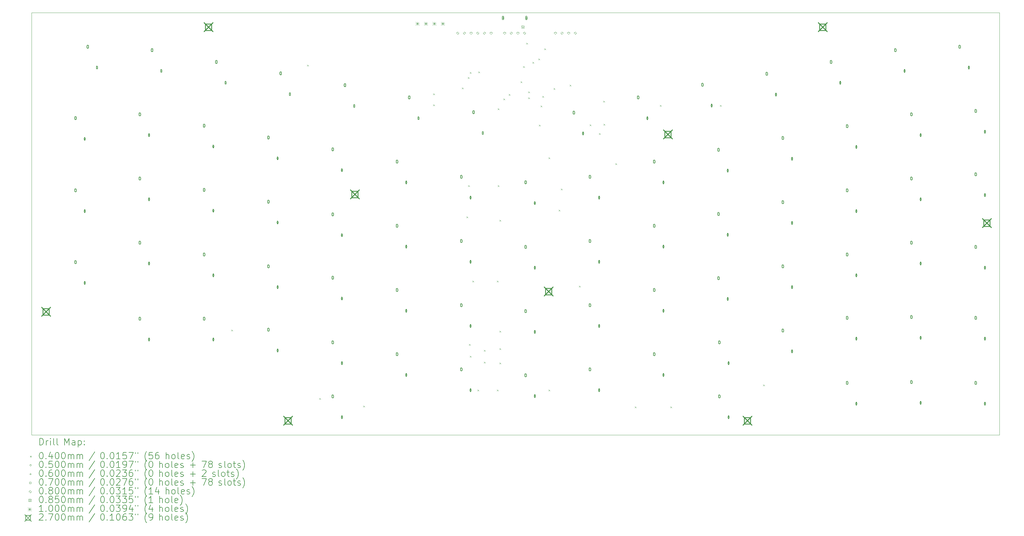
<source format=gbr>
%FSLAX45Y45*%
G04 Gerber Fmt 4.5, Leading zero omitted, Abs format (unit mm)*
G04 Created by KiCad (PCBNEW (6.99.0-1603-g82820d4b1c)) date 2022-06-17 11:00:47*
%MOMM*%
%LPD*%
G01*
G04 APERTURE LIST*
%TA.AperFunction,Profile*%
%ADD10C,0.100000*%
%TD*%
%ADD11C,0.200000*%
%ADD12C,0.040000*%
%ADD13C,0.050000*%
%ADD14C,0.060000*%
%ADD15C,0.070000*%
%ADD16C,0.080000*%
%ADD17C,0.085000*%
%ADD18C,0.100000*%
%ADD19C,0.270000*%
G04 APERTURE END LIST*
D10*
X29540200Y-4572000D02*
X29540200Y-17272000D01*
X482600Y-4572000D02*
X29540200Y-4572000D01*
X482600Y-17272000D02*
X482600Y-4572000D01*
X29540200Y-17272000D02*
X482600Y-17272000D01*
D11*
D12*
X6482400Y-14102400D02*
X6522400Y-14142400D01*
X6522400Y-14102400D02*
X6482400Y-14142400D01*
X8755700Y-6139500D02*
X8795700Y-6179500D01*
X8795700Y-6139500D02*
X8755700Y-6179500D01*
X9124000Y-16159800D02*
X9164000Y-16199800D01*
X9164000Y-16159800D02*
X9124000Y-16199800D01*
X10444800Y-16388400D02*
X10484800Y-16428400D01*
X10484800Y-16388400D02*
X10444800Y-16428400D01*
X12540300Y-7003100D02*
X12580300Y-7043100D01*
X12580300Y-7003100D02*
X12540300Y-7043100D01*
X12540300Y-7333300D02*
X12580300Y-7373300D01*
X12580300Y-7333300D02*
X12540300Y-7373300D01*
X13403900Y-6825300D02*
X13443900Y-6865300D01*
X13443900Y-6825300D02*
X13403900Y-6865300D01*
X13543600Y-10698800D02*
X13583600Y-10738800D01*
X13583600Y-10698800D02*
X13543600Y-10738800D01*
X13581700Y-6507800D02*
X13621700Y-6547800D01*
X13621700Y-6507800D02*
X13581700Y-6547800D01*
X13594400Y-9759000D02*
X13634400Y-9799000D01*
X13634400Y-9759000D02*
X13594400Y-9799000D01*
X13619800Y-14534200D02*
X13659800Y-14574200D01*
X13659800Y-14534200D02*
X13619800Y-14574200D01*
X13645200Y-6355401D02*
X13685200Y-6395401D01*
X13685200Y-6355401D02*
X13645200Y-6395401D01*
X13645200Y-14889800D02*
X13685200Y-14929800D01*
X13685200Y-14889800D02*
X13645200Y-14929800D01*
X13721400Y-12629200D02*
X13761400Y-12669200D01*
X13761400Y-12629200D02*
X13721400Y-12669200D01*
X13873800Y-15905800D02*
X13913800Y-15945800D01*
X13913800Y-15905800D02*
X13873800Y-15945800D01*
X13899199Y-6342700D02*
X13939199Y-6382700D01*
X13939199Y-6342700D02*
X13899199Y-6382700D01*
X14064300Y-14712000D02*
X14104300Y-14752000D01*
X14104300Y-14712000D02*
X14064300Y-14752000D01*
X14064300Y-15067600D02*
X14104300Y-15107600D01*
X14104300Y-15067600D02*
X14064300Y-15107600D01*
X14458000Y-15905800D02*
X14498000Y-15945800D01*
X14498000Y-15905800D02*
X14458000Y-15945800D01*
X14458002Y-12629200D02*
X14498002Y-12669200D01*
X14498002Y-12629200D02*
X14458002Y-12669200D01*
X14483400Y-7447600D02*
X14523400Y-7487600D01*
X14523400Y-7447600D02*
X14483400Y-7487600D01*
X14483400Y-9759000D02*
X14523400Y-9799000D01*
X14523400Y-9759000D02*
X14483400Y-9799000D01*
X14534200Y-10800400D02*
X14574200Y-10840400D01*
X14574200Y-10800400D02*
X14534200Y-10840400D01*
X14534200Y-14140500D02*
X14574200Y-14180500D01*
X14574200Y-14140500D02*
X14534200Y-14180500D01*
X14534200Y-14661200D02*
X14574200Y-14701200D01*
X14574200Y-14661200D02*
X14534200Y-14701200D01*
X14534200Y-15093000D02*
X14574200Y-15133000D01*
X14574200Y-15093000D02*
X14534200Y-15133000D01*
X14648500Y-7155500D02*
X14688500Y-7195500D01*
X14688500Y-7155500D02*
X14648500Y-7195500D01*
X14813600Y-7015800D02*
X14853600Y-7055800D01*
X14853600Y-7015800D02*
X14813600Y-7055800D01*
X15169200Y-6634800D02*
X15209200Y-6674800D01*
X15209200Y-6634800D02*
X15169200Y-6674800D01*
X15245399Y-6177600D02*
X15285399Y-6217600D01*
X15285399Y-6177600D02*
X15245399Y-6217600D01*
X15334300Y-5479100D02*
X15374300Y-5519100D01*
X15374300Y-5479100D02*
X15334300Y-5519100D01*
X15394000Y-6939600D02*
X15434000Y-6979600D01*
X15434000Y-6939600D02*
X15394000Y-6979600D01*
X15397800Y-7117400D02*
X15437800Y-7157400D01*
X15437800Y-7117400D02*
X15397800Y-7157400D01*
X15524800Y-6050600D02*
X15564800Y-6090600D01*
X15564800Y-6050600D02*
X15524800Y-6090600D01*
X15702600Y-5949000D02*
X15742600Y-5989000D01*
X15742600Y-5949000D02*
X15702600Y-5989000D01*
X15715300Y-7942900D02*
X15755300Y-7982900D01*
X15755300Y-7942900D02*
X15715300Y-7982900D01*
X15766100Y-7364184D02*
X15806100Y-7404184D01*
X15806100Y-7364184D02*
X15766100Y-7404184D01*
X15816899Y-7079300D02*
X15856899Y-7119300D01*
X15856899Y-7079300D02*
X15816899Y-7119300D01*
X15880400Y-5644200D02*
X15920400Y-5684200D01*
X15920400Y-5644200D02*
X15880400Y-5684200D01*
X16007400Y-8920800D02*
X16047400Y-8960800D01*
X16047400Y-8920800D02*
X16007400Y-8960800D01*
X16007400Y-15905800D02*
X16047400Y-15945800D01*
X16047400Y-15905800D02*
X16007400Y-15945800D01*
X16159800Y-6838000D02*
X16199800Y-6878000D01*
X16199800Y-6838000D02*
X16159800Y-6878000D01*
X16312200Y-10495600D02*
X16352200Y-10535600D01*
X16352200Y-10495600D02*
X16312200Y-10535600D01*
X16375700Y-9860600D02*
X16415700Y-9900600D01*
X16415700Y-9860600D02*
X16375700Y-9900600D01*
X16642400Y-6736400D02*
X16682400Y-6776400D01*
X16682400Y-6736400D02*
X16642400Y-6776400D01*
X16921802Y-12781600D02*
X16961802Y-12821600D01*
X16961802Y-12781600D02*
X16921802Y-12821600D01*
X17239300Y-7930200D02*
X17279300Y-7970200D01*
X17279300Y-7930200D02*
X17239300Y-7970200D01*
X17518700Y-8196899D02*
X17558700Y-8236899D01*
X17558700Y-8196899D02*
X17518700Y-8236899D01*
X17645700Y-7219000D02*
X17685700Y-7259000D01*
X17685700Y-7219000D02*
X17645700Y-7259000D01*
X17658400Y-7917500D02*
X17698400Y-7957500D01*
X17698400Y-7917500D02*
X17658400Y-7957500D01*
X18014000Y-9098600D02*
X18054000Y-9138600D01*
X18054000Y-9098600D02*
X18014000Y-9138600D01*
X18598200Y-16413800D02*
X18638200Y-16453800D01*
X18638200Y-16413800D02*
X18598200Y-16453800D01*
X19347500Y-7346000D02*
X19387500Y-7386000D01*
X19387500Y-7346000D02*
X19347500Y-7386000D01*
X19665000Y-16413800D02*
X19705000Y-16453800D01*
X19705000Y-16413800D02*
X19665000Y-16453800D01*
X21150900Y-7346000D02*
X21190900Y-7386000D01*
X21190900Y-7346000D02*
X21150900Y-7386000D01*
X22446300Y-15753400D02*
X22486300Y-15793400D01*
X22486300Y-15753400D02*
X22446300Y-15793400D01*
D13*
X2104400Y-8365300D02*
G75*
G03*
X2104400Y-8365300I-25000J0D01*
G01*
D11*
X2064400Y-8330300D02*
X2064400Y-8400300D01*
X2094400Y-8330300D02*
X2094400Y-8400300D01*
X2064400Y-8400300D02*
G75*
G03*
X2094400Y-8400300I15000J0D01*
G01*
X2094400Y-8330300D02*
G75*
G03*
X2064400Y-8330300I-15000J0D01*
G01*
D13*
X2104400Y-10537000D02*
G75*
G03*
X2104400Y-10537000I-25000J0D01*
G01*
D11*
X2064400Y-10502000D02*
X2064400Y-10572000D01*
X2094400Y-10502000D02*
X2094400Y-10572000D01*
X2064400Y-10572000D02*
G75*
G03*
X2094400Y-10572000I15000J0D01*
G01*
X2094400Y-10502000D02*
G75*
G03*
X2064400Y-10502000I-15000J0D01*
G01*
D13*
X2104400Y-12696000D02*
G75*
G03*
X2104400Y-12696000I-25000J0D01*
G01*
D11*
X2064400Y-12661000D02*
X2064400Y-12731000D01*
X2094400Y-12661000D02*
X2094400Y-12731000D01*
X2064400Y-12731000D02*
G75*
G03*
X2094400Y-12731000I15000J0D01*
G01*
X2094400Y-12661000D02*
G75*
G03*
X2064400Y-12661000I-15000J0D01*
G01*
D13*
X2472700Y-6219000D02*
G75*
G03*
X2472700Y-6219000I-25000J0D01*
G01*
D11*
X2432700Y-6184000D02*
X2432700Y-6254000D01*
X2462700Y-6184000D02*
X2462700Y-6254000D01*
X2432700Y-6254000D02*
G75*
G03*
X2462700Y-6254000I15000J0D01*
G01*
X2462700Y-6184000D02*
G75*
G03*
X2432700Y-6184000I-15000J0D01*
G01*
D13*
X4034800Y-8251000D02*
G75*
G03*
X4034800Y-8251000I-25000J0D01*
G01*
D11*
X3994800Y-8216000D02*
X3994800Y-8286000D01*
X4024800Y-8216000D02*
X4024800Y-8286000D01*
X3994800Y-8286000D02*
G75*
G03*
X4024800Y-8286000I15000J0D01*
G01*
X4024800Y-8216000D02*
G75*
G03*
X3994800Y-8216000I-15000J0D01*
G01*
D13*
X4034800Y-10181400D02*
G75*
G03*
X4034800Y-10181400I-25000J0D01*
G01*
D11*
X3994800Y-10146400D02*
X3994800Y-10216400D01*
X4024800Y-10146400D02*
X4024800Y-10216400D01*
X3994800Y-10216400D02*
G75*
G03*
X4024800Y-10216400I15000J0D01*
G01*
X4024800Y-10146400D02*
G75*
G03*
X3994800Y-10146400I-15000J0D01*
G01*
D13*
X4034800Y-12111800D02*
G75*
G03*
X4034800Y-12111800I-25000J0D01*
G01*
D11*
X3994800Y-12076800D02*
X3994800Y-12146800D01*
X4024800Y-12076800D02*
X4024800Y-12146800D01*
X3994800Y-12146800D02*
G75*
G03*
X4024800Y-12146800I15000J0D01*
G01*
X4024800Y-12076800D02*
G75*
G03*
X3994800Y-12076800I-15000J0D01*
G01*
D13*
X4034800Y-14397800D02*
G75*
G03*
X4034800Y-14397800I-25000J0D01*
G01*
D11*
X3994800Y-14362800D02*
X3994800Y-14432800D01*
X4024800Y-14362800D02*
X4024800Y-14432800D01*
X3994800Y-14432800D02*
G75*
G03*
X4024800Y-14432800I15000J0D01*
G01*
X4024800Y-14362800D02*
G75*
G03*
X3994800Y-14362800I-15000J0D01*
G01*
D13*
X4403100Y-6320600D02*
G75*
G03*
X4403100Y-6320600I-25000J0D01*
G01*
D11*
X4363100Y-6285600D02*
X4363100Y-6355600D01*
X4393100Y-6285600D02*
X4393100Y-6355600D01*
X4363100Y-6355600D02*
G75*
G03*
X4393100Y-6355600I15000J0D01*
G01*
X4393100Y-6285600D02*
G75*
G03*
X4363100Y-6285600I-15000J0D01*
G01*
D13*
X5965200Y-8593900D02*
G75*
G03*
X5965200Y-8593900I-25000J0D01*
G01*
D11*
X5925200Y-8558900D02*
X5925200Y-8628900D01*
X5955200Y-8558900D02*
X5955200Y-8628900D01*
X5925200Y-8628900D02*
G75*
G03*
X5955200Y-8628900I15000J0D01*
G01*
X5955200Y-8558900D02*
G75*
G03*
X5925200Y-8558900I-15000J0D01*
G01*
D13*
X5965200Y-10524300D02*
G75*
G03*
X5965200Y-10524300I-25000J0D01*
G01*
D11*
X5925200Y-10489300D02*
X5925200Y-10559300D01*
X5955200Y-10489300D02*
X5955200Y-10559300D01*
X5925200Y-10559300D02*
G75*
G03*
X5955200Y-10559300I15000J0D01*
G01*
X5955200Y-10489300D02*
G75*
G03*
X5925200Y-10489300I-15000J0D01*
G01*
D13*
X5965200Y-12467400D02*
G75*
G03*
X5965200Y-12467400I-25000J0D01*
G01*
D11*
X5925200Y-12432400D02*
X5925200Y-12502400D01*
X5955200Y-12432400D02*
X5955200Y-12502400D01*
X5925200Y-12502400D02*
G75*
G03*
X5955200Y-12502400I15000J0D01*
G01*
X5955200Y-12432400D02*
G75*
G03*
X5925200Y-12432400I-15000J0D01*
G01*
D13*
X5965200Y-14397800D02*
G75*
G03*
X5965200Y-14397800I-25000J0D01*
G01*
D11*
X5925200Y-14362800D02*
X5925200Y-14432800D01*
X5955200Y-14362800D02*
X5955200Y-14432800D01*
X5925200Y-14432800D02*
G75*
G03*
X5955200Y-14432800I15000J0D01*
G01*
X5955200Y-14362800D02*
G75*
G03*
X5925200Y-14362800I-15000J0D01*
G01*
D13*
X6333500Y-6676200D02*
G75*
G03*
X6333500Y-6676200I-25000J0D01*
G01*
D11*
X6293500Y-6641200D02*
X6293500Y-6711200D01*
X6323500Y-6641200D02*
X6323500Y-6711200D01*
X6293500Y-6711200D02*
G75*
G03*
X6323500Y-6711200I15000J0D01*
G01*
X6323500Y-6641200D02*
G75*
G03*
X6293500Y-6641200I-15000J0D01*
G01*
D13*
X7895600Y-8949500D02*
G75*
G03*
X7895600Y-8949500I-25000J0D01*
G01*
D11*
X7855600Y-8914500D02*
X7855600Y-8984500D01*
X7885600Y-8914500D02*
X7885600Y-8984500D01*
X7855600Y-8984500D02*
G75*
G03*
X7885600Y-8984500I15000J0D01*
G01*
X7885600Y-8914500D02*
G75*
G03*
X7855600Y-8914500I-15000J0D01*
G01*
D13*
X7895600Y-10879900D02*
G75*
G03*
X7895600Y-10879900I-25000J0D01*
G01*
D11*
X7855600Y-10844900D02*
X7855600Y-10914900D01*
X7885600Y-10844900D02*
X7885600Y-10914900D01*
X7855600Y-10914900D02*
G75*
G03*
X7885600Y-10914900I15000J0D01*
G01*
X7885600Y-10844900D02*
G75*
G03*
X7855600Y-10844900I-15000J0D01*
G01*
D13*
X7895600Y-12823000D02*
G75*
G03*
X7895600Y-12823000I-25000J0D01*
G01*
D11*
X7855600Y-12788000D02*
X7855600Y-12858000D01*
X7885600Y-12788000D02*
X7885600Y-12858000D01*
X7855600Y-12858000D02*
G75*
G03*
X7885600Y-12858000I15000J0D01*
G01*
X7885600Y-12788000D02*
G75*
G03*
X7855600Y-12788000I-15000J0D01*
G01*
D13*
X7895600Y-14728000D02*
G75*
G03*
X7895600Y-14728000I-25000J0D01*
G01*
D11*
X7855600Y-14693000D02*
X7855600Y-14763000D01*
X7885600Y-14693000D02*
X7885600Y-14763000D01*
X7855600Y-14763000D02*
G75*
G03*
X7885600Y-14763000I15000J0D01*
G01*
X7885600Y-14693000D02*
G75*
G03*
X7855600Y-14693000I-15000J0D01*
G01*
D13*
X8263900Y-7019100D02*
G75*
G03*
X8263900Y-7019100I-25000J0D01*
G01*
D11*
X8223900Y-6984100D02*
X8223900Y-7054100D01*
X8253900Y-6984100D02*
X8253900Y-7054100D01*
X8223900Y-7054100D02*
G75*
G03*
X8253900Y-7054100I15000J0D01*
G01*
X8253900Y-6984100D02*
G75*
G03*
X8223900Y-6984100I-15000J0D01*
G01*
D13*
X9826000Y-9305100D02*
G75*
G03*
X9826000Y-9305100I-25000J0D01*
G01*
D11*
X9786000Y-9270100D02*
X9786000Y-9340100D01*
X9816000Y-9270100D02*
X9816000Y-9340100D01*
X9786000Y-9340100D02*
G75*
G03*
X9816000Y-9340100I15000J0D01*
G01*
X9816000Y-9270100D02*
G75*
G03*
X9786000Y-9270100I-15000J0D01*
G01*
D13*
X9826000Y-11260900D02*
G75*
G03*
X9826000Y-11260900I-25000J0D01*
G01*
D11*
X9786000Y-11225900D02*
X9786000Y-11295900D01*
X9816000Y-11225900D02*
X9816000Y-11295900D01*
X9786000Y-11295900D02*
G75*
G03*
X9816000Y-11295900I15000J0D01*
G01*
X9816000Y-11225900D02*
G75*
G03*
X9786000Y-11225900I-15000J0D01*
G01*
D13*
X9826000Y-13165900D02*
G75*
G03*
X9826000Y-13165900I-25000J0D01*
G01*
D11*
X9786000Y-13130900D02*
X9786000Y-13200900D01*
X9816000Y-13130900D02*
X9816000Y-13200900D01*
X9786000Y-13200900D02*
G75*
G03*
X9816000Y-13200900I15000J0D01*
G01*
X9816000Y-13130900D02*
G75*
G03*
X9786000Y-13130900I-15000J0D01*
G01*
D13*
X9826000Y-15109000D02*
G75*
G03*
X9826000Y-15109000I-25000J0D01*
G01*
D11*
X9786000Y-15074000D02*
X9786000Y-15144000D01*
X9816000Y-15074000D02*
X9816000Y-15144000D01*
X9786000Y-15144000D02*
G75*
G03*
X9816000Y-15144000I15000J0D01*
G01*
X9816000Y-15074000D02*
G75*
G03*
X9786000Y-15074000I-15000J0D01*
G01*
D13*
X9826000Y-16734600D02*
G75*
G03*
X9826000Y-16734600I-25000J0D01*
G01*
D11*
X9786000Y-16699600D02*
X9786000Y-16769600D01*
X9816000Y-16699600D02*
X9816000Y-16769600D01*
X9786000Y-16769600D02*
G75*
G03*
X9816000Y-16769600I15000J0D01*
G01*
X9816000Y-16699600D02*
G75*
G03*
X9786000Y-16699600I-15000J0D01*
G01*
D13*
X10194300Y-7374700D02*
G75*
G03*
X10194300Y-7374700I-25000J0D01*
G01*
D11*
X10154300Y-7339700D02*
X10154300Y-7409700D01*
X10184300Y-7339700D02*
X10184300Y-7409700D01*
X10154300Y-7409700D02*
G75*
G03*
X10184300Y-7409700I15000J0D01*
G01*
X10184300Y-7339700D02*
G75*
G03*
X10154300Y-7339700I-15000J0D01*
G01*
D13*
X11756400Y-9673400D02*
G75*
G03*
X11756400Y-9673400I-25000J0D01*
G01*
D11*
X11716400Y-9638400D02*
X11716400Y-9708400D01*
X11746400Y-9638400D02*
X11746400Y-9708400D01*
X11716400Y-9708400D02*
G75*
G03*
X11746400Y-9708400I15000J0D01*
G01*
X11746400Y-9638400D02*
G75*
G03*
X11716400Y-9638400I-15000J0D01*
G01*
D13*
X11756400Y-11603800D02*
G75*
G03*
X11756400Y-11603800I-25000J0D01*
G01*
D11*
X11716400Y-11568800D02*
X11716400Y-11638800D01*
X11746400Y-11568800D02*
X11746400Y-11638800D01*
X11716400Y-11638800D02*
G75*
G03*
X11746400Y-11638800I15000J0D01*
G01*
X11746400Y-11568800D02*
G75*
G03*
X11716400Y-11568800I-15000J0D01*
G01*
D13*
X11756400Y-13534200D02*
G75*
G03*
X11756400Y-13534200I-25000J0D01*
G01*
D11*
X11716400Y-13499200D02*
X11716400Y-13569200D01*
X11746400Y-13499200D02*
X11746400Y-13569200D01*
X11716400Y-13569200D02*
G75*
G03*
X11746400Y-13569200I15000J0D01*
G01*
X11746400Y-13499200D02*
G75*
G03*
X11716400Y-13499200I-15000J0D01*
G01*
D13*
X11756400Y-15464600D02*
G75*
G03*
X11756400Y-15464600I-25000J0D01*
G01*
D11*
X11716400Y-15429600D02*
X11716400Y-15499600D01*
X11746400Y-15429600D02*
X11746400Y-15499600D01*
X11716400Y-15499600D02*
G75*
G03*
X11746400Y-15499600I15000J0D01*
G01*
X11746400Y-15429600D02*
G75*
G03*
X11716400Y-15429600I-15000J0D01*
G01*
D13*
X12124700Y-7743000D02*
G75*
G03*
X12124700Y-7743000I-25000J0D01*
G01*
D11*
X12084700Y-7708000D02*
X12084700Y-7778000D01*
X12114700Y-7708000D02*
X12114700Y-7778000D01*
X12084700Y-7778000D02*
G75*
G03*
X12114700Y-7778000I15000J0D01*
G01*
X12114700Y-7708000D02*
G75*
G03*
X12084700Y-7708000I-15000J0D01*
G01*
D13*
X13686800Y-10130600D02*
G75*
G03*
X13686800Y-10130600I-25000J0D01*
G01*
D11*
X13646800Y-10095600D02*
X13646800Y-10165600D01*
X13676800Y-10095600D02*
X13676800Y-10165600D01*
X13646800Y-10165600D02*
G75*
G03*
X13676800Y-10165600I15000J0D01*
G01*
X13676800Y-10095600D02*
G75*
G03*
X13646800Y-10095600I-15000J0D01*
G01*
D13*
X13686800Y-12061000D02*
G75*
G03*
X13686800Y-12061000I-25000J0D01*
G01*
D11*
X13646800Y-12026000D02*
X13646800Y-12096000D01*
X13676800Y-12026000D02*
X13676800Y-12096000D01*
X13646800Y-12096000D02*
G75*
G03*
X13676800Y-12096000I15000J0D01*
G01*
X13676800Y-12026000D02*
G75*
G03*
X13646800Y-12026000I-15000J0D01*
G01*
D13*
X13686800Y-13991400D02*
G75*
G03*
X13686800Y-13991400I-25000J0D01*
G01*
D11*
X13646800Y-13956400D02*
X13646800Y-14026400D01*
X13676800Y-13956400D02*
X13676800Y-14026400D01*
X13646800Y-14026400D02*
G75*
G03*
X13676800Y-14026400I15000J0D01*
G01*
X13676800Y-13956400D02*
G75*
G03*
X13646800Y-13956400I-15000J0D01*
G01*
D13*
X13686800Y-15921800D02*
G75*
G03*
X13686800Y-15921800I-25000J0D01*
G01*
D11*
X13646800Y-15886800D02*
X13646800Y-15956800D01*
X13676800Y-15886800D02*
X13676800Y-15956800D01*
X13646800Y-15956800D02*
G75*
G03*
X13676800Y-15956800I15000J0D01*
G01*
X13676800Y-15886800D02*
G75*
G03*
X13646800Y-15886800I-15000J0D01*
G01*
D13*
X14055100Y-8187500D02*
G75*
G03*
X14055100Y-8187500I-25000J0D01*
G01*
D11*
X14015100Y-8152500D02*
X14015100Y-8222500D01*
X14045100Y-8152500D02*
X14045100Y-8222500D01*
X14015100Y-8222500D02*
G75*
G03*
X14045100Y-8222500I15000J0D01*
G01*
X14045100Y-8152500D02*
G75*
G03*
X14015100Y-8152500I-15000J0D01*
G01*
D13*
X15617200Y-10295700D02*
G75*
G03*
X15617200Y-10295700I-25000J0D01*
G01*
D11*
X15577200Y-10260700D02*
X15577200Y-10330700D01*
X15607200Y-10260700D02*
X15607200Y-10330700D01*
X15577200Y-10330700D02*
G75*
G03*
X15607200Y-10330700I15000J0D01*
G01*
X15607200Y-10260700D02*
G75*
G03*
X15577200Y-10260700I-15000J0D01*
G01*
D13*
X15617200Y-12238800D02*
G75*
G03*
X15617200Y-12238800I-25000J0D01*
G01*
D11*
X15577200Y-12203800D02*
X15577200Y-12273800D01*
X15607200Y-12203800D02*
X15607200Y-12273800D01*
X15577200Y-12273800D02*
G75*
G03*
X15607200Y-12273800I15000J0D01*
G01*
X15607200Y-12203800D02*
G75*
G03*
X15577200Y-12203800I-15000J0D01*
G01*
D13*
X15617200Y-14169200D02*
G75*
G03*
X15617200Y-14169200I-25000J0D01*
G01*
D11*
X15577200Y-14134200D02*
X15577200Y-14204200D01*
X15607200Y-14134200D02*
X15607200Y-14204200D01*
X15577200Y-14204200D02*
G75*
G03*
X15607200Y-14204200I15000J0D01*
G01*
X15607200Y-14134200D02*
G75*
G03*
X15577200Y-14134200I-15000J0D01*
G01*
D13*
X15617200Y-16099600D02*
G75*
G03*
X15617200Y-16099600I-25000J0D01*
G01*
D11*
X15577200Y-16064600D02*
X15577200Y-16134600D01*
X15607200Y-16064600D02*
X15607200Y-16134600D01*
X15577200Y-16134600D02*
G75*
G03*
X15607200Y-16134600I15000J0D01*
G01*
X15607200Y-16064600D02*
G75*
G03*
X15577200Y-16064600I-15000J0D01*
G01*
D13*
X17065000Y-8200200D02*
G75*
G03*
X17065000Y-8200200I-25000J0D01*
G01*
D11*
X17025000Y-8165200D02*
X17025000Y-8235200D01*
X17055000Y-8165200D02*
X17055000Y-8235200D01*
X17025000Y-8235200D02*
G75*
G03*
X17055000Y-8235200I15000J0D01*
G01*
X17055000Y-8165200D02*
G75*
G03*
X17025000Y-8165200I-15000J0D01*
G01*
D13*
X17547600Y-10130600D02*
G75*
G03*
X17547600Y-10130600I-25000J0D01*
G01*
D11*
X17507600Y-10095600D02*
X17507600Y-10165600D01*
X17537600Y-10095600D02*
X17537600Y-10165600D01*
X17507600Y-10165600D02*
G75*
G03*
X17537600Y-10165600I15000J0D01*
G01*
X17537600Y-10095600D02*
G75*
G03*
X17507600Y-10095600I-15000J0D01*
G01*
D13*
X17547600Y-12061000D02*
G75*
G03*
X17547600Y-12061000I-25000J0D01*
G01*
D11*
X17507600Y-12026000D02*
X17507600Y-12096000D01*
X17537600Y-12026000D02*
X17537600Y-12096000D01*
X17507600Y-12096000D02*
G75*
G03*
X17537600Y-12096000I15000J0D01*
G01*
X17537600Y-12026000D02*
G75*
G03*
X17507600Y-12026000I-15000J0D01*
G01*
D13*
X17547600Y-13991400D02*
G75*
G03*
X17547600Y-13991400I-25000J0D01*
G01*
D11*
X17507600Y-13956400D02*
X17507600Y-14026400D01*
X17537600Y-13956400D02*
X17537600Y-14026400D01*
X17507600Y-14026400D02*
G75*
G03*
X17537600Y-14026400I15000J0D01*
G01*
X17537600Y-13956400D02*
G75*
G03*
X17507600Y-13956400I-15000J0D01*
G01*
D13*
X17547600Y-15921800D02*
G75*
G03*
X17547600Y-15921800I-25000J0D01*
G01*
D11*
X17507600Y-15886800D02*
X17507600Y-15956800D01*
X17537600Y-15886800D02*
X17537600Y-15956800D01*
X17507600Y-15956800D02*
G75*
G03*
X17537600Y-15956800I15000J0D01*
G01*
X17537600Y-15886800D02*
G75*
G03*
X17507600Y-15886800I-15000J0D01*
G01*
D13*
X18995400Y-7743000D02*
G75*
G03*
X18995400Y-7743000I-25000J0D01*
G01*
D11*
X18955400Y-7708000D02*
X18955400Y-7778000D01*
X18985400Y-7708000D02*
X18985400Y-7778000D01*
X18955400Y-7778000D02*
G75*
G03*
X18985400Y-7778000I15000J0D01*
G01*
X18985400Y-7708000D02*
G75*
G03*
X18955400Y-7708000I-15000J0D01*
G01*
D13*
X19478000Y-9673400D02*
G75*
G03*
X19478000Y-9673400I-25000J0D01*
G01*
D11*
X19438000Y-9638400D02*
X19438000Y-9708400D01*
X19468000Y-9638400D02*
X19468000Y-9708400D01*
X19438000Y-9708400D02*
G75*
G03*
X19468000Y-9708400I15000J0D01*
G01*
X19468000Y-9638400D02*
G75*
G03*
X19438000Y-9638400I-15000J0D01*
G01*
D13*
X19478000Y-11603800D02*
G75*
G03*
X19478000Y-11603800I-25000J0D01*
G01*
D11*
X19438000Y-11568800D02*
X19438000Y-11638800D01*
X19468000Y-11568800D02*
X19468000Y-11638800D01*
X19438000Y-11638800D02*
G75*
G03*
X19468000Y-11638800I15000J0D01*
G01*
X19468000Y-11568800D02*
G75*
G03*
X19438000Y-11568800I-15000J0D01*
G01*
D13*
X19478000Y-13534200D02*
G75*
G03*
X19478000Y-13534200I-25000J0D01*
G01*
D11*
X19438000Y-13499200D02*
X19438000Y-13569200D01*
X19468000Y-13499200D02*
X19468000Y-13569200D01*
X19438000Y-13569200D02*
G75*
G03*
X19468000Y-13569200I15000J0D01*
G01*
X19468000Y-13499200D02*
G75*
G03*
X19438000Y-13499200I-15000J0D01*
G01*
D13*
X19478000Y-15464600D02*
G75*
G03*
X19478000Y-15464600I-25000J0D01*
G01*
D11*
X19438000Y-15429600D02*
X19438000Y-15499600D01*
X19468000Y-15429600D02*
X19468000Y-15499600D01*
X19438000Y-15499600D02*
G75*
G03*
X19468000Y-15499600I15000J0D01*
G01*
X19468000Y-15429600D02*
G75*
G03*
X19438000Y-15429600I-15000J0D01*
G01*
D13*
X20925800Y-7362000D02*
G75*
G03*
X20925800Y-7362000I-25000J0D01*
G01*
D11*
X20885800Y-7327000D02*
X20885800Y-7397000D01*
X20915800Y-7327000D02*
X20915800Y-7397000D01*
X20885800Y-7397000D02*
G75*
G03*
X20915800Y-7397000I15000J0D01*
G01*
X20915800Y-7327000D02*
G75*
G03*
X20885800Y-7327000I-15000J0D01*
G01*
D13*
X21408400Y-9317800D02*
G75*
G03*
X21408400Y-9317800I-25000J0D01*
G01*
D11*
X21368400Y-9282800D02*
X21368400Y-9352800D01*
X21398400Y-9282800D02*
X21398400Y-9352800D01*
X21368400Y-9352800D02*
G75*
G03*
X21398400Y-9352800I15000J0D01*
G01*
X21398400Y-9282800D02*
G75*
G03*
X21368400Y-9282800I-15000J0D01*
G01*
D13*
X21408400Y-11248200D02*
G75*
G03*
X21408400Y-11248200I-25000J0D01*
G01*
D11*
X21368400Y-11213200D02*
X21368400Y-11283200D01*
X21398400Y-11213200D02*
X21398400Y-11283200D01*
X21368400Y-11283200D02*
G75*
G03*
X21398400Y-11283200I15000J0D01*
G01*
X21398400Y-11213200D02*
G75*
G03*
X21368400Y-11213200I-15000J0D01*
G01*
D13*
X21408400Y-13178600D02*
G75*
G03*
X21408400Y-13178600I-25000J0D01*
G01*
D11*
X21368400Y-13143600D02*
X21368400Y-13213600D01*
X21398400Y-13143600D02*
X21398400Y-13213600D01*
X21368400Y-13213600D02*
G75*
G03*
X21398400Y-13213600I15000J0D01*
G01*
X21398400Y-13143600D02*
G75*
G03*
X21368400Y-13143600I-15000J0D01*
G01*
D13*
X21433800Y-15109000D02*
G75*
G03*
X21433800Y-15109000I-25000J0D01*
G01*
D11*
X21393800Y-15074000D02*
X21393800Y-15144000D01*
X21423800Y-15074000D02*
X21423800Y-15144000D01*
X21393800Y-15144000D02*
G75*
G03*
X21423800Y-15144000I15000J0D01*
G01*
X21423800Y-15074000D02*
G75*
G03*
X21393800Y-15074000I-15000J0D01*
G01*
D13*
X21433800Y-16734600D02*
G75*
G03*
X21433800Y-16734600I-25000J0D01*
G01*
D11*
X21393800Y-16699600D02*
X21393800Y-16769600D01*
X21423800Y-16699600D02*
X21423800Y-16769600D01*
X21393800Y-16769600D02*
G75*
G03*
X21423800Y-16769600I15000J0D01*
G01*
X21423800Y-16699600D02*
G75*
G03*
X21393800Y-16699600I-15000J0D01*
G01*
D13*
X22856200Y-7031800D02*
G75*
G03*
X22856200Y-7031800I-25000J0D01*
G01*
D11*
X22816200Y-6996800D02*
X22816200Y-7066800D01*
X22846200Y-6996800D02*
X22846200Y-7066800D01*
X22816200Y-7066800D02*
G75*
G03*
X22846200Y-7066800I15000J0D01*
G01*
X22846200Y-6996800D02*
G75*
G03*
X22816200Y-6996800I-15000J0D01*
G01*
D13*
X23338800Y-8962200D02*
G75*
G03*
X23338800Y-8962200I-25000J0D01*
G01*
D11*
X23298800Y-8927200D02*
X23298800Y-8997200D01*
X23328800Y-8927200D02*
X23328800Y-8997200D01*
X23298800Y-8997200D02*
G75*
G03*
X23328800Y-8997200I15000J0D01*
G01*
X23328800Y-8927200D02*
G75*
G03*
X23298800Y-8927200I-15000J0D01*
G01*
D13*
X23338800Y-10892600D02*
G75*
G03*
X23338800Y-10892600I-25000J0D01*
G01*
D11*
X23298800Y-10857600D02*
X23298800Y-10927600D01*
X23328800Y-10857600D02*
X23328800Y-10927600D01*
X23298800Y-10927600D02*
G75*
G03*
X23328800Y-10927600I15000J0D01*
G01*
X23328800Y-10857600D02*
G75*
G03*
X23298800Y-10857600I-15000J0D01*
G01*
D13*
X23338800Y-12823000D02*
G75*
G03*
X23338800Y-12823000I-25000J0D01*
G01*
D11*
X23298800Y-12788000D02*
X23298800Y-12858000D01*
X23328800Y-12788000D02*
X23328800Y-12858000D01*
X23298800Y-12858000D02*
G75*
G03*
X23328800Y-12858000I15000J0D01*
G01*
X23328800Y-12788000D02*
G75*
G03*
X23298800Y-12788000I-15000J0D01*
G01*
D13*
X23338800Y-14753400D02*
G75*
G03*
X23338800Y-14753400I-25000J0D01*
G01*
D11*
X23298800Y-14718400D02*
X23298800Y-14788400D01*
X23328800Y-14718400D02*
X23328800Y-14788400D01*
X23298800Y-14788400D02*
G75*
G03*
X23328800Y-14788400I15000J0D01*
G01*
X23328800Y-14718400D02*
G75*
G03*
X23298800Y-14718400I-15000J0D01*
G01*
D13*
X24786600Y-6676200D02*
G75*
G03*
X24786600Y-6676200I-25000J0D01*
G01*
D11*
X24746600Y-6641200D02*
X24746600Y-6711200D01*
X24776600Y-6641200D02*
X24776600Y-6711200D01*
X24746600Y-6711200D02*
G75*
G03*
X24776600Y-6711200I15000J0D01*
G01*
X24776600Y-6641200D02*
G75*
G03*
X24746600Y-6641200I-15000J0D01*
G01*
D13*
X25269200Y-8606600D02*
G75*
G03*
X25269200Y-8606600I-25000J0D01*
G01*
D11*
X25229200Y-8571600D02*
X25229200Y-8641600D01*
X25259200Y-8571600D02*
X25259200Y-8641600D01*
X25229200Y-8641600D02*
G75*
G03*
X25259200Y-8641600I15000J0D01*
G01*
X25259200Y-8571600D02*
G75*
G03*
X25229200Y-8571600I-15000J0D01*
G01*
D13*
X25269200Y-10537000D02*
G75*
G03*
X25269200Y-10537000I-25000J0D01*
G01*
D11*
X25229200Y-10502000D02*
X25229200Y-10572000D01*
X25259200Y-10502000D02*
X25259200Y-10572000D01*
X25229200Y-10572000D02*
G75*
G03*
X25259200Y-10572000I15000J0D01*
G01*
X25259200Y-10502000D02*
G75*
G03*
X25229200Y-10502000I-15000J0D01*
G01*
D13*
X25269200Y-12467400D02*
G75*
G03*
X25269200Y-12467400I-25000J0D01*
G01*
D11*
X25229200Y-12432400D02*
X25229200Y-12502400D01*
X25259200Y-12432400D02*
X25259200Y-12502400D01*
X25229200Y-12502400D02*
G75*
G03*
X25259200Y-12502400I15000J0D01*
G01*
X25259200Y-12432400D02*
G75*
G03*
X25229200Y-12432400I-15000J0D01*
G01*
D13*
X25269200Y-14372400D02*
G75*
G03*
X25269200Y-14372400I-25000J0D01*
G01*
D11*
X25229200Y-14337400D02*
X25229200Y-14407400D01*
X25259200Y-14337400D02*
X25259200Y-14407400D01*
X25229200Y-14407400D02*
G75*
G03*
X25259200Y-14407400I15000J0D01*
G01*
X25259200Y-14337400D02*
G75*
G03*
X25229200Y-14337400I-15000J0D01*
G01*
D13*
X25269200Y-16328200D02*
G75*
G03*
X25269200Y-16328200I-25000J0D01*
G01*
D11*
X25229200Y-16293200D02*
X25229200Y-16363200D01*
X25259200Y-16293200D02*
X25259200Y-16363200D01*
X25229200Y-16363200D02*
G75*
G03*
X25259200Y-16363200I15000J0D01*
G01*
X25259200Y-16293200D02*
G75*
G03*
X25229200Y-16293200I-15000J0D01*
G01*
D13*
X26717000Y-6320600D02*
G75*
G03*
X26717000Y-6320600I-25000J0D01*
G01*
D11*
X26677000Y-6285600D02*
X26677000Y-6355600D01*
X26707000Y-6285600D02*
X26707000Y-6355600D01*
X26677000Y-6355600D02*
G75*
G03*
X26707000Y-6355600I15000J0D01*
G01*
X26707000Y-6285600D02*
G75*
G03*
X26677000Y-6285600I-15000J0D01*
G01*
D13*
X27199600Y-8251000D02*
G75*
G03*
X27199600Y-8251000I-25000J0D01*
G01*
D11*
X27159600Y-8216000D02*
X27159600Y-8286000D01*
X27189600Y-8216000D02*
X27189600Y-8286000D01*
X27159600Y-8286000D02*
G75*
G03*
X27189600Y-8286000I15000J0D01*
G01*
X27189600Y-8216000D02*
G75*
G03*
X27159600Y-8216000I-15000J0D01*
G01*
D13*
X27199600Y-10181400D02*
G75*
G03*
X27199600Y-10181400I-25000J0D01*
G01*
D11*
X27159600Y-10146400D02*
X27159600Y-10216400D01*
X27189600Y-10146400D02*
X27189600Y-10216400D01*
X27159600Y-10216400D02*
G75*
G03*
X27189600Y-10216400I15000J0D01*
G01*
X27189600Y-10146400D02*
G75*
G03*
X27159600Y-10146400I-15000J0D01*
G01*
D13*
X27199600Y-12111800D02*
G75*
G03*
X27199600Y-12111800I-25000J0D01*
G01*
D11*
X27159600Y-12076800D02*
X27159600Y-12146800D01*
X27189600Y-12076800D02*
X27189600Y-12146800D01*
X27159600Y-12146800D02*
G75*
G03*
X27189600Y-12146800I15000J0D01*
G01*
X27189600Y-12076800D02*
G75*
G03*
X27159600Y-12076800I-15000J0D01*
G01*
D13*
X27199600Y-14347000D02*
G75*
G03*
X27199600Y-14347000I-25000J0D01*
G01*
D11*
X27159600Y-14312000D02*
X27159600Y-14382000D01*
X27189600Y-14312000D02*
X27189600Y-14382000D01*
X27159600Y-14382000D02*
G75*
G03*
X27189600Y-14382000I15000J0D01*
G01*
X27189600Y-14312000D02*
G75*
G03*
X27159600Y-14312000I-15000J0D01*
G01*
D13*
X27199600Y-16302800D02*
G75*
G03*
X27199600Y-16302800I-25000J0D01*
G01*
D11*
X27159600Y-16267800D02*
X27159600Y-16337800D01*
X27189600Y-16267800D02*
X27189600Y-16337800D01*
X27159600Y-16337800D02*
G75*
G03*
X27189600Y-16337800I15000J0D01*
G01*
X27189600Y-16267800D02*
G75*
G03*
X27159600Y-16267800I-15000J0D01*
G01*
D13*
X28647400Y-6219000D02*
G75*
G03*
X28647400Y-6219000I-25000J0D01*
G01*
D11*
X28607400Y-6184000D02*
X28607400Y-6254000D01*
X28637400Y-6184000D02*
X28637400Y-6254000D01*
X28607400Y-6254000D02*
G75*
G03*
X28637400Y-6254000I15000J0D01*
G01*
X28637400Y-6184000D02*
G75*
G03*
X28607400Y-6184000I-15000J0D01*
G01*
D13*
X29130000Y-8149400D02*
G75*
G03*
X29130000Y-8149400I-25000J0D01*
G01*
D11*
X29090000Y-8114400D02*
X29090000Y-8184400D01*
X29120000Y-8114400D02*
X29120000Y-8184400D01*
X29090000Y-8184400D02*
G75*
G03*
X29120000Y-8184400I15000J0D01*
G01*
X29120000Y-8114400D02*
G75*
G03*
X29090000Y-8114400I-15000J0D01*
G01*
D13*
X29130000Y-10054400D02*
G75*
G03*
X29130000Y-10054400I-25000J0D01*
G01*
D11*
X29090000Y-10019400D02*
X29090000Y-10089400D01*
X29120000Y-10019400D02*
X29120000Y-10089400D01*
X29090000Y-10089400D02*
G75*
G03*
X29120000Y-10089400I15000J0D01*
G01*
X29120000Y-10019400D02*
G75*
G03*
X29090000Y-10019400I-15000J0D01*
G01*
D13*
X29130000Y-12238800D02*
G75*
G03*
X29130000Y-12238800I-25000J0D01*
G01*
D11*
X29090000Y-12203800D02*
X29090000Y-12273800D01*
X29120000Y-12203800D02*
X29120000Y-12273800D01*
X29090000Y-12273800D02*
G75*
G03*
X29120000Y-12273800I15000J0D01*
G01*
X29120000Y-12203800D02*
G75*
G03*
X29090000Y-12203800I-15000J0D01*
G01*
D13*
X29130000Y-14372400D02*
G75*
G03*
X29130000Y-14372400I-25000J0D01*
G01*
D11*
X29090000Y-14337400D02*
X29090000Y-14407400D01*
X29120000Y-14337400D02*
X29120000Y-14407400D01*
X29090000Y-14407400D02*
G75*
G03*
X29120000Y-14407400I15000J0D01*
G01*
X29120000Y-14337400D02*
G75*
G03*
X29090000Y-14337400I-15000J0D01*
G01*
D13*
X29130000Y-16328200D02*
G75*
G03*
X29130000Y-16328200I-25000J0D01*
G01*
D11*
X29090000Y-16293200D02*
X29090000Y-16363200D01*
X29120000Y-16293200D02*
X29120000Y-16363200D01*
X29090000Y-16363200D02*
G75*
G03*
X29120000Y-16363200I15000J0D01*
G01*
X29120000Y-16293200D02*
G75*
G03*
X29090000Y-16293200I-15000J0D01*
G01*
D14*
X14636000Y-4697650D02*
X14636000Y-4757650D01*
X14606000Y-4727650D02*
X14666000Y-4727650D01*
D11*
X14656000Y-4762650D02*
X14656000Y-4692650D01*
X14616000Y-4762650D02*
X14616000Y-4692650D01*
X14656000Y-4692650D02*
G75*
G03*
X14616000Y-4692650I-20000J0D01*
G01*
X14616000Y-4762650D02*
G75*
G03*
X14656000Y-4762650I20000J0D01*
G01*
D14*
X15336000Y-4697650D02*
X15336000Y-4757650D01*
X15306000Y-4727650D02*
X15366000Y-4727650D01*
D11*
X15316000Y-4692650D02*
X15316000Y-4762650D01*
X15356000Y-4692650D02*
X15356000Y-4762650D01*
X15316000Y-4762650D02*
G75*
G03*
X15356000Y-4762650I20000J0D01*
G01*
X15356000Y-4692650D02*
G75*
G03*
X15316000Y-4692650I-20000J0D01*
G01*
D15*
X1827149Y-7765049D02*
X1827149Y-7715551D01*
X1777651Y-7715551D01*
X1777651Y-7765049D01*
X1827149Y-7765049D01*
D11*
X1777400Y-7715300D02*
X1777400Y-7765300D01*
X1827400Y-7715300D02*
X1827400Y-7765300D01*
X1777400Y-7765300D02*
G75*
G03*
X1827400Y-7765300I25000J0D01*
G01*
X1827400Y-7715300D02*
G75*
G03*
X1777400Y-7715300I-25000J0D01*
G01*
D15*
X1827149Y-9936749D02*
X1827149Y-9887251D01*
X1777651Y-9887251D01*
X1777651Y-9936749D01*
X1827149Y-9936749D01*
D11*
X1777400Y-9887000D02*
X1777400Y-9937000D01*
X1827400Y-9887000D02*
X1827400Y-9937000D01*
X1777400Y-9937000D02*
G75*
G03*
X1827400Y-9937000I25000J0D01*
G01*
X1827400Y-9887000D02*
G75*
G03*
X1777400Y-9887000I-25000J0D01*
G01*
D15*
X1827149Y-12095749D02*
X1827149Y-12046251D01*
X1777651Y-12046251D01*
X1777651Y-12095749D01*
X1827149Y-12095749D01*
D11*
X1777400Y-12046000D02*
X1777400Y-12096000D01*
X1827400Y-12046000D02*
X1827400Y-12096000D01*
X1777400Y-12096000D02*
G75*
G03*
X1827400Y-12096000I25000J0D01*
G01*
X1827400Y-12046000D02*
G75*
G03*
X1777400Y-12046000I-25000J0D01*
G01*
D15*
X2195449Y-5618749D02*
X2195449Y-5569251D01*
X2145951Y-5569251D01*
X2145951Y-5618749D01*
X2195449Y-5618749D01*
D11*
X2145700Y-5569000D02*
X2145700Y-5619000D01*
X2195700Y-5569000D02*
X2195700Y-5619000D01*
X2145700Y-5619000D02*
G75*
G03*
X2195700Y-5619000I25000J0D01*
G01*
X2195700Y-5569000D02*
G75*
G03*
X2145700Y-5569000I-25000J0D01*
G01*
D15*
X3757549Y-7650749D02*
X3757549Y-7601251D01*
X3708051Y-7601251D01*
X3708051Y-7650749D01*
X3757549Y-7650749D01*
D11*
X3707800Y-7601000D02*
X3707800Y-7651000D01*
X3757800Y-7601000D02*
X3757800Y-7651000D01*
X3707800Y-7651000D02*
G75*
G03*
X3757800Y-7651000I25000J0D01*
G01*
X3757800Y-7601000D02*
G75*
G03*
X3707800Y-7601000I-25000J0D01*
G01*
D15*
X3757549Y-9581149D02*
X3757549Y-9531651D01*
X3708051Y-9531651D01*
X3708051Y-9581149D01*
X3757549Y-9581149D01*
D11*
X3707800Y-9531400D02*
X3707800Y-9581400D01*
X3757800Y-9531400D02*
X3757800Y-9581400D01*
X3707800Y-9581400D02*
G75*
G03*
X3757800Y-9581400I25000J0D01*
G01*
X3757800Y-9531400D02*
G75*
G03*
X3707800Y-9531400I-25000J0D01*
G01*
D15*
X3757549Y-11511549D02*
X3757549Y-11462051D01*
X3708051Y-11462051D01*
X3708051Y-11511549D01*
X3757549Y-11511549D01*
D11*
X3707800Y-11461800D02*
X3707800Y-11511800D01*
X3757800Y-11461800D02*
X3757800Y-11511800D01*
X3707800Y-11511800D02*
G75*
G03*
X3757800Y-11511800I25000J0D01*
G01*
X3757800Y-11461800D02*
G75*
G03*
X3707800Y-11461800I-25000J0D01*
G01*
D15*
X3757549Y-13797549D02*
X3757549Y-13748051D01*
X3708051Y-13748051D01*
X3708051Y-13797549D01*
X3757549Y-13797549D01*
D11*
X3707800Y-13747800D02*
X3707800Y-13797800D01*
X3757800Y-13747800D02*
X3757800Y-13797800D01*
X3707800Y-13797800D02*
G75*
G03*
X3757800Y-13797800I25000J0D01*
G01*
X3757800Y-13747800D02*
G75*
G03*
X3707800Y-13747800I-25000J0D01*
G01*
D15*
X4125849Y-5720349D02*
X4125849Y-5670851D01*
X4076351Y-5670851D01*
X4076351Y-5720349D01*
X4125849Y-5720349D01*
D11*
X4076100Y-5670600D02*
X4076100Y-5720600D01*
X4126100Y-5670600D02*
X4126100Y-5720600D01*
X4076100Y-5720600D02*
G75*
G03*
X4126100Y-5720600I25000J0D01*
G01*
X4126100Y-5670600D02*
G75*
G03*
X4076100Y-5670600I-25000J0D01*
G01*
D15*
X5687949Y-7993649D02*
X5687949Y-7944151D01*
X5638451Y-7944151D01*
X5638451Y-7993649D01*
X5687949Y-7993649D01*
D11*
X5638200Y-7943900D02*
X5638200Y-7993900D01*
X5688200Y-7943900D02*
X5688200Y-7993900D01*
X5638200Y-7993900D02*
G75*
G03*
X5688200Y-7993900I25000J0D01*
G01*
X5688200Y-7943900D02*
G75*
G03*
X5638200Y-7943900I-25000J0D01*
G01*
D15*
X5687949Y-9924049D02*
X5687949Y-9874551D01*
X5638451Y-9874551D01*
X5638451Y-9924049D01*
X5687949Y-9924049D01*
D11*
X5638200Y-9874300D02*
X5638200Y-9924300D01*
X5688200Y-9874300D02*
X5688200Y-9924300D01*
X5638200Y-9924300D02*
G75*
G03*
X5688200Y-9924300I25000J0D01*
G01*
X5688200Y-9874300D02*
G75*
G03*
X5638200Y-9874300I-25000J0D01*
G01*
D15*
X5687949Y-11867149D02*
X5687949Y-11817651D01*
X5638451Y-11817651D01*
X5638451Y-11867149D01*
X5687949Y-11867149D01*
D11*
X5638200Y-11817400D02*
X5638200Y-11867400D01*
X5688200Y-11817400D02*
X5688200Y-11867400D01*
X5638200Y-11867400D02*
G75*
G03*
X5688200Y-11867400I25000J0D01*
G01*
X5688200Y-11817400D02*
G75*
G03*
X5638200Y-11817400I-25000J0D01*
G01*
D15*
X5687949Y-13797549D02*
X5687949Y-13748051D01*
X5638451Y-13748051D01*
X5638451Y-13797549D01*
X5687949Y-13797549D01*
D11*
X5638200Y-13747800D02*
X5638200Y-13797800D01*
X5688200Y-13747800D02*
X5688200Y-13797800D01*
X5638200Y-13797800D02*
G75*
G03*
X5688200Y-13797800I25000J0D01*
G01*
X5688200Y-13747800D02*
G75*
G03*
X5638200Y-13747800I-25000J0D01*
G01*
D15*
X6056249Y-6075949D02*
X6056249Y-6026451D01*
X6006751Y-6026451D01*
X6006751Y-6075949D01*
X6056249Y-6075949D01*
D11*
X6006500Y-6026200D02*
X6006500Y-6076200D01*
X6056500Y-6026200D02*
X6056500Y-6076200D01*
X6006500Y-6076200D02*
G75*
G03*
X6056500Y-6076200I25000J0D01*
G01*
X6056500Y-6026200D02*
G75*
G03*
X6006500Y-6026200I-25000J0D01*
G01*
D15*
X7618349Y-8349249D02*
X7618349Y-8299751D01*
X7568851Y-8299751D01*
X7568851Y-8349249D01*
X7618349Y-8349249D01*
D11*
X7568600Y-8299500D02*
X7568600Y-8349500D01*
X7618600Y-8299500D02*
X7618600Y-8349500D01*
X7568600Y-8349500D02*
G75*
G03*
X7618600Y-8349500I25000J0D01*
G01*
X7618600Y-8299500D02*
G75*
G03*
X7568600Y-8299500I-25000J0D01*
G01*
D15*
X7618349Y-10279649D02*
X7618349Y-10230151D01*
X7568851Y-10230151D01*
X7568851Y-10279649D01*
X7618349Y-10279649D01*
D11*
X7568600Y-10229900D02*
X7568600Y-10279900D01*
X7618600Y-10229900D02*
X7618600Y-10279900D01*
X7568600Y-10279900D02*
G75*
G03*
X7618600Y-10279900I25000J0D01*
G01*
X7618600Y-10229900D02*
G75*
G03*
X7568600Y-10229900I-25000J0D01*
G01*
D15*
X7618349Y-12222749D02*
X7618349Y-12173251D01*
X7568851Y-12173251D01*
X7568851Y-12222749D01*
X7618349Y-12222749D01*
D11*
X7568600Y-12173000D02*
X7568600Y-12223000D01*
X7618600Y-12173000D02*
X7618600Y-12223000D01*
X7568600Y-12223000D02*
G75*
G03*
X7618600Y-12223000I25000J0D01*
G01*
X7618600Y-12173000D02*
G75*
G03*
X7568600Y-12173000I-25000J0D01*
G01*
D15*
X7618349Y-14127749D02*
X7618349Y-14078251D01*
X7568851Y-14078251D01*
X7568851Y-14127749D01*
X7618349Y-14127749D01*
D11*
X7568600Y-14078000D02*
X7568600Y-14128000D01*
X7618600Y-14078000D02*
X7618600Y-14128000D01*
X7568600Y-14128000D02*
G75*
G03*
X7618600Y-14128000I25000J0D01*
G01*
X7618600Y-14078000D02*
G75*
G03*
X7568600Y-14078000I-25000J0D01*
G01*
D15*
X7986649Y-6418849D02*
X7986649Y-6369351D01*
X7937151Y-6369351D01*
X7937151Y-6418849D01*
X7986649Y-6418849D01*
D11*
X7936900Y-6369100D02*
X7936900Y-6419100D01*
X7986900Y-6369100D02*
X7986900Y-6419100D01*
X7936900Y-6419100D02*
G75*
G03*
X7986900Y-6419100I25000J0D01*
G01*
X7986900Y-6369100D02*
G75*
G03*
X7936900Y-6369100I-25000J0D01*
G01*
D15*
X9548749Y-8704849D02*
X9548749Y-8655351D01*
X9499251Y-8655351D01*
X9499251Y-8704849D01*
X9548749Y-8704849D01*
D11*
X9499000Y-8655100D02*
X9499000Y-8705100D01*
X9549000Y-8655100D02*
X9549000Y-8705100D01*
X9499000Y-8705100D02*
G75*
G03*
X9549000Y-8705100I25000J0D01*
G01*
X9549000Y-8655100D02*
G75*
G03*
X9499000Y-8655100I-25000J0D01*
G01*
D15*
X9548749Y-10660649D02*
X9548749Y-10611151D01*
X9499251Y-10611151D01*
X9499251Y-10660649D01*
X9548749Y-10660649D01*
D11*
X9499000Y-10610900D02*
X9499000Y-10660900D01*
X9549000Y-10610900D02*
X9549000Y-10660900D01*
X9499000Y-10660900D02*
G75*
G03*
X9549000Y-10660900I25000J0D01*
G01*
X9549000Y-10610900D02*
G75*
G03*
X9499000Y-10610900I-25000J0D01*
G01*
D15*
X9548749Y-12565649D02*
X9548749Y-12516151D01*
X9499251Y-12516151D01*
X9499251Y-12565649D01*
X9548749Y-12565649D01*
D11*
X9499000Y-12515900D02*
X9499000Y-12565900D01*
X9549000Y-12515900D02*
X9549000Y-12565900D01*
X9499000Y-12565900D02*
G75*
G03*
X9549000Y-12565900I25000J0D01*
G01*
X9549000Y-12515900D02*
G75*
G03*
X9499000Y-12515900I-25000J0D01*
G01*
D15*
X9548749Y-14508749D02*
X9548749Y-14459251D01*
X9499251Y-14459251D01*
X9499251Y-14508749D01*
X9548749Y-14508749D01*
D11*
X9499000Y-14459000D02*
X9499000Y-14509000D01*
X9549000Y-14459000D02*
X9549000Y-14509000D01*
X9499000Y-14509000D02*
G75*
G03*
X9549000Y-14509000I25000J0D01*
G01*
X9549000Y-14459000D02*
G75*
G03*
X9499000Y-14459000I-25000J0D01*
G01*
D15*
X9548749Y-16134349D02*
X9548749Y-16084851D01*
X9499251Y-16084851D01*
X9499251Y-16134349D01*
X9548749Y-16134349D01*
D11*
X9499000Y-16084600D02*
X9499000Y-16134600D01*
X9549000Y-16084600D02*
X9549000Y-16134600D01*
X9499000Y-16134600D02*
G75*
G03*
X9549000Y-16134600I25000J0D01*
G01*
X9549000Y-16084600D02*
G75*
G03*
X9499000Y-16084600I-25000J0D01*
G01*
D15*
X9917049Y-6774449D02*
X9917049Y-6724951D01*
X9867551Y-6724951D01*
X9867551Y-6774449D01*
X9917049Y-6774449D01*
D11*
X9867300Y-6724700D02*
X9867300Y-6774700D01*
X9917300Y-6724700D02*
X9917300Y-6774700D01*
X9867300Y-6774700D02*
G75*
G03*
X9917300Y-6774700I25000J0D01*
G01*
X9917300Y-6724700D02*
G75*
G03*
X9867300Y-6724700I-25000J0D01*
G01*
D15*
X11479149Y-9073149D02*
X11479149Y-9023651D01*
X11429651Y-9023651D01*
X11429651Y-9073149D01*
X11479149Y-9073149D01*
D11*
X11429400Y-9023400D02*
X11429400Y-9073400D01*
X11479400Y-9023400D02*
X11479400Y-9073400D01*
X11429400Y-9073400D02*
G75*
G03*
X11479400Y-9073400I25000J0D01*
G01*
X11479400Y-9023400D02*
G75*
G03*
X11429400Y-9023400I-25000J0D01*
G01*
D15*
X11479149Y-11003549D02*
X11479149Y-10954051D01*
X11429651Y-10954051D01*
X11429651Y-11003549D01*
X11479149Y-11003549D01*
D11*
X11429400Y-10953800D02*
X11429400Y-11003800D01*
X11479400Y-10953800D02*
X11479400Y-11003800D01*
X11429400Y-11003800D02*
G75*
G03*
X11479400Y-11003800I25000J0D01*
G01*
X11479400Y-10953800D02*
G75*
G03*
X11429400Y-10953800I-25000J0D01*
G01*
D15*
X11479149Y-12933949D02*
X11479149Y-12884451D01*
X11429651Y-12884451D01*
X11429651Y-12933949D01*
X11479149Y-12933949D01*
D11*
X11429400Y-12884200D02*
X11429400Y-12934200D01*
X11479400Y-12884200D02*
X11479400Y-12934200D01*
X11429400Y-12934200D02*
G75*
G03*
X11479400Y-12934200I25000J0D01*
G01*
X11479400Y-12884200D02*
G75*
G03*
X11429400Y-12884200I-25000J0D01*
G01*
D15*
X11479149Y-14864349D02*
X11479149Y-14814851D01*
X11429651Y-14814851D01*
X11429651Y-14864349D01*
X11479149Y-14864349D01*
D11*
X11429400Y-14814600D02*
X11429400Y-14864600D01*
X11479400Y-14814600D02*
X11479400Y-14864600D01*
X11429400Y-14864600D02*
G75*
G03*
X11479400Y-14864600I25000J0D01*
G01*
X11479400Y-14814600D02*
G75*
G03*
X11429400Y-14814600I-25000J0D01*
G01*
D15*
X11847449Y-7142749D02*
X11847449Y-7093251D01*
X11797951Y-7093251D01*
X11797951Y-7142749D01*
X11847449Y-7142749D01*
D11*
X11797700Y-7093000D02*
X11797700Y-7143000D01*
X11847700Y-7093000D02*
X11847700Y-7143000D01*
X11797700Y-7143000D02*
G75*
G03*
X11847700Y-7143000I25000J0D01*
G01*
X11847700Y-7093000D02*
G75*
G03*
X11797700Y-7093000I-25000J0D01*
G01*
D15*
X13409549Y-9530349D02*
X13409549Y-9480851D01*
X13360051Y-9480851D01*
X13360051Y-9530349D01*
X13409549Y-9530349D01*
D11*
X13359800Y-9480600D02*
X13359800Y-9530600D01*
X13409800Y-9480600D02*
X13409800Y-9530600D01*
X13359800Y-9530600D02*
G75*
G03*
X13409800Y-9530600I25000J0D01*
G01*
X13409800Y-9480600D02*
G75*
G03*
X13359800Y-9480600I-25000J0D01*
G01*
D15*
X13409549Y-11460749D02*
X13409549Y-11411251D01*
X13360051Y-11411251D01*
X13360051Y-11460749D01*
X13409549Y-11460749D01*
D11*
X13359800Y-11411000D02*
X13359800Y-11461000D01*
X13409800Y-11411000D02*
X13409800Y-11461000D01*
X13359800Y-11461000D02*
G75*
G03*
X13409800Y-11461000I25000J0D01*
G01*
X13409800Y-11411000D02*
G75*
G03*
X13359800Y-11411000I-25000J0D01*
G01*
D15*
X13409549Y-13391149D02*
X13409549Y-13341651D01*
X13360051Y-13341651D01*
X13360051Y-13391149D01*
X13409549Y-13391149D01*
D11*
X13359800Y-13341400D02*
X13359800Y-13391400D01*
X13409800Y-13341400D02*
X13409800Y-13391400D01*
X13359800Y-13391400D02*
G75*
G03*
X13409800Y-13391400I25000J0D01*
G01*
X13409800Y-13341400D02*
G75*
G03*
X13359800Y-13341400I-25000J0D01*
G01*
D15*
X13409549Y-15321549D02*
X13409549Y-15272051D01*
X13360051Y-15272051D01*
X13360051Y-15321549D01*
X13409549Y-15321549D01*
D11*
X13359800Y-15271800D02*
X13359800Y-15321800D01*
X13409800Y-15271800D02*
X13409800Y-15321800D01*
X13359800Y-15321800D02*
G75*
G03*
X13409800Y-15321800I25000J0D01*
G01*
X13409800Y-15271800D02*
G75*
G03*
X13359800Y-15271800I-25000J0D01*
G01*
D15*
X13777849Y-7587249D02*
X13777849Y-7537751D01*
X13728351Y-7537751D01*
X13728351Y-7587249D01*
X13777849Y-7587249D01*
D11*
X13728100Y-7537500D02*
X13728100Y-7587500D01*
X13778100Y-7537500D02*
X13778100Y-7587500D01*
X13728100Y-7587500D02*
G75*
G03*
X13778100Y-7587500I25000J0D01*
G01*
X13778100Y-7537500D02*
G75*
G03*
X13728100Y-7537500I-25000J0D01*
G01*
D15*
X15339949Y-9695449D02*
X15339949Y-9645951D01*
X15290451Y-9645951D01*
X15290451Y-9695449D01*
X15339949Y-9695449D01*
D11*
X15290200Y-9645700D02*
X15290200Y-9695700D01*
X15340200Y-9645700D02*
X15340200Y-9695700D01*
X15290200Y-9695700D02*
G75*
G03*
X15340200Y-9695700I25000J0D01*
G01*
X15340200Y-9645700D02*
G75*
G03*
X15290200Y-9645700I-25000J0D01*
G01*
D15*
X15339949Y-11638549D02*
X15339949Y-11589051D01*
X15290451Y-11589051D01*
X15290451Y-11638549D01*
X15339949Y-11638549D01*
D11*
X15290200Y-11588800D02*
X15290200Y-11638800D01*
X15340200Y-11588800D02*
X15340200Y-11638800D01*
X15290200Y-11638800D02*
G75*
G03*
X15340200Y-11638800I25000J0D01*
G01*
X15340200Y-11588800D02*
G75*
G03*
X15290200Y-11588800I-25000J0D01*
G01*
D15*
X15339949Y-13568949D02*
X15339949Y-13519451D01*
X15290451Y-13519451D01*
X15290451Y-13568949D01*
X15339949Y-13568949D01*
D11*
X15290200Y-13519200D02*
X15290200Y-13569200D01*
X15340200Y-13519200D02*
X15340200Y-13569200D01*
X15290200Y-13569200D02*
G75*
G03*
X15340200Y-13569200I25000J0D01*
G01*
X15340200Y-13519200D02*
G75*
G03*
X15290200Y-13519200I-25000J0D01*
G01*
D15*
X15339949Y-15499349D02*
X15339949Y-15449851D01*
X15290451Y-15449851D01*
X15290451Y-15499349D01*
X15339949Y-15499349D01*
D11*
X15290200Y-15449600D02*
X15290200Y-15499600D01*
X15340200Y-15449600D02*
X15340200Y-15499600D01*
X15290200Y-15499600D02*
G75*
G03*
X15340200Y-15499600I25000J0D01*
G01*
X15340200Y-15449600D02*
G75*
G03*
X15290200Y-15449600I-25000J0D01*
G01*
D15*
X16787749Y-7599949D02*
X16787749Y-7550451D01*
X16738251Y-7550451D01*
X16738251Y-7599949D01*
X16787749Y-7599949D01*
D11*
X16738000Y-7550200D02*
X16738000Y-7600200D01*
X16788000Y-7550200D02*
X16788000Y-7600200D01*
X16738000Y-7600200D02*
G75*
G03*
X16788000Y-7600200I25000J0D01*
G01*
X16788000Y-7550200D02*
G75*
G03*
X16738000Y-7550200I-25000J0D01*
G01*
D15*
X17270349Y-9530349D02*
X17270349Y-9480851D01*
X17220851Y-9480851D01*
X17220851Y-9530349D01*
X17270349Y-9530349D01*
D11*
X17220600Y-9480600D02*
X17220600Y-9530600D01*
X17270600Y-9480600D02*
X17270600Y-9530600D01*
X17220600Y-9530600D02*
G75*
G03*
X17270600Y-9530600I25000J0D01*
G01*
X17270600Y-9480600D02*
G75*
G03*
X17220600Y-9480600I-25000J0D01*
G01*
D15*
X17270349Y-11460749D02*
X17270349Y-11411251D01*
X17220851Y-11411251D01*
X17220851Y-11460749D01*
X17270349Y-11460749D01*
D11*
X17220600Y-11411000D02*
X17220600Y-11461000D01*
X17270600Y-11411000D02*
X17270600Y-11461000D01*
X17220600Y-11461000D02*
G75*
G03*
X17270600Y-11461000I25000J0D01*
G01*
X17270600Y-11411000D02*
G75*
G03*
X17220600Y-11411000I-25000J0D01*
G01*
D15*
X17270349Y-13391149D02*
X17270349Y-13341651D01*
X17220851Y-13341651D01*
X17220851Y-13391149D01*
X17270349Y-13391149D01*
D11*
X17220600Y-13341400D02*
X17220600Y-13391400D01*
X17270600Y-13341400D02*
X17270600Y-13391400D01*
X17220600Y-13391400D02*
G75*
G03*
X17270600Y-13391400I25000J0D01*
G01*
X17270600Y-13341400D02*
G75*
G03*
X17220600Y-13341400I-25000J0D01*
G01*
D15*
X17270349Y-15321549D02*
X17270349Y-15272051D01*
X17220851Y-15272051D01*
X17220851Y-15321549D01*
X17270349Y-15321549D01*
D11*
X17220600Y-15271800D02*
X17220600Y-15321800D01*
X17270600Y-15271800D02*
X17270600Y-15321800D01*
X17220600Y-15321800D02*
G75*
G03*
X17270600Y-15321800I25000J0D01*
G01*
X17270600Y-15271800D02*
G75*
G03*
X17220600Y-15271800I-25000J0D01*
G01*
D15*
X18718149Y-7142749D02*
X18718149Y-7093251D01*
X18668651Y-7093251D01*
X18668651Y-7142749D01*
X18718149Y-7142749D01*
D11*
X18668400Y-7093000D02*
X18668400Y-7143000D01*
X18718400Y-7093000D02*
X18718400Y-7143000D01*
X18668400Y-7143000D02*
G75*
G03*
X18718400Y-7143000I25000J0D01*
G01*
X18718400Y-7093000D02*
G75*
G03*
X18668400Y-7093000I-25000J0D01*
G01*
D15*
X19200749Y-9073149D02*
X19200749Y-9023651D01*
X19151251Y-9023651D01*
X19151251Y-9073149D01*
X19200749Y-9073149D01*
D11*
X19151000Y-9023400D02*
X19151000Y-9073400D01*
X19201000Y-9023400D02*
X19201000Y-9073400D01*
X19151000Y-9073400D02*
G75*
G03*
X19201000Y-9073400I25000J0D01*
G01*
X19201000Y-9023400D02*
G75*
G03*
X19151000Y-9023400I-25000J0D01*
G01*
D15*
X19200749Y-11003549D02*
X19200749Y-10954051D01*
X19151251Y-10954051D01*
X19151251Y-11003549D01*
X19200749Y-11003549D01*
D11*
X19151000Y-10953800D02*
X19151000Y-11003800D01*
X19201000Y-10953800D02*
X19201000Y-11003800D01*
X19151000Y-11003800D02*
G75*
G03*
X19201000Y-11003800I25000J0D01*
G01*
X19201000Y-10953800D02*
G75*
G03*
X19151000Y-10953800I-25000J0D01*
G01*
D15*
X19200749Y-12933949D02*
X19200749Y-12884451D01*
X19151251Y-12884451D01*
X19151251Y-12933949D01*
X19200749Y-12933949D01*
D11*
X19151000Y-12884200D02*
X19151000Y-12934200D01*
X19201000Y-12884200D02*
X19201000Y-12934200D01*
X19151000Y-12934200D02*
G75*
G03*
X19201000Y-12934200I25000J0D01*
G01*
X19201000Y-12884200D02*
G75*
G03*
X19151000Y-12884200I-25000J0D01*
G01*
D15*
X19200749Y-14864349D02*
X19200749Y-14814851D01*
X19151251Y-14814851D01*
X19151251Y-14864349D01*
X19200749Y-14864349D01*
D11*
X19151000Y-14814600D02*
X19151000Y-14864600D01*
X19201000Y-14814600D02*
X19201000Y-14864600D01*
X19151000Y-14864600D02*
G75*
G03*
X19201000Y-14864600I25000J0D01*
G01*
X19201000Y-14814600D02*
G75*
G03*
X19151000Y-14814600I-25000J0D01*
G01*
D15*
X20648549Y-6761749D02*
X20648549Y-6712251D01*
X20599051Y-6712251D01*
X20599051Y-6761749D01*
X20648549Y-6761749D01*
D11*
X20598800Y-6712000D02*
X20598800Y-6762000D01*
X20648800Y-6712000D02*
X20648800Y-6762000D01*
X20598800Y-6762000D02*
G75*
G03*
X20648800Y-6762000I25000J0D01*
G01*
X20648800Y-6712000D02*
G75*
G03*
X20598800Y-6712000I-25000J0D01*
G01*
D15*
X21131149Y-8717549D02*
X21131149Y-8668051D01*
X21081651Y-8668051D01*
X21081651Y-8717549D01*
X21131149Y-8717549D01*
D11*
X21081400Y-8667800D02*
X21081400Y-8717800D01*
X21131400Y-8667800D02*
X21131400Y-8717800D01*
X21081400Y-8717800D02*
G75*
G03*
X21131400Y-8717800I25000J0D01*
G01*
X21131400Y-8667800D02*
G75*
G03*
X21081400Y-8667800I-25000J0D01*
G01*
D15*
X21131149Y-10647949D02*
X21131149Y-10598451D01*
X21081651Y-10598451D01*
X21081651Y-10647949D01*
X21131149Y-10647949D01*
D11*
X21081400Y-10598200D02*
X21081400Y-10648200D01*
X21131400Y-10598200D02*
X21131400Y-10648200D01*
X21081400Y-10648200D02*
G75*
G03*
X21131400Y-10648200I25000J0D01*
G01*
X21131400Y-10598200D02*
G75*
G03*
X21081400Y-10598200I-25000J0D01*
G01*
D15*
X21131149Y-12578349D02*
X21131149Y-12528851D01*
X21081651Y-12528851D01*
X21081651Y-12578349D01*
X21131149Y-12578349D01*
D11*
X21081400Y-12528600D02*
X21081400Y-12578600D01*
X21131400Y-12528600D02*
X21131400Y-12578600D01*
X21081400Y-12578600D02*
G75*
G03*
X21131400Y-12578600I25000J0D01*
G01*
X21131400Y-12528600D02*
G75*
G03*
X21081400Y-12528600I-25000J0D01*
G01*
D15*
X21156549Y-14508749D02*
X21156549Y-14459251D01*
X21107051Y-14459251D01*
X21107051Y-14508749D01*
X21156549Y-14508749D01*
D11*
X21106800Y-14459000D02*
X21106800Y-14509000D01*
X21156800Y-14459000D02*
X21156800Y-14509000D01*
X21106800Y-14509000D02*
G75*
G03*
X21156800Y-14509000I25000J0D01*
G01*
X21156800Y-14459000D02*
G75*
G03*
X21106800Y-14459000I-25000J0D01*
G01*
D15*
X21156549Y-16134349D02*
X21156549Y-16084851D01*
X21107051Y-16084851D01*
X21107051Y-16134349D01*
X21156549Y-16134349D01*
D11*
X21106800Y-16084600D02*
X21106800Y-16134600D01*
X21156800Y-16084600D02*
X21156800Y-16134600D01*
X21106800Y-16134600D02*
G75*
G03*
X21156800Y-16134600I25000J0D01*
G01*
X21156800Y-16084600D02*
G75*
G03*
X21106800Y-16084600I-25000J0D01*
G01*
D15*
X22578949Y-6431549D02*
X22578949Y-6382051D01*
X22529451Y-6382051D01*
X22529451Y-6431549D01*
X22578949Y-6431549D01*
D11*
X22529200Y-6381800D02*
X22529200Y-6431800D01*
X22579200Y-6381800D02*
X22579200Y-6431800D01*
X22529200Y-6431800D02*
G75*
G03*
X22579200Y-6431800I25000J0D01*
G01*
X22579200Y-6381800D02*
G75*
G03*
X22529200Y-6381800I-25000J0D01*
G01*
D15*
X23061549Y-8361949D02*
X23061549Y-8312451D01*
X23012051Y-8312451D01*
X23012051Y-8361949D01*
X23061549Y-8361949D01*
D11*
X23011800Y-8312200D02*
X23011800Y-8362200D01*
X23061800Y-8312200D02*
X23061800Y-8362200D01*
X23011800Y-8362200D02*
G75*
G03*
X23061800Y-8362200I25000J0D01*
G01*
X23061800Y-8312200D02*
G75*
G03*
X23011800Y-8312200I-25000J0D01*
G01*
D15*
X23061549Y-10292349D02*
X23061549Y-10242851D01*
X23012051Y-10242851D01*
X23012051Y-10292349D01*
X23061549Y-10292349D01*
D11*
X23011800Y-10242600D02*
X23011800Y-10292600D01*
X23061800Y-10242600D02*
X23061800Y-10292600D01*
X23011800Y-10292600D02*
G75*
G03*
X23061800Y-10292600I25000J0D01*
G01*
X23061800Y-10242600D02*
G75*
G03*
X23011800Y-10242600I-25000J0D01*
G01*
D15*
X23061549Y-12222749D02*
X23061549Y-12173251D01*
X23012051Y-12173251D01*
X23012051Y-12222749D01*
X23061549Y-12222749D01*
D11*
X23011800Y-12173000D02*
X23011800Y-12223000D01*
X23061800Y-12173000D02*
X23061800Y-12223000D01*
X23011800Y-12223000D02*
G75*
G03*
X23061800Y-12223000I25000J0D01*
G01*
X23061800Y-12173000D02*
G75*
G03*
X23011800Y-12173000I-25000J0D01*
G01*
D15*
X23061549Y-14153149D02*
X23061549Y-14103651D01*
X23012051Y-14103651D01*
X23012051Y-14153149D01*
X23061549Y-14153149D01*
D11*
X23011800Y-14103400D02*
X23011800Y-14153400D01*
X23061800Y-14103400D02*
X23061800Y-14153400D01*
X23011800Y-14153400D02*
G75*
G03*
X23061800Y-14153400I25000J0D01*
G01*
X23061800Y-14103400D02*
G75*
G03*
X23011800Y-14103400I-25000J0D01*
G01*
D15*
X24509349Y-6075949D02*
X24509349Y-6026451D01*
X24459851Y-6026451D01*
X24459851Y-6075949D01*
X24509349Y-6075949D01*
D11*
X24459600Y-6026200D02*
X24459600Y-6076200D01*
X24509600Y-6026200D02*
X24509600Y-6076200D01*
X24459600Y-6076200D02*
G75*
G03*
X24509600Y-6076200I25000J0D01*
G01*
X24509600Y-6026200D02*
G75*
G03*
X24459600Y-6026200I-25000J0D01*
G01*
D15*
X24991949Y-8006349D02*
X24991949Y-7956851D01*
X24942451Y-7956851D01*
X24942451Y-8006349D01*
X24991949Y-8006349D01*
D11*
X24942200Y-7956600D02*
X24942200Y-8006600D01*
X24992200Y-7956600D02*
X24992200Y-8006600D01*
X24942200Y-8006600D02*
G75*
G03*
X24992200Y-8006600I25000J0D01*
G01*
X24992200Y-7956600D02*
G75*
G03*
X24942200Y-7956600I-25000J0D01*
G01*
D15*
X24991949Y-9936749D02*
X24991949Y-9887251D01*
X24942451Y-9887251D01*
X24942451Y-9936749D01*
X24991949Y-9936749D01*
D11*
X24942200Y-9887000D02*
X24942200Y-9937000D01*
X24992200Y-9887000D02*
X24992200Y-9937000D01*
X24942200Y-9937000D02*
G75*
G03*
X24992200Y-9937000I25000J0D01*
G01*
X24992200Y-9887000D02*
G75*
G03*
X24942200Y-9887000I-25000J0D01*
G01*
D15*
X24991949Y-11867149D02*
X24991949Y-11817651D01*
X24942451Y-11817651D01*
X24942451Y-11867149D01*
X24991949Y-11867149D01*
D11*
X24942200Y-11817400D02*
X24942200Y-11867400D01*
X24992200Y-11817400D02*
X24992200Y-11867400D01*
X24942200Y-11867400D02*
G75*
G03*
X24992200Y-11867400I25000J0D01*
G01*
X24992200Y-11817400D02*
G75*
G03*
X24942200Y-11817400I-25000J0D01*
G01*
D15*
X24991949Y-13772149D02*
X24991949Y-13722651D01*
X24942451Y-13722651D01*
X24942451Y-13772149D01*
X24991949Y-13772149D01*
D11*
X24942200Y-13722400D02*
X24942200Y-13772400D01*
X24992200Y-13722400D02*
X24992200Y-13772400D01*
X24942200Y-13772400D02*
G75*
G03*
X24992200Y-13772400I25000J0D01*
G01*
X24992200Y-13722400D02*
G75*
G03*
X24942200Y-13722400I-25000J0D01*
G01*
D15*
X24991949Y-15727949D02*
X24991949Y-15678451D01*
X24942451Y-15678451D01*
X24942451Y-15727949D01*
X24991949Y-15727949D01*
D11*
X24942200Y-15678200D02*
X24942200Y-15728200D01*
X24992200Y-15678200D02*
X24992200Y-15728200D01*
X24942200Y-15728200D02*
G75*
G03*
X24992200Y-15728200I25000J0D01*
G01*
X24992200Y-15678200D02*
G75*
G03*
X24942200Y-15678200I-25000J0D01*
G01*
D15*
X26439749Y-5720349D02*
X26439749Y-5670851D01*
X26390251Y-5670851D01*
X26390251Y-5720349D01*
X26439749Y-5720349D01*
D11*
X26390000Y-5670600D02*
X26390000Y-5720600D01*
X26440000Y-5670600D02*
X26440000Y-5720600D01*
X26390000Y-5720600D02*
G75*
G03*
X26440000Y-5720600I25000J0D01*
G01*
X26440000Y-5670600D02*
G75*
G03*
X26390000Y-5670600I-25000J0D01*
G01*
D15*
X26922349Y-7650749D02*
X26922349Y-7601251D01*
X26872851Y-7601251D01*
X26872851Y-7650749D01*
X26922349Y-7650749D01*
D11*
X26872600Y-7601000D02*
X26872600Y-7651000D01*
X26922600Y-7601000D02*
X26922600Y-7651000D01*
X26872600Y-7651000D02*
G75*
G03*
X26922600Y-7651000I25000J0D01*
G01*
X26922600Y-7601000D02*
G75*
G03*
X26872600Y-7601000I-25000J0D01*
G01*
D15*
X26922349Y-9581149D02*
X26922349Y-9531651D01*
X26872851Y-9531651D01*
X26872851Y-9581149D01*
X26922349Y-9581149D01*
D11*
X26872600Y-9531400D02*
X26872600Y-9581400D01*
X26922600Y-9531400D02*
X26922600Y-9581400D01*
X26872600Y-9581400D02*
G75*
G03*
X26922600Y-9581400I25000J0D01*
G01*
X26922600Y-9531400D02*
G75*
G03*
X26872600Y-9531400I-25000J0D01*
G01*
D15*
X26922349Y-11511549D02*
X26922349Y-11462051D01*
X26872851Y-11462051D01*
X26872851Y-11511549D01*
X26922349Y-11511549D01*
D11*
X26872600Y-11461800D02*
X26872600Y-11511800D01*
X26922600Y-11461800D02*
X26922600Y-11511800D01*
X26872600Y-11511800D02*
G75*
G03*
X26922600Y-11511800I25000J0D01*
G01*
X26922600Y-11461800D02*
G75*
G03*
X26872600Y-11461800I-25000J0D01*
G01*
D15*
X26922349Y-13746749D02*
X26922349Y-13697251D01*
X26872851Y-13697251D01*
X26872851Y-13746749D01*
X26922349Y-13746749D01*
D11*
X26872600Y-13697000D02*
X26872600Y-13747000D01*
X26922600Y-13697000D02*
X26922600Y-13747000D01*
X26872600Y-13747000D02*
G75*
G03*
X26922600Y-13747000I25000J0D01*
G01*
X26922600Y-13697000D02*
G75*
G03*
X26872600Y-13697000I-25000J0D01*
G01*
D15*
X26922349Y-15702549D02*
X26922349Y-15653051D01*
X26872851Y-15653051D01*
X26872851Y-15702549D01*
X26922349Y-15702549D01*
D11*
X26872600Y-15652800D02*
X26872600Y-15702800D01*
X26922600Y-15652800D02*
X26922600Y-15702800D01*
X26872600Y-15702800D02*
G75*
G03*
X26922600Y-15702800I25000J0D01*
G01*
X26922600Y-15652800D02*
G75*
G03*
X26872600Y-15652800I-25000J0D01*
G01*
D15*
X28370149Y-5618749D02*
X28370149Y-5569251D01*
X28320651Y-5569251D01*
X28320651Y-5618749D01*
X28370149Y-5618749D01*
D11*
X28320400Y-5569000D02*
X28320400Y-5619000D01*
X28370400Y-5569000D02*
X28370400Y-5619000D01*
X28320400Y-5619000D02*
G75*
G03*
X28370400Y-5619000I25000J0D01*
G01*
X28370400Y-5569000D02*
G75*
G03*
X28320400Y-5569000I-25000J0D01*
G01*
D15*
X28852749Y-7549149D02*
X28852749Y-7499651D01*
X28803251Y-7499651D01*
X28803251Y-7549149D01*
X28852749Y-7549149D01*
D11*
X28803000Y-7499400D02*
X28803000Y-7549400D01*
X28853000Y-7499400D02*
X28853000Y-7549400D01*
X28803000Y-7549400D02*
G75*
G03*
X28853000Y-7549400I25000J0D01*
G01*
X28853000Y-7499400D02*
G75*
G03*
X28803000Y-7499400I-25000J0D01*
G01*
D15*
X28852749Y-9454149D02*
X28852749Y-9404651D01*
X28803251Y-9404651D01*
X28803251Y-9454149D01*
X28852749Y-9454149D01*
D11*
X28803000Y-9404400D02*
X28803000Y-9454400D01*
X28853000Y-9404400D02*
X28853000Y-9454400D01*
X28803000Y-9454400D02*
G75*
G03*
X28853000Y-9454400I25000J0D01*
G01*
X28853000Y-9404400D02*
G75*
G03*
X28803000Y-9404400I-25000J0D01*
G01*
D15*
X28852749Y-11638549D02*
X28852749Y-11589051D01*
X28803251Y-11589051D01*
X28803251Y-11638549D01*
X28852749Y-11638549D01*
D11*
X28803000Y-11588800D02*
X28803000Y-11638800D01*
X28853000Y-11588800D02*
X28853000Y-11638800D01*
X28803000Y-11638800D02*
G75*
G03*
X28853000Y-11638800I25000J0D01*
G01*
X28853000Y-11588800D02*
G75*
G03*
X28803000Y-11588800I-25000J0D01*
G01*
D15*
X28852749Y-13772149D02*
X28852749Y-13722651D01*
X28803251Y-13722651D01*
X28803251Y-13772149D01*
X28852749Y-13772149D01*
D11*
X28803000Y-13722400D02*
X28803000Y-13772400D01*
X28853000Y-13722400D02*
X28853000Y-13772400D01*
X28803000Y-13772400D02*
G75*
G03*
X28853000Y-13772400I25000J0D01*
G01*
X28853000Y-13722400D02*
G75*
G03*
X28803000Y-13722400I-25000J0D01*
G01*
D15*
X28852749Y-15727949D02*
X28852749Y-15678451D01*
X28803251Y-15678451D01*
X28803251Y-15727949D01*
X28852749Y-15727949D01*
D11*
X28803000Y-15678200D02*
X28803000Y-15728200D01*
X28853000Y-15678200D02*
X28853000Y-15728200D01*
X28803000Y-15728200D02*
G75*
G03*
X28853000Y-15728200I25000J0D01*
G01*
X28853000Y-15678200D02*
G75*
G03*
X28803000Y-15678200I-25000J0D01*
G01*
D16*
X13274800Y-5221600D02*
X13314800Y-5181600D01*
X13274800Y-5141600D01*
X13234800Y-5181600D01*
X13274800Y-5221600D01*
X13474800Y-5221600D02*
X13514800Y-5181600D01*
X13474800Y-5141600D01*
X13434800Y-5181600D01*
X13474800Y-5221600D01*
X13674800Y-5221600D02*
X13714800Y-5181600D01*
X13674800Y-5141600D01*
X13634800Y-5181600D01*
X13674800Y-5221600D01*
X13874800Y-5221600D02*
X13914800Y-5181600D01*
X13874800Y-5141600D01*
X13834800Y-5181600D01*
X13874800Y-5221600D01*
X14074800Y-5221600D02*
X14114800Y-5181600D01*
X14074800Y-5141600D01*
X14034800Y-5181600D01*
X14074800Y-5221600D01*
X14274800Y-5221600D02*
X14314800Y-5181600D01*
X14274800Y-5141600D01*
X14234800Y-5181600D01*
X14274800Y-5221600D01*
X14681200Y-5221600D02*
X14721200Y-5181600D01*
X14681200Y-5141600D01*
X14641200Y-5181600D01*
X14681200Y-5221600D01*
X14881200Y-5221600D02*
X14921200Y-5181600D01*
X14881200Y-5141600D01*
X14841200Y-5181600D01*
X14881200Y-5221600D01*
X15081200Y-5221600D02*
X15121200Y-5181600D01*
X15081200Y-5141600D01*
X15041200Y-5181600D01*
X15081200Y-5221600D01*
X15281200Y-5221600D02*
X15321200Y-5181600D01*
X15281200Y-5141600D01*
X15241200Y-5181600D01*
X15281200Y-5221600D01*
X16205200Y-5221600D02*
X16245200Y-5181600D01*
X16205200Y-5141600D01*
X16165200Y-5181600D01*
X16205200Y-5221600D01*
X16405200Y-5221600D02*
X16445200Y-5181600D01*
X16405200Y-5141600D01*
X16365200Y-5181600D01*
X16405200Y-5221600D01*
X16605200Y-5221600D02*
X16645200Y-5181600D01*
X16605200Y-5141600D01*
X16565200Y-5181600D01*
X16605200Y-5221600D01*
X16805200Y-5221600D02*
X16845200Y-5181600D01*
X16805200Y-5141600D01*
X16765200Y-5181600D01*
X16805200Y-5221600D01*
D17*
X15193500Y-4955150D02*
X15278500Y-5040150D01*
X15278500Y-4955150D02*
X15193500Y-5040150D01*
X15278500Y-4997650D02*
G75*
G03*
X15278500Y-4997650I-42500J0D01*
G01*
D18*
X12015000Y-4852200D02*
X12115000Y-4952200D01*
X12115000Y-4852200D02*
X12015000Y-4952200D01*
X12065000Y-4852200D02*
X12065000Y-4952200D01*
X12015000Y-4902200D02*
X12115000Y-4902200D01*
X12269000Y-4852200D02*
X12369000Y-4952200D01*
X12369000Y-4852200D02*
X12269000Y-4952200D01*
X12319000Y-4852200D02*
X12319000Y-4952200D01*
X12269000Y-4902200D02*
X12369000Y-4902200D01*
X12523000Y-4852200D02*
X12623000Y-4952200D01*
X12623000Y-4852200D02*
X12523000Y-4952200D01*
X12573000Y-4852200D02*
X12573000Y-4952200D01*
X12523000Y-4902200D02*
X12623000Y-4902200D01*
X12777000Y-4852200D02*
X12877000Y-4952200D01*
X12877000Y-4852200D02*
X12777000Y-4952200D01*
X12827000Y-4852200D02*
X12827000Y-4952200D01*
X12777000Y-4902200D02*
X12877000Y-4902200D01*
D19*
X779400Y-13428600D02*
X1049400Y-13698600D01*
X1049400Y-13428600D02*
X779400Y-13698600D01*
X1009860Y-13659060D02*
X1009860Y-13468140D01*
X818940Y-13468140D01*
X818940Y-13659060D01*
X1009860Y-13659060D01*
X5656200Y-4868800D02*
X5926200Y-5138800D01*
X5926200Y-4868800D02*
X5656200Y-5138800D01*
X5886660Y-5099260D02*
X5886660Y-4908340D01*
X5695740Y-4908340D01*
X5695740Y-5099260D01*
X5886660Y-5099260D01*
X8043800Y-16705200D02*
X8313800Y-16975200D01*
X8313800Y-16705200D02*
X8043800Y-16975200D01*
X8274260Y-16935660D02*
X8274260Y-16744740D01*
X8083340Y-16744740D01*
X8083340Y-16935660D01*
X8274260Y-16935660D01*
X10050400Y-9898000D02*
X10320400Y-10168000D01*
X10320400Y-9898000D02*
X10050400Y-10168000D01*
X10280860Y-10128460D02*
X10280860Y-9937540D01*
X10089940Y-9937540D01*
X10089940Y-10128460D01*
X10280860Y-10128460D01*
X15867000Y-12819000D02*
X16137000Y-13089000D01*
X16137000Y-12819000D02*
X15867000Y-13089000D01*
X16097460Y-13049460D02*
X16097460Y-12858540D01*
X15906540Y-12858540D01*
X15906540Y-13049460D01*
X16097460Y-13049460D01*
X19448400Y-8094600D02*
X19718400Y-8364600D01*
X19718400Y-8094600D02*
X19448400Y-8364600D01*
X19678860Y-8325060D02*
X19678860Y-8134140D01*
X19487940Y-8134140D01*
X19487940Y-8325060D01*
X19678860Y-8325060D01*
X21836000Y-16705200D02*
X22106000Y-16975200D01*
X22106000Y-16705200D02*
X21836000Y-16975200D01*
X22066460Y-16935660D02*
X22066460Y-16744740D01*
X21875540Y-16744740D01*
X21875540Y-16935660D01*
X22066460Y-16935660D01*
X24096600Y-4868800D02*
X24366600Y-5138800D01*
X24366600Y-4868800D02*
X24096600Y-5138800D01*
X24327060Y-5099260D02*
X24327060Y-4908340D01*
X24136140Y-4908340D01*
X24136140Y-5099260D01*
X24327060Y-5099260D01*
X29024200Y-10761600D02*
X29294200Y-11031600D01*
X29294200Y-10761600D02*
X29024200Y-11031600D01*
X29254660Y-10992060D02*
X29254660Y-10801140D01*
X29063740Y-10801140D01*
X29063740Y-10992060D01*
X29254660Y-10992060D01*
D11*
X725219Y-17570476D02*
X725219Y-17370476D01*
X725219Y-17370476D02*
X772838Y-17370476D01*
X772838Y-17370476D02*
X801409Y-17380000D01*
X801409Y-17380000D02*
X820457Y-17399048D01*
X820457Y-17399048D02*
X829981Y-17418095D01*
X829981Y-17418095D02*
X839505Y-17456190D01*
X839505Y-17456190D02*
X839505Y-17484762D01*
X839505Y-17484762D02*
X829981Y-17522857D01*
X829981Y-17522857D02*
X820457Y-17541905D01*
X820457Y-17541905D02*
X801409Y-17560952D01*
X801409Y-17560952D02*
X772838Y-17570476D01*
X772838Y-17570476D02*
X725219Y-17570476D01*
X925219Y-17570476D02*
X925219Y-17437143D01*
X925219Y-17475238D02*
X934743Y-17456190D01*
X934743Y-17456190D02*
X944267Y-17446667D01*
X944267Y-17446667D02*
X963314Y-17437143D01*
X963314Y-17437143D02*
X982362Y-17437143D01*
X1049029Y-17570476D02*
X1049029Y-17437143D01*
X1049029Y-17370476D02*
X1039505Y-17380000D01*
X1039505Y-17380000D02*
X1049029Y-17389524D01*
X1049029Y-17389524D02*
X1058552Y-17380000D01*
X1058552Y-17380000D02*
X1049029Y-17370476D01*
X1049029Y-17370476D02*
X1049029Y-17389524D01*
X1172838Y-17570476D02*
X1153790Y-17560952D01*
X1153790Y-17560952D02*
X1144267Y-17541905D01*
X1144267Y-17541905D02*
X1144267Y-17370476D01*
X1277600Y-17570476D02*
X1258552Y-17560952D01*
X1258552Y-17560952D02*
X1249029Y-17541905D01*
X1249029Y-17541905D02*
X1249029Y-17370476D01*
X1473790Y-17570476D02*
X1473790Y-17370476D01*
X1473790Y-17370476D02*
X1540457Y-17513333D01*
X1540457Y-17513333D02*
X1607124Y-17370476D01*
X1607124Y-17370476D02*
X1607124Y-17570476D01*
X1788076Y-17570476D02*
X1788076Y-17465714D01*
X1788076Y-17465714D02*
X1778552Y-17446667D01*
X1778552Y-17446667D02*
X1759505Y-17437143D01*
X1759505Y-17437143D02*
X1721409Y-17437143D01*
X1721409Y-17437143D02*
X1702362Y-17446667D01*
X1788076Y-17560952D02*
X1769028Y-17570476D01*
X1769028Y-17570476D02*
X1721409Y-17570476D01*
X1721409Y-17570476D02*
X1702362Y-17560952D01*
X1702362Y-17560952D02*
X1692838Y-17541905D01*
X1692838Y-17541905D02*
X1692838Y-17522857D01*
X1692838Y-17522857D02*
X1702362Y-17503810D01*
X1702362Y-17503810D02*
X1721409Y-17494286D01*
X1721409Y-17494286D02*
X1769028Y-17494286D01*
X1769028Y-17494286D02*
X1788076Y-17484762D01*
X1883314Y-17437143D02*
X1883314Y-17637143D01*
X1883314Y-17446667D02*
X1902362Y-17437143D01*
X1902362Y-17437143D02*
X1940457Y-17437143D01*
X1940457Y-17437143D02*
X1959505Y-17446667D01*
X1959505Y-17446667D02*
X1969028Y-17456190D01*
X1969028Y-17456190D02*
X1978552Y-17475238D01*
X1978552Y-17475238D02*
X1978552Y-17532381D01*
X1978552Y-17532381D02*
X1969028Y-17551429D01*
X1969028Y-17551429D02*
X1959505Y-17560952D01*
X1959505Y-17560952D02*
X1940457Y-17570476D01*
X1940457Y-17570476D02*
X1902362Y-17570476D01*
X1902362Y-17570476D02*
X1883314Y-17560952D01*
X2064267Y-17551429D02*
X2073790Y-17560952D01*
X2073790Y-17560952D02*
X2064267Y-17570476D01*
X2064267Y-17570476D02*
X2054743Y-17560952D01*
X2054743Y-17560952D02*
X2064267Y-17551429D01*
X2064267Y-17551429D02*
X2064267Y-17570476D01*
X2064267Y-17446667D02*
X2073790Y-17456190D01*
X2073790Y-17456190D02*
X2064267Y-17465714D01*
X2064267Y-17465714D02*
X2054743Y-17456190D01*
X2054743Y-17456190D02*
X2064267Y-17446667D01*
X2064267Y-17446667D02*
X2064267Y-17465714D01*
D12*
X437600Y-17897000D02*
X477600Y-17937000D01*
X477600Y-17897000D02*
X437600Y-17937000D01*
D11*
X763314Y-17790476D02*
X782362Y-17790476D01*
X782362Y-17790476D02*
X801409Y-17800000D01*
X801409Y-17800000D02*
X810933Y-17809524D01*
X810933Y-17809524D02*
X820457Y-17828571D01*
X820457Y-17828571D02*
X829981Y-17866667D01*
X829981Y-17866667D02*
X829981Y-17914286D01*
X829981Y-17914286D02*
X820457Y-17952381D01*
X820457Y-17952381D02*
X810933Y-17971429D01*
X810933Y-17971429D02*
X801409Y-17980952D01*
X801409Y-17980952D02*
X782362Y-17990476D01*
X782362Y-17990476D02*
X763314Y-17990476D01*
X763314Y-17990476D02*
X744267Y-17980952D01*
X744267Y-17980952D02*
X734743Y-17971429D01*
X734743Y-17971429D02*
X725219Y-17952381D01*
X725219Y-17952381D02*
X715695Y-17914286D01*
X715695Y-17914286D02*
X715695Y-17866667D01*
X715695Y-17866667D02*
X725219Y-17828571D01*
X725219Y-17828571D02*
X734743Y-17809524D01*
X734743Y-17809524D02*
X744267Y-17800000D01*
X744267Y-17800000D02*
X763314Y-17790476D01*
X915695Y-17971429D02*
X925219Y-17980952D01*
X925219Y-17980952D02*
X915695Y-17990476D01*
X915695Y-17990476D02*
X906171Y-17980952D01*
X906171Y-17980952D02*
X915695Y-17971429D01*
X915695Y-17971429D02*
X915695Y-17990476D01*
X1096648Y-17857143D02*
X1096648Y-17990476D01*
X1049029Y-17780952D02*
X1001409Y-17923810D01*
X1001409Y-17923810D02*
X1125219Y-17923810D01*
X1239505Y-17790476D02*
X1258552Y-17790476D01*
X1258552Y-17790476D02*
X1277600Y-17800000D01*
X1277600Y-17800000D02*
X1287124Y-17809524D01*
X1287124Y-17809524D02*
X1296648Y-17828571D01*
X1296648Y-17828571D02*
X1306171Y-17866667D01*
X1306171Y-17866667D02*
X1306171Y-17914286D01*
X1306171Y-17914286D02*
X1296648Y-17952381D01*
X1296648Y-17952381D02*
X1287124Y-17971429D01*
X1287124Y-17971429D02*
X1277600Y-17980952D01*
X1277600Y-17980952D02*
X1258552Y-17990476D01*
X1258552Y-17990476D02*
X1239505Y-17990476D01*
X1239505Y-17990476D02*
X1220457Y-17980952D01*
X1220457Y-17980952D02*
X1210933Y-17971429D01*
X1210933Y-17971429D02*
X1201410Y-17952381D01*
X1201410Y-17952381D02*
X1191886Y-17914286D01*
X1191886Y-17914286D02*
X1191886Y-17866667D01*
X1191886Y-17866667D02*
X1201410Y-17828571D01*
X1201410Y-17828571D02*
X1210933Y-17809524D01*
X1210933Y-17809524D02*
X1220457Y-17800000D01*
X1220457Y-17800000D02*
X1239505Y-17790476D01*
X1429981Y-17790476D02*
X1449029Y-17790476D01*
X1449029Y-17790476D02*
X1468076Y-17800000D01*
X1468076Y-17800000D02*
X1477600Y-17809524D01*
X1477600Y-17809524D02*
X1487124Y-17828571D01*
X1487124Y-17828571D02*
X1496648Y-17866667D01*
X1496648Y-17866667D02*
X1496648Y-17914286D01*
X1496648Y-17914286D02*
X1487124Y-17952381D01*
X1487124Y-17952381D02*
X1477600Y-17971429D01*
X1477600Y-17971429D02*
X1468076Y-17980952D01*
X1468076Y-17980952D02*
X1449029Y-17990476D01*
X1449029Y-17990476D02*
X1429981Y-17990476D01*
X1429981Y-17990476D02*
X1410933Y-17980952D01*
X1410933Y-17980952D02*
X1401409Y-17971429D01*
X1401409Y-17971429D02*
X1391886Y-17952381D01*
X1391886Y-17952381D02*
X1382362Y-17914286D01*
X1382362Y-17914286D02*
X1382362Y-17866667D01*
X1382362Y-17866667D02*
X1391886Y-17828571D01*
X1391886Y-17828571D02*
X1401409Y-17809524D01*
X1401409Y-17809524D02*
X1410933Y-17800000D01*
X1410933Y-17800000D02*
X1429981Y-17790476D01*
X1582362Y-17990476D02*
X1582362Y-17857143D01*
X1582362Y-17876190D02*
X1591886Y-17866667D01*
X1591886Y-17866667D02*
X1610933Y-17857143D01*
X1610933Y-17857143D02*
X1639505Y-17857143D01*
X1639505Y-17857143D02*
X1658552Y-17866667D01*
X1658552Y-17866667D02*
X1668076Y-17885714D01*
X1668076Y-17885714D02*
X1668076Y-17990476D01*
X1668076Y-17885714D02*
X1677600Y-17866667D01*
X1677600Y-17866667D02*
X1696648Y-17857143D01*
X1696648Y-17857143D02*
X1725219Y-17857143D01*
X1725219Y-17857143D02*
X1744267Y-17866667D01*
X1744267Y-17866667D02*
X1753790Y-17885714D01*
X1753790Y-17885714D02*
X1753790Y-17990476D01*
X1849029Y-17990476D02*
X1849029Y-17857143D01*
X1849029Y-17876190D02*
X1858552Y-17866667D01*
X1858552Y-17866667D02*
X1877600Y-17857143D01*
X1877600Y-17857143D02*
X1906171Y-17857143D01*
X1906171Y-17857143D02*
X1925219Y-17866667D01*
X1925219Y-17866667D02*
X1934743Y-17885714D01*
X1934743Y-17885714D02*
X1934743Y-17990476D01*
X1934743Y-17885714D02*
X1944267Y-17866667D01*
X1944267Y-17866667D02*
X1963314Y-17857143D01*
X1963314Y-17857143D02*
X1991886Y-17857143D01*
X1991886Y-17857143D02*
X2010933Y-17866667D01*
X2010933Y-17866667D02*
X2020457Y-17885714D01*
X2020457Y-17885714D02*
X2020457Y-17990476D01*
X2378552Y-17780952D02*
X2207124Y-18038095D01*
X2603314Y-17790476D02*
X2622362Y-17790476D01*
X2622362Y-17790476D02*
X2641410Y-17800000D01*
X2641410Y-17800000D02*
X2650933Y-17809524D01*
X2650933Y-17809524D02*
X2660457Y-17828571D01*
X2660457Y-17828571D02*
X2669981Y-17866667D01*
X2669981Y-17866667D02*
X2669981Y-17914286D01*
X2669981Y-17914286D02*
X2660457Y-17952381D01*
X2660457Y-17952381D02*
X2650933Y-17971429D01*
X2650933Y-17971429D02*
X2641410Y-17980952D01*
X2641410Y-17980952D02*
X2622362Y-17990476D01*
X2622362Y-17990476D02*
X2603314Y-17990476D01*
X2603314Y-17990476D02*
X2584267Y-17980952D01*
X2584267Y-17980952D02*
X2574743Y-17971429D01*
X2574743Y-17971429D02*
X2565219Y-17952381D01*
X2565219Y-17952381D02*
X2555695Y-17914286D01*
X2555695Y-17914286D02*
X2555695Y-17866667D01*
X2555695Y-17866667D02*
X2565219Y-17828571D01*
X2565219Y-17828571D02*
X2574743Y-17809524D01*
X2574743Y-17809524D02*
X2584267Y-17800000D01*
X2584267Y-17800000D02*
X2603314Y-17790476D01*
X2755695Y-17971429D02*
X2765219Y-17980952D01*
X2765219Y-17980952D02*
X2755695Y-17990476D01*
X2755695Y-17990476D02*
X2746172Y-17980952D01*
X2746172Y-17980952D02*
X2755695Y-17971429D01*
X2755695Y-17971429D02*
X2755695Y-17990476D01*
X2889029Y-17790476D02*
X2908076Y-17790476D01*
X2908076Y-17790476D02*
X2927124Y-17800000D01*
X2927124Y-17800000D02*
X2936648Y-17809524D01*
X2936648Y-17809524D02*
X2946171Y-17828571D01*
X2946171Y-17828571D02*
X2955695Y-17866667D01*
X2955695Y-17866667D02*
X2955695Y-17914286D01*
X2955695Y-17914286D02*
X2946171Y-17952381D01*
X2946171Y-17952381D02*
X2936648Y-17971429D01*
X2936648Y-17971429D02*
X2927124Y-17980952D01*
X2927124Y-17980952D02*
X2908076Y-17990476D01*
X2908076Y-17990476D02*
X2889029Y-17990476D01*
X2889029Y-17990476D02*
X2869981Y-17980952D01*
X2869981Y-17980952D02*
X2860457Y-17971429D01*
X2860457Y-17971429D02*
X2850933Y-17952381D01*
X2850933Y-17952381D02*
X2841410Y-17914286D01*
X2841410Y-17914286D02*
X2841410Y-17866667D01*
X2841410Y-17866667D02*
X2850933Y-17828571D01*
X2850933Y-17828571D02*
X2860457Y-17809524D01*
X2860457Y-17809524D02*
X2869981Y-17800000D01*
X2869981Y-17800000D02*
X2889029Y-17790476D01*
X3146171Y-17990476D02*
X3031886Y-17990476D01*
X3089029Y-17990476D02*
X3089029Y-17790476D01*
X3089029Y-17790476D02*
X3069981Y-17819048D01*
X3069981Y-17819048D02*
X3050933Y-17838095D01*
X3050933Y-17838095D02*
X3031886Y-17847619D01*
X3327124Y-17790476D02*
X3231886Y-17790476D01*
X3231886Y-17790476D02*
X3222362Y-17885714D01*
X3222362Y-17885714D02*
X3231886Y-17876190D01*
X3231886Y-17876190D02*
X3250933Y-17866667D01*
X3250933Y-17866667D02*
X3298552Y-17866667D01*
X3298552Y-17866667D02*
X3317600Y-17876190D01*
X3317600Y-17876190D02*
X3327124Y-17885714D01*
X3327124Y-17885714D02*
X3336648Y-17904762D01*
X3336648Y-17904762D02*
X3336648Y-17952381D01*
X3336648Y-17952381D02*
X3327124Y-17971429D01*
X3327124Y-17971429D02*
X3317600Y-17980952D01*
X3317600Y-17980952D02*
X3298552Y-17990476D01*
X3298552Y-17990476D02*
X3250933Y-17990476D01*
X3250933Y-17990476D02*
X3231886Y-17980952D01*
X3231886Y-17980952D02*
X3222362Y-17971429D01*
X3403314Y-17790476D02*
X3536648Y-17790476D01*
X3536648Y-17790476D02*
X3450933Y-17990476D01*
X3603314Y-17790476D02*
X3603314Y-17828571D01*
X3679505Y-17790476D02*
X3679505Y-17828571D01*
X3942362Y-18066667D02*
X3932838Y-18057143D01*
X3932838Y-18057143D02*
X3913791Y-18028571D01*
X3913791Y-18028571D02*
X3904267Y-18009524D01*
X3904267Y-18009524D02*
X3894743Y-17980952D01*
X3894743Y-17980952D02*
X3885219Y-17933333D01*
X3885219Y-17933333D02*
X3885219Y-17895238D01*
X3885219Y-17895238D02*
X3894743Y-17847619D01*
X3894743Y-17847619D02*
X3904267Y-17819048D01*
X3904267Y-17819048D02*
X3913791Y-17800000D01*
X3913791Y-17800000D02*
X3932838Y-17771429D01*
X3932838Y-17771429D02*
X3942362Y-17761905D01*
X4113791Y-17790476D02*
X4018552Y-17790476D01*
X4018552Y-17790476D02*
X4009029Y-17885714D01*
X4009029Y-17885714D02*
X4018552Y-17876190D01*
X4018552Y-17876190D02*
X4037600Y-17866667D01*
X4037600Y-17866667D02*
X4085219Y-17866667D01*
X4085219Y-17866667D02*
X4104267Y-17876190D01*
X4104267Y-17876190D02*
X4113791Y-17885714D01*
X4113791Y-17885714D02*
X4123314Y-17904762D01*
X4123314Y-17904762D02*
X4123314Y-17952381D01*
X4123314Y-17952381D02*
X4113791Y-17971429D01*
X4113791Y-17971429D02*
X4104267Y-17980952D01*
X4104267Y-17980952D02*
X4085219Y-17990476D01*
X4085219Y-17990476D02*
X4037600Y-17990476D01*
X4037600Y-17990476D02*
X4018552Y-17980952D01*
X4018552Y-17980952D02*
X4009029Y-17971429D01*
X4294743Y-17790476D02*
X4256648Y-17790476D01*
X4256648Y-17790476D02*
X4237600Y-17800000D01*
X4237600Y-17800000D02*
X4228076Y-17809524D01*
X4228076Y-17809524D02*
X4209029Y-17838095D01*
X4209029Y-17838095D02*
X4199505Y-17876190D01*
X4199505Y-17876190D02*
X4199505Y-17952381D01*
X4199505Y-17952381D02*
X4209029Y-17971429D01*
X4209029Y-17971429D02*
X4218553Y-17980952D01*
X4218553Y-17980952D02*
X4237600Y-17990476D01*
X4237600Y-17990476D02*
X4275695Y-17990476D01*
X4275695Y-17990476D02*
X4294743Y-17980952D01*
X4294743Y-17980952D02*
X4304267Y-17971429D01*
X4304267Y-17971429D02*
X4313791Y-17952381D01*
X4313791Y-17952381D02*
X4313791Y-17904762D01*
X4313791Y-17904762D02*
X4304267Y-17885714D01*
X4304267Y-17885714D02*
X4294743Y-17876190D01*
X4294743Y-17876190D02*
X4275695Y-17866667D01*
X4275695Y-17866667D02*
X4237600Y-17866667D01*
X4237600Y-17866667D02*
X4218553Y-17876190D01*
X4218553Y-17876190D02*
X4209029Y-17885714D01*
X4209029Y-17885714D02*
X4199505Y-17904762D01*
X4519505Y-17990476D02*
X4519505Y-17790476D01*
X4605219Y-17990476D02*
X4605219Y-17885714D01*
X4605219Y-17885714D02*
X4595695Y-17866667D01*
X4595695Y-17866667D02*
X4576648Y-17857143D01*
X4576648Y-17857143D02*
X4548076Y-17857143D01*
X4548076Y-17857143D02*
X4529029Y-17866667D01*
X4529029Y-17866667D02*
X4519505Y-17876190D01*
X4729029Y-17990476D02*
X4709981Y-17980952D01*
X4709981Y-17980952D02*
X4700457Y-17971429D01*
X4700457Y-17971429D02*
X4690934Y-17952381D01*
X4690934Y-17952381D02*
X4690934Y-17895238D01*
X4690934Y-17895238D02*
X4700457Y-17876190D01*
X4700457Y-17876190D02*
X4709981Y-17866667D01*
X4709981Y-17866667D02*
X4729029Y-17857143D01*
X4729029Y-17857143D02*
X4757600Y-17857143D01*
X4757600Y-17857143D02*
X4776648Y-17866667D01*
X4776648Y-17866667D02*
X4786172Y-17876190D01*
X4786172Y-17876190D02*
X4795695Y-17895238D01*
X4795695Y-17895238D02*
X4795695Y-17952381D01*
X4795695Y-17952381D02*
X4786172Y-17971429D01*
X4786172Y-17971429D02*
X4776648Y-17980952D01*
X4776648Y-17980952D02*
X4757600Y-17990476D01*
X4757600Y-17990476D02*
X4729029Y-17990476D01*
X4909981Y-17990476D02*
X4890934Y-17980952D01*
X4890934Y-17980952D02*
X4881410Y-17961905D01*
X4881410Y-17961905D02*
X4881410Y-17790476D01*
X5062362Y-17980952D02*
X5043315Y-17990476D01*
X5043315Y-17990476D02*
X5005219Y-17990476D01*
X5005219Y-17990476D02*
X4986172Y-17980952D01*
X4986172Y-17980952D02*
X4976648Y-17961905D01*
X4976648Y-17961905D02*
X4976648Y-17885714D01*
X4976648Y-17885714D02*
X4986172Y-17866667D01*
X4986172Y-17866667D02*
X5005219Y-17857143D01*
X5005219Y-17857143D02*
X5043315Y-17857143D01*
X5043315Y-17857143D02*
X5062362Y-17866667D01*
X5062362Y-17866667D02*
X5071886Y-17885714D01*
X5071886Y-17885714D02*
X5071886Y-17904762D01*
X5071886Y-17904762D02*
X4976648Y-17923810D01*
X5148076Y-17980952D02*
X5167124Y-17990476D01*
X5167124Y-17990476D02*
X5205219Y-17990476D01*
X5205219Y-17990476D02*
X5224267Y-17980952D01*
X5224267Y-17980952D02*
X5233791Y-17961905D01*
X5233791Y-17961905D02*
X5233791Y-17952381D01*
X5233791Y-17952381D02*
X5224267Y-17933333D01*
X5224267Y-17933333D02*
X5205219Y-17923810D01*
X5205219Y-17923810D02*
X5176648Y-17923810D01*
X5176648Y-17923810D02*
X5157600Y-17914286D01*
X5157600Y-17914286D02*
X5148076Y-17895238D01*
X5148076Y-17895238D02*
X5148076Y-17885714D01*
X5148076Y-17885714D02*
X5157600Y-17866667D01*
X5157600Y-17866667D02*
X5176648Y-17857143D01*
X5176648Y-17857143D02*
X5205219Y-17857143D01*
X5205219Y-17857143D02*
X5224267Y-17866667D01*
X5300457Y-18066667D02*
X5309981Y-18057143D01*
X5309981Y-18057143D02*
X5329029Y-18028571D01*
X5329029Y-18028571D02*
X5338553Y-18009524D01*
X5338553Y-18009524D02*
X5348076Y-17980952D01*
X5348076Y-17980952D02*
X5357600Y-17933333D01*
X5357600Y-17933333D02*
X5357600Y-17895238D01*
X5357600Y-17895238D02*
X5348076Y-17847619D01*
X5348076Y-17847619D02*
X5338553Y-17819048D01*
X5338553Y-17819048D02*
X5329029Y-17800000D01*
X5329029Y-17800000D02*
X5309981Y-17771429D01*
X5309981Y-17771429D02*
X5300457Y-17761905D01*
D13*
X477600Y-18181000D02*
G75*
G03*
X477600Y-18181000I-25000J0D01*
G01*
D11*
X763314Y-18054476D02*
X782362Y-18054476D01*
X782362Y-18054476D02*
X801409Y-18064000D01*
X801409Y-18064000D02*
X810933Y-18073524D01*
X810933Y-18073524D02*
X820457Y-18092571D01*
X820457Y-18092571D02*
X829981Y-18130667D01*
X829981Y-18130667D02*
X829981Y-18178286D01*
X829981Y-18178286D02*
X820457Y-18216381D01*
X820457Y-18216381D02*
X810933Y-18235429D01*
X810933Y-18235429D02*
X801409Y-18244952D01*
X801409Y-18244952D02*
X782362Y-18254476D01*
X782362Y-18254476D02*
X763314Y-18254476D01*
X763314Y-18254476D02*
X744267Y-18244952D01*
X744267Y-18244952D02*
X734743Y-18235429D01*
X734743Y-18235429D02*
X725219Y-18216381D01*
X725219Y-18216381D02*
X715695Y-18178286D01*
X715695Y-18178286D02*
X715695Y-18130667D01*
X715695Y-18130667D02*
X725219Y-18092571D01*
X725219Y-18092571D02*
X734743Y-18073524D01*
X734743Y-18073524D02*
X744267Y-18064000D01*
X744267Y-18064000D02*
X763314Y-18054476D01*
X915695Y-18235429D02*
X925219Y-18244952D01*
X925219Y-18244952D02*
X915695Y-18254476D01*
X915695Y-18254476D02*
X906171Y-18244952D01*
X906171Y-18244952D02*
X915695Y-18235429D01*
X915695Y-18235429D02*
X915695Y-18254476D01*
X1106171Y-18054476D02*
X1010933Y-18054476D01*
X1010933Y-18054476D02*
X1001409Y-18149714D01*
X1001409Y-18149714D02*
X1010933Y-18140190D01*
X1010933Y-18140190D02*
X1029981Y-18130667D01*
X1029981Y-18130667D02*
X1077600Y-18130667D01*
X1077600Y-18130667D02*
X1096648Y-18140190D01*
X1096648Y-18140190D02*
X1106171Y-18149714D01*
X1106171Y-18149714D02*
X1115695Y-18168762D01*
X1115695Y-18168762D02*
X1115695Y-18216381D01*
X1115695Y-18216381D02*
X1106171Y-18235429D01*
X1106171Y-18235429D02*
X1096648Y-18244952D01*
X1096648Y-18244952D02*
X1077600Y-18254476D01*
X1077600Y-18254476D02*
X1029981Y-18254476D01*
X1029981Y-18254476D02*
X1010933Y-18244952D01*
X1010933Y-18244952D02*
X1001409Y-18235429D01*
X1239505Y-18054476D02*
X1258552Y-18054476D01*
X1258552Y-18054476D02*
X1277600Y-18064000D01*
X1277600Y-18064000D02*
X1287124Y-18073524D01*
X1287124Y-18073524D02*
X1296648Y-18092571D01*
X1296648Y-18092571D02*
X1306171Y-18130667D01*
X1306171Y-18130667D02*
X1306171Y-18178286D01*
X1306171Y-18178286D02*
X1296648Y-18216381D01*
X1296648Y-18216381D02*
X1287124Y-18235429D01*
X1287124Y-18235429D02*
X1277600Y-18244952D01*
X1277600Y-18244952D02*
X1258552Y-18254476D01*
X1258552Y-18254476D02*
X1239505Y-18254476D01*
X1239505Y-18254476D02*
X1220457Y-18244952D01*
X1220457Y-18244952D02*
X1210933Y-18235429D01*
X1210933Y-18235429D02*
X1201410Y-18216381D01*
X1201410Y-18216381D02*
X1191886Y-18178286D01*
X1191886Y-18178286D02*
X1191886Y-18130667D01*
X1191886Y-18130667D02*
X1201410Y-18092571D01*
X1201410Y-18092571D02*
X1210933Y-18073524D01*
X1210933Y-18073524D02*
X1220457Y-18064000D01*
X1220457Y-18064000D02*
X1239505Y-18054476D01*
X1429981Y-18054476D02*
X1449029Y-18054476D01*
X1449029Y-18054476D02*
X1468076Y-18064000D01*
X1468076Y-18064000D02*
X1477600Y-18073524D01*
X1477600Y-18073524D02*
X1487124Y-18092571D01*
X1487124Y-18092571D02*
X1496648Y-18130667D01*
X1496648Y-18130667D02*
X1496648Y-18178286D01*
X1496648Y-18178286D02*
X1487124Y-18216381D01*
X1487124Y-18216381D02*
X1477600Y-18235429D01*
X1477600Y-18235429D02*
X1468076Y-18244952D01*
X1468076Y-18244952D02*
X1449029Y-18254476D01*
X1449029Y-18254476D02*
X1429981Y-18254476D01*
X1429981Y-18254476D02*
X1410933Y-18244952D01*
X1410933Y-18244952D02*
X1401409Y-18235429D01*
X1401409Y-18235429D02*
X1391886Y-18216381D01*
X1391886Y-18216381D02*
X1382362Y-18178286D01*
X1382362Y-18178286D02*
X1382362Y-18130667D01*
X1382362Y-18130667D02*
X1391886Y-18092571D01*
X1391886Y-18092571D02*
X1401409Y-18073524D01*
X1401409Y-18073524D02*
X1410933Y-18064000D01*
X1410933Y-18064000D02*
X1429981Y-18054476D01*
X1582362Y-18254476D02*
X1582362Y-18121143D01*
X1582362Y-18140190D02*
X1591886Y-18130667D01*
X1591886Y-18130667D02*
X1610933Y-18121143D01*
X1610933Y-18121143D02*
X1639505Y-18121143D01*
X1639505Y-18121143D02*
X1658552Y-18130667D01*
X1658552Y-18130667D02*
X1668076Y-18149714D01*
X1668076Y-18149714D02*
X1668076Y-18254476D01*
X1668076Y-18149714D02*
X1677600Y-18130667D01*
X1677600Y-18130667D02*
X1696648Y-18121143D01*
X1696648Y-18121143D02*
X1725219Y-18121143D01*
X1725219Y-18121143D02*
X1744267Y-18130667D01*
X1744267Y-18130667D02*
X1753790Y-18149714D01*
X1753790Y-18149714D02*
X1753790Y-18254476D01*
X1849029Y-18254476D02*
X1849029Y-18121143D01*
X1849029Y-18140190D02*
X1858552Y-18130667D01*
X1858552Y-18130667D02*
X1877600Y-18121143D01*
X1877600Y-18121143D02*
X1906171Y-18121143D01*
X1906171Y-18121143D02*
X1925219Y-18130667D01*
X1925219Y-18130667D02*
X1934743Y-18149714D01*
X1934743Y-18149714D02*
X1934743Y-18254476D01*
X1934743Y-18149714D02*
X1944267Y-18130667D01*
X1944267Y-18130667D02*
X1963314Y-18121143D01*
X1963314Y-18121143D02*
X1991886Y-18121143D01*
X1991886Y-18121143D02*
X2010933Y-18130667D01*
X2010933Y-18130667D02*
X2020457Y-18149714D01*
X2020457Y-18149714D02*
X2020457Y-18254476D01*
X2378552Y-18044952D02*
X2207124Y-18302095D01*
X2603314Y-18054476D02*
X2622362Y-18054476D01*
X2622362Y-18054476D02*
X2641410Y-18064000D01*
X2641410Y-18064000D02*
X2650933Y-18073524D01*
X2650933Y-18073524D02*
X2660457Y-18092571D01*
X2660457Y-18092571D02*
X2669981Y-18130667D01*
X2669981Y-18130667D02*
X2669981Y-18178286D01*
X2669981Y-18178286D02*
X2660457Y-18216381D01*
X2660457Y-18216381D02*
X2650933Y-18235429D01*
X2650933Y-18235429D02*
X2641410Y-18244952D01*
X2641410Y-18244952D02*
X2622362Y-18254476D01*
X2622362Y-18254476D02*
X2603314Y-18254476D01*
X2603314Y-18254476D02*
X2584267Y-18244952D01*
X2584267Y-18244952D02*
X2574743Y-18235429D01*
X2574743Y-18235429D02*
X2565219Y-18216381D01*
X2565219Y-18216381D02*
X2555695Y-18178286D01*
X2555695Y-18178286D02*
X2555695Y-18130667D01*
X2555695Y-18130667D02*
X2565219Y-18092571D01*
X2565219Y-18092571D02*
X2574743Y-18073524D01*
X2574743Y-18073524D02*
X2584267Y-18064000D01*
X2584267Y-18064000D02*
X2603314Y-18054476D01*
X2755695Y-18235429D02*
X2765219Y-18244952D01*
X2765219Y-18244952D02*
X2755695Y-18254476D01*
X2755695Y-18254476D02*
X2746172Y-18244952D01*
X2746172Y-18244952D02*
X2755695Y-18235429D01*
X2755695Y-18235429D02*
X2755695Y-18254476D01*
X2889029Y-18054476D02*
X2908076Y-18054476D01*
X2908076Y-18054476D02*
X2927124Y-18064000D01*
X2927124Y-18064000D02*
X2936648Y-18073524D01*
X2936648Y-18073524D02*
X2946171Y-18092571D01*
X2946171Y-18092571D02*
X2955695Y-18130667D01*
X2955695Y-18130667D02*
X2955695Y-18178286D01*
X2955695Y-18178286D02*
X2946171Y-18216381D01*
X2946171Y-18216381D02*
X2936648Y-18235429D01*
X2936648Y-18235429D02*
X2927124Y-18244952D01*
X2927124Y-18244952D02*
X2908076Y-18254476D01*
X2908076Y-18254476D02*
X2889029Y-18254476D01*
X2889029Y-18254476D02*
X2869981Y-18244952D01*
X2869981Y-18244952D02*
X2860457Y-18235429D01*
X2860457Y-18235429D02*
X2850933Y-18216381D01*
X2850933Y-18216381D02*
X2841410Y-18178286D01*
X2841410Y-18178286D02*
X2841410Y-18130667D01*
X2841410Y-18130667D02*
X2850933Y-18092571D01*
X2850933Y-18092571D02*
X2860457Y-18073524D01*
X2860457Y-18073524D02*
X2869981Y-18064000D01*
X2869981Y-18064000D02*
X2889029Y-18054476D01*
X3146171Y-18254476D02*
X3031886Y-18254476D01*
X3089029Y-18254476D02*
X3089029Y-18054476D01*
X3089029Y-18054476D02*
X3069981Y-18083048D01*
X3069981Y-18083048D02*
X3050933Y-18102095D01*
X3050933Y-18102095D02*
X3031886Y-18111619D01*
X3241410Y-18254476D02*
X3279505Y-18254476D01*
X3279505Y-18254476D02*
X3298552Y-18244952D01*
X3298552Y-18244952D02*
X3308076Y-18235429D01*
X3308076Y-18235429D02*
X3327124Y-18206857D01*
X3327124Y-18206857D02*
X3336648Y-18168762D01*
X3336648Y-18168762D02*
X3336648Y-18092571D01*
X3336648Y-18092571D02*
X3327124Y-18073524D01*
X3327124Y-18073524D02*
X3317600Y-18064000D01*
X3317600Y-18064000D02*
X3298552Y-18054476D01*
X3298552Y-18054476D02*
X3260457Y-18054476D01*
X3260457Y-18054476D02*
X3241410Y-18064000D01*
X3241410Y-18064000D02*
X3231886Y-18073524D01*
X3231886Y-18073524D02*
X3222362Y-18092571D01*
X3222362Y-18092571D02*
X3222362Y-18140190D01*
X3222362Y-18140190D02*
X3231886Y-18159238D01*
X3231886Y-18159238D02*
X3241410Y-18168762D01*
X3241410Y-18168762D02*
X3260457Y-18178286D01*
X3260457Y-18178286D02*
X3298552Y-18178286D01*
X3298552Y-18178286D02*
X3317600Y-18168762D01*
X3317600Y-18168762D02*
X3327124Y-18159238D01*
X3327124Y-18159238D02*
X3336648Y-18140190D01*
X3403314Y-18054476D02*
X3536648Y-18054476D01*
X3536648Y-18054476D02*
X3450933Y-18254476D01*
X3603314Y-18054476D02*
X3603314Y-18092571D01*
X3679505Y-18054476D02*
X3679505Y-18092571D01*
X3942362Y-18330667D02*
X3932838Y-18321143D01*
X3932838Y-18321143D02*
X3913791Y-18292571D01*
X3913791Y-18292571D02*
X3904267Y-18273524D01*
X3904267Y-18273524D02*
X3894743Y-18244952D01*
X3894743Y-18244952D02*
X3885219Y-18197333D01*
X3885219Y-18197333D02*
X3885219Y-18159238D01*
X3885219Y-18159238D02*
X3894743Y-18111619D01*
X3894743Y-18111619D02*
X3904267Y-18083048D01*
X3904267Y-18083048D02*
X3913791Y-18064000D01*
X3913791Y-18064000D02*
X3932838Y-18035429D01*
X3932838Y-18035429D02*
X3942362Y-18025905D01*
X4056648Y-18054476D02*
X4075695Y-18054476D01*
X4075695Y-18054476D02*
X4094743Y-18064000D01*
X4094743Y-18064000D02*
X4104267Y-18073524D01*
X4104267Y-18073524D02*
X4113791Y-18092571D01*
X4113791Y-18092571D02*
X4123314Y-18130667D01*
X4123314Y-18130667D02*
X4123314Y-18178286D01*
X4123314Y-18178286D02*
X4113791Y-18216381D01*
X4113791Y-18216381D02*
X4104267Y-18235429D01*
X4104267Y-18235429D02*
X4094743Y-18244952D01*
X4094743Y-18244952D02*
X4075695Y-18254476D01*
X4075695Y-18254476D02*
X4056648Y-18254476D01*
X4056648Y-18254476D02*
X4037600Y-18244952D01*
X4037600Y-18244952D02*
X4028076Y-18235429D01*
X4028076Y-18235429D02*
X4018552Y-18216381D01*
X4018552Y-18216381D02*
X4009029Y-18178286D01*
X4009029Y-18178286D02*
X4009029Y-18130667D01*
X4009029Y-18130667D02*
X4018552Y-18092571D01*
X4018552Y-18092571D02*
X4028076Y-18073524D01*
X4028076Y-18073524D02*
X4037600Y-18064000D01*
X4037600Y-18064000D02*
X4056648Y-18054476D01*
X4329029Y-18254476D02*
X4329029Y-18054476D01*
X4414743Y-18254476D02*
X4414743Y-18149714D01*
X4414743Y-18149714D02*
X4405219Y-18130667D01*
X4405219Y-18130667D02*
X4386172Y-18121143D01*
X4386172Y-18121143D02*
X4357600Y-18121143D01*
X4357600Y-18121143D02*
X4338553Y-18130667D01*
X4338553Y-18130667D02*
X4329029Y-18140190D01*
X4538553Y-18254476D02*
X4519505Y-18244952D01*
X4519505Y-18244952D02*
X4509981Y-18235429D01*
X4509981Y-18235429D02*
X4500457Y-18216381D01*
X4500457Y-18216381D02*
X4500457Y-18159238D01*
X4500457Y-18159238D02*
X4509981Y-18140190D01*
X4509981Y-18140190D02*
X4519505Y-18130667D01*
X4519505Y-18130667D02*
X4538553Y-18121143D01*
X4538553Y-18121143D02*
X4567124Y-18121143D01*
X4567124Y-18121143D02*
X4586172Y-18130667D01*
X4586172Y-18130667D02*
X4595695Y-18140190D01*
X4595695Y-18140190D02*
X4605219Y-18159238D01*
X4605219Y-18159238D02*
X4605219Y-18216381D01*
X4605219Y-18216381D02*
X4595695Y-18235429D01*
X4595695Y-18235429D02*
X4586172Y-18244952D01*
X4586172Y-18244952D02*
X4567124Y-18254476D01*
X4567124Y-18254476D02*
X4538553Y-18254476D01*
X4719505Y-18254476D02*
X4700457Y-18244952D01*
X4700457Y-18244952D02*
X4690934Y-18225905D01*
X4690934Y-18225905D02*
X4690934Y-18054476D01*
X4871886Y-18244952D02*
X4852838Y-18254476D01*
X4852838Y-18254476D02*
X4814743Y-18254476D01*
X4814743Y-18254476D02*
X4795695Y-18244952D01*
X4795695Y-18244952D02*
X4786172Y-18225905D01*
X4786172Y-18225905D02*
X4786172Y-18149714D01*
X4786172Y-18149714D02*
X4795695Y-18130667D01*
X4795695Y-18130667D02*
X4814743Y-18121143D01*
X4814743Y-18121143D02*
X4852838Y-18121143D01*
X4852838Y-18121143D02*
X4871886Y-18130667D01*
X4871886Y-18130667D02*
X4881410Y-18149714D01*
X4881410Y-18149714D02*
X4881410Y-18168762D01*
X4881410Y-18168762D02*
X4786172Y-18187810D01*
X4957600Y-18244952D02*
X4976648Y-18254476D01*
X4976648Y-18254476D02*
X5014743Y-18254476D01*
X5014743Y-18254476D02*
X5033791Y-18244952D01*
X5033791Y-18244952D02*
X5043315Y-18225905D01*
X5043315Y-18225905D02*
X5043315Y-18216381D01*
X5043315Y-18216381D02*
X5033791Y-18197333D01*
X5033791Y-18197333D02*
X5014743Y-18187810D01*
X5014743Y-18187810D02*
X4986172Y-18187810D01*
X4986172Y-18187810D02*
X4967124Y-18178286D01*
X4967124Y-18178286D02*
X4957600Y-18159238D01*
X4957600Y-18159238D02*
X4957600Y-18149714D01*
X4957600Y-18149714D02*
X4967124Y-18130667D01*
X4967124Y-18130667D02*
X4986172Y-18121143D01*
X4986172Y-18121143D02*
X5014743Y-18121143D01*
X5014743Y-18121143D02*
X5033791Y-18130667D01*
X5249029Y-18178286D02*
X5401410Y-18178286D01*
X5325219Y-18254476D02*
X5325219Y-18102095D01*
X5597600Y-18054476D02*
X5730933Y-18054476D01*
X5730933Y-18054476D02*
X5645219Y-18254476D01*
X5835695Y-18140190D02*
X5816648Y-18130667D01*
X5816648Y-18130667D02*
X5807124Y-18121143D01*
X5807124Y-18121143D02*
X5797600Y-18102095D01*
X5797600Y-18102095D02*
X5797600Y-18092571D01*
X5797600Y-18092571D02*
X5807124Y-18073524D01*
X5807124Y-18073524D02*
X5816648Y-18064000D01*
X5816648Y-18064000D02*
X5835695Y-18054476D01*
X5835695Y-18054476D02*
X5873791Y-18054476D01*
X5873791Y-18054476D02*
X5892838Y-18064000D01*
X5892838Y-18064000D02*
X5902362Y-18073524D01*
X5902362Y-18073524D02*
X5911886Y-18092571D01*
X5911886Y-18092571D02*
X5911886Y-18102095D01*
X5911886Y-18102095D02*
X5902362Y-18121143D01*
X5902362Y-18121143D02*
X5892838Y-18130667D01*
X5892838Y-18130667D02*
X5873791Y-18140190D01*
X5873791Y-18140190D02*
X5835695Y-18140190D01*
X5835695Y-18140190D02*
X5816648Y-18149714D01*
X5816648Y-18149714D02*
X5807124Y-18159238D01*
X5807124Y-18159238D02*
X5797600Y-18178286D01*
X5797600Y-18178286D02*
X5797600Y-18216381D01*
X5797600Y-18216381D02*
X5807124Y-18235429D01*
X5807124Y-18235429D02*
X5816648Y-18244952D01*
X5816648Y-18244952D02*
X5835695Y-18254476D01*
X5835695Y-18254476D02*
X5873791Y-18254476D01*
X5873791Y-18254476D02*
X5892838Y-18244952D01*
X5892838Y-18244952D02*
X5902362Y-18235429D01*
X5902362Y-18235429D02*
X5911886Y-18216381D01*
X5911886Y-18216381D02*
X5911886Y-18178286D01*
X5911886Y-18178286D02*
X5902362Y-18159238D01*
X5902362Y-18159238D02*
X5892838Y-18149714D01*
X5892838Y-18149714D02*
X5873791Y-18140190D01*
X6108076Y-18244952D02*
X6127124Y-18254476D01*
X6127124Y-18254476D02*
X6165219Y-18254476D01*
X6165219Y-18254476D02*
X6184267Y-18244952D01*
X6184267Y-18244952D02*
X6193791Y-18225905D01*
X6193791Y-18225905D02*
X6193791Y-18216381D01*
X6193791Y-18216381D02*
X6184267Y-18197333D01*
X6184267Y-18197333D02*
X6165219Y-18187810D01*
X6165219Y-18187810D02*
X6136648Y-18187810D01*
X6136648Y-18187810D02*
X6117600Y-18178286D01*
X6117600Y-18178286D02*
X6108076Y-18159238D01*
X6108076Y-18159238D02*
X6108076Y-18149714D01*
X6108076Y-18149714D02*
X6117600Y-18130667D01*
X6117600Y-18130667D02*
X6136648Y-18121143D01*
X6136648Y-18121143D02*
X6165219Y-18121143D01*
X6165219Y-18121143D02*
X6184267Y-18130667D01*
X6308076Y-18254476D02*
X6289029Y-18244952D01*
X6289029Y-18244952D02*
X6279505Y-18225905D01*
X6279505Y-18225905D02*
X6279505Y-18054476D01*
X6412838Y-18254476D02*
X6393791Y-18244952D01*
X6393791Y-18244952D02*
X6384267Y-18235429D01*
X6384267Y-18235429D02*
X6374743Y-18216381D01*
X6374743Y-18216381D02*
X6374743Y-18159238D01*
X6374743Y-18159238D02*
X6384267Y-18140190D01*
X6384267Y-18140190D02*
X6393791Y-18130667D01*
X6393791Y-18130667D02*
X6412838Y-18121143D01*
X6412838Y-18121143D02*
X6441410Y-18121143D01*
X6441410Y-18121143D02*
X6460457Y-18130667D01*
X6460457Y-18130667D02*
X6469981Y-18140190D01*
X6469981Y-18140190D02*
X6479505Y-18159238D01*
X6479505Y-18159238D02*
X6479505Y-18216381D01*
X6479505Y-18216381D02*
X6469981Y-18235429D01*
X6469981Y-18235429D02*
X6460457Y-18244952D01*
X6460457Y-18244952D02*
X6441410Y-18254476D01*
X6441410Y-18254476D02*
X6412838Y-18254476D01*
X6536648Y-18121143D02*
X6612838Y-18121143D01*
X6565219Y-18054476D02*
X6565219Y-18225905D01*
X6565219Y-18225905D02*
X6574743Y-18244952D01*
X6574743Y-18244952D02*
X6593791Y-18254476D01*
X6593791Y-18254476D02*
X6612838Y-18254476D01*
X6669981Y-18244952D02*
X6689029Y-18254476D01*
X6689029Y-18254476D02*
X6727124Y-18254476D01*
X6727124Y-18254476D02*
X6746172Y-18244952D01*
X6746172Y-18244952D02*
X6755695Y-18225905D01*
X6755695Y-18225905D02*
X6755695Y-18216381D01*
X6755695Y-18216381D02*
X6746172Y-18197333D01*
X6746172Y-18197333D02*
X6727124Y-18187810D01*
X6727124Y-18187810D02*
X6698553Y-18187810D01*
X6698553Y-18187810D02*
X6679505Y-18178286D01*
X6679505Y-18178286D02*
X6669981Y-18159238D01*
X6669981Y-18159238D02*
X6669981Y-18149714D01*
X6669981Y-18149714D02*
X6679505Y-18130667D01*
X6679505Y-18130667D02*
X6698553Y-18121143D01*
X6698553Y-18121143D02*
X6727124Y-18121143D01*
X6727124Y-18121143D02*
X6746172Y-18130667D01*
X6822362Y-18330667D02*
X6831886Y-18321143D01*
X6831886Y-18321143D02*
X6850934Y-18292571D01*
X6850934Y-18292571D02*
X6860457Y-18273524D01*
X6860457Y-18273524D02*
X6869981Y-18244952D01*
X6869981Y-18244952D02*
X6879505Y-18197333D01*
X6879505Y-18197333D02*
X6879505Y-18159238D01*
X6879505Y-18159238D02*
X6869981Y-18111619D01*
X6869981Y-18111619D02*
X6860457Y-18083048D01*
X6860457Y-18083048D02*
X6850934Y-18064000D01*
X6850934Y-18064000D02*
X6831886Y-18035429D01*
X6831886Y-18035429D02*
X6822362Y-18025905D01*
D14*
X447600Y-18415000D02*
X447600Y-18475000D01*
X417600Y-18445000D02*
X477600Y-18445000D01*
D11*
X763314Y-18318476D02*
X782362Y-18318476D01*
X782362Y-18318476D02*
X801409Y-18328000D01*
X801409Y-18328000D02*
X810933Y-18337524D01*
X810933Y-18337524D02*
X820457Y-18356571D01*
X820457Y-18356571D02*
X829981Y-18394667D01*
X829981Y-18394667D02*
X829981Y-18442286D01*
X829981Y-18442286D02*
X820457Y-18480381D01*
X820457Y-18480381D02*
X810933Y-18499429D01*
X810933Y-18499429D02*
X801409Y-18508952D01*
X801409Y-18508952D02*
X782362Y-18518476D01*
X782362Y-18518476D02*
X763314Y-18518476D01*
X763314Y-18518476D02*
X744267Y-18508952D01*
X744267Y-18508952D02*
X734743Y-18499429D01*
X734743Y-18499429D02*
X725219Y-18480381D01*
X725219Y-18480381D02*
X715695Y-18442286D01*
X715695Y-18442286D02*
X715695Y-18394667D01*
X715695Y-18394667D02*
X725219Y-18356571D01*
X725219Y-18356571D02*
X734743Y-18337524D01*
X734743Y-18337524D02*
X744267Y-18328000D01*
X744267Y-18328000D02*
X763314Y-18318476D01*
X915695Y-18499429D02*
X925219Y-18508952D01*
X925219Y-18508952D02*
X915695Y-18518476D01*
X915695Y-18518476D02*
X906171Y-18508952D01*
X906171Y-18508952D02*
X915695Y-18499429D01*
X915695Y-18499429D02*
X915695Y-18518476D01*
X1096648Y-18318476D02*
X1058552Y-18318476D01*
X1058552Y-18318476D02*
X1039505Y-18328000D01*
X1039505Y-18328000D02*
X1029981Y-18337524D01*
X1029981Y-18337524D02*
X1010933Y-18366095D01*
X1010933Y-18366095D02*
X1001409Y-18404190D01*
X1001409Y-18404190D02*
X1001409Y-18480381D01*
X1001409Y-18480381D02*
X1010933Y-18499429D01*
X1010933Y-18499429D02*
X1020457Y-18508952D01*
X1020457Y-18508952D02*
X1039505Y-18518476D01*
X1039505Y-18518476D02*
X1077600Y-18518476D01*
X1077600Y-18518476D02*
X1096648Y-18508952D01*
X1096648Y-18508952D02*
X1106171Y-18499429D01*
X1106171Y-18499429D02*
X1115695Y-18480381D01*
X1115695Y-18480381D02*
X1115695Y-18432762D01*
X1115695Y-18432762D02*
X1106171Y-18413714D01*
X1106171Y-18413714D02*
X1096648Y-18404190D01*
X1096648Y-18404190D02*
X1077600Y-18394667D01*
X1077600Y-18394667D02*
X1039505Y-18394667D01*
X1039505Y-18394667D02*
X1020457Y-18404190D01*
X1020457Y-18404190D02*
X1010933Y-18413714D01*
X1010933Y-18413714D02*
X1001409Y-18432762D01*
X1239505Y-18318476D02*
X1258552Y-18318476D01*
X1258552Y-18318476D02*
X1277600Y-18328000D01*
X1277600Y-18328000D02*
X1287124Y-18337524D01*
X1287124Y-18337524D02*
X1296648Y-18356571D01*
X1296648Y-18356571D02*
X1306171Y-18394667D01*
X1306171Y-18394667D02*
X1306171Y-18442286D01*
X1306171Y-18442286D02*
X1296648Y-18480381D01*
X1296648Y-18480381D02*
X1287124Y-18499429D01*
X1287124Y-18499429D02*
X1277600Y-18508952D01*
X1277600Y-18508952D02*
X1258552Y-18518476D01*
X1258552Y-18518476D02*
X1239505Y-18518476D01*
X1239505Y-18518476D02*
X1220457Y-18508952D01*
X1220457Y-18508952D02*
X1210933Y-18499429D01*
X1210933Y-18499429D02*
X1201410Y-18480381D01*
X1201410Y-18480381D02*
X1191886Y-18442286D01*
X1191886Y-18442286D02*
X1191886Y-18394667D01*
X1191886Y-18394667D02*
X1201410Y-18356571D01*
X1201410Y-18356571D02*
X1210933Y-18337524D01*
X1210933Y-18337524D02*
X1220457Y-18328000D01*
X1220457Y-18328000D02*
X1239505Y-18318476D01*
X1429981Y-18318476D02*
X1449029Y-18318476D01*
X1449029Y-18318476D02*
X1468076Y-18328000D01*
X1468076Y-18328000D02*
X1477600Y-18337524D01*
X1477600Y-18337524D02*
X1487124Y-18356571D01*
X1487124Y-18356571D02*
X1496648Y-18394667D01*
X1496648Y-18394667D02*
X1496648Y-18442286D01*
X1496648Y-18442286D02*
X1487124Y-18480381D01*
X1487124Y-18480381D02*
X1477600Y-18499429D01*
X1477600Y-18499429D02*
X1468076Y-18508952D01*
X1468076Y-18508952D02*
X1449029Y-18518476D01*
X1449029Y-18518476D02*
X1429981Y-18518476D01*
X1429981Y-18518476D02*
X1410933Y-18508952D01*
X1410933Y-18508952D02*
X1401409Y-18499429D01*
X1401409Y-18499429D02*
X1391886Y-18480381D01*
X1391886Y-18480381D02*
X1382362Y-18442286D01*
X1382362Y-18442286D02*
X1382362Y-18394667D01*
X1382362Y-18394667D02*
X1391886Y-18356571D01*
X1391886Y-18356571D02*
X1401409Y-18337524D01*
X1401409Y-18337524D02*
X1410933Y-18328000D01*
X1410933Y-18328000D02*
X1429981Y-18318476D01*
X1582362Y-18518476D02*
X1582362Y-18385143D01*
X1582362Y-18404190D02*
X1591886Y-18394667D01*
X1591886Y-18394667D02*
X1610933Y-18385143D01*
X1610933Y-18385143D02*
X1639505Y-18385143D01*
X1639505Y-18385143D02*
X1658552Y-18394667D01*
X1658552Y-18394667D02*
X1668076Y-18413714D01*
X1668076Y-18413714D02*
X1668076Y-18518476D01*
X1668076Y-18413714D02*
X1677600Y-18394667D01*
X1677600Y-18394667D02*
X1696648Y-18385143D01*
X1696648Y-18385143D02*
X1725219Y-18385143D01*
X1725219Y-18385143D02*
X1744267Y-18394667D01*
X1744267Y-18394667D02*
X1753790Y-18413714D01*
X1753790Y-18413714D02*
X1753790Y-18518476D01*
X1849029Y-18518476D02*
X1849029Y-18385143D01*
X1849029Y-18404190D02*
X1858552Y-18394667D01*
X1858552Y-18394667D02*
X1877600Y-18385143D01*
X1877600Y-18385143D02*
X1906171Y-18385143D01*
X1906171Y-18385143D02*
X1925219Y-18394667D01*
X1925219Y-18394667D02*
X1934743Y-18413714D01*
X1934743Y-18413714D02*
X1934743Y-18518476D01*
X1934743Y-18413714D02*
X1944267Y-18394667D01*
X1944267Y-18394667D02*
X1963314Y-18385143D01*
X1963314Y-18385143D02*
X1991886Y-18385143D01*
X1991886Y-18385143D02*
X2010933Y-18394667D01*
X2010933Y-18394667D02*
X2020457Y-18413714D01*
X2020457Y-18413714D02*
X2020457Y-18518476D01*
X2378552Y-18308952D02*
X2207124Y-18566095D01*
X2603314Y-18318476D02*
X2622362Y-18318476D01*
X2622362Y-18318476D02*
X2641410Y-18328000D01*
X2641410Y-18328000D02*
X2650933Y-18337524D01*
X2650933Y-18337524D02*
X2660457Y-18356571D01*
X2660457Y-18356571D02*
X2669981Y-18394667D01*
X2669981Y-18394667D02*
X2669981Y-18442286D01*
X2669981Y-18442286D02*
X2660457Y-18480381D01*
X2660457Y-18480381D02*
X2650933Y-18499429D01*
X2650933Y-18499429D02*
X2641410Y-18508952D01*
X2641410Y-18508952D02*
X2622362Y-18518476D01*
X2622362Y-18518476D02*
X2603314Y-18518476D01*
X2603314Y-18518476D02*
X2584267Y-18508952D01*
X2584267Y-18508952D02*
X2574743Y-18499429D01*
X2574743Y-18499429D02*
X2565219Y-18480381D01*
X2565219Y-18480381D02*
X2555695Y-18442286D01*
X2555695Y-18442286D02*
X2555695Y-18394667D01*
X2555695Y-18394667D02*
X2565219Y-18356571D01*
X2565219Y-18356571D02*
X2574743Y-18337524D01*
X2574743Y-18337524D02*
X2584267Y-18328000D01*
X2584267Y-18328000D02*
X2603314Y-18318476D01*
X2755695Y-18499429D02*
X2765219Y-18508952D01*
X2765219Y-18508952D02*
X2755695Y-18518476D01*
X2755695Y-18518476D02*
X2746172Y-18508952D01*
X2746172Y-18508952D02*
X2755695Y-18499429D01*
X2755695Y-18499429D02*
X2755695Y-18518476D01*
X2889029Y-18318476D02*
X2908076Y-18318476D01*
X2908076Y-18318476D02*
X2927124Y-18328000D01*
X2927124Y-18328000D02*
X2936648Y-18337524D01*
X2936648Y-18337524D02*
X2946171Y-18356571D01*
X2946171Y-18356571D02*
X2955695Y-18394667D01*
X2955695Y-18394667D02*
X2955695Y-18442286D01*
X2955695Y-18442286D02*
X2946171Y-18480381D01*
X2946171Y-18480381D02*
X2936648Y-18499429D01*
X2936648Y-18499429D02*
X2927124Y-18508952D01*
X2927124Y-18508952D02*
X2908076Y-18518476D01*
X2908076Y-18518476D02*
X2889029Y-18518476D01*
X2889029Y-18518476D02*
X2869981Y-18508952D01*
X2869981Y-18508952D02*
X2860457Y-18499429D01*
X2860457Y-18499429D02*
X2850933Y-18480381D01*
X2850933Y-18480381D02*
X2841410Y-18442286D01*
X2841410Y-18442286D02*
X2841410Y-18394667D01*
X2841410Y-18394667D02*
X2850933Y-18356571D01*
X2850933Y-18356571D02*
X2860457Y-18337524D01*
X2860457Y-18337524D02*
X2869981Y-18328000D01*
X2869981Y-18328000D02*
X2889029Y-18318476D01*
X3031886Y-18337524D02*
X3041410Y-18328000D01*
X3041410Y-18328000D02*
X3060457Y-18318476D01*
X3060457Y-18318476D02*
X3108076Y-18318476D01*
X3108076Y-18318476D02*
X3127124Y-18328000D01*
X3127124Y-18328000D02*
X3136648Y-18337524D01*
X3136648Y-18337524D02*
X3146171Y-18356571D01*
X3146171Y-18356571D02*
X3146171Y-18375619D01*
X3146171Y-18375619D02*
X3136648Y-18404190D01*
X3136648Y-18404190D02*
X3022362Y-18518476D01*
X3022362Y-18518476D02*
X3146171Y-18518476D01*
X3212838Y-18318476D02*
X3336648Y-18318476D01*
X3336648Y-18318476D02*
X3269981Y-18394667D01*
X3269981Y-18394667D02*
X3298552Y-18394667D01*
X3298552Y-18394667D02*
X3317600Y-18404190D01*
X3317600Y-18404190D02*
X3327124Y-18413714D01*
X3327124Y-18413714D02*
X3336648Y-18432762D01*
X3336648Y-18432762D02*
X3336648Y-18480381D01*
X3336648Y-18480381D02*
X3327124Y-18499429D01*
X3327124Y-18499429D02*
X3317600Y-18508952D01*
X3317600Y-18508952D02*
X3298552Y-18518476D01*
X3298552Y-18518476D02*
X3241410Y-18518476D01*
X3241410Y-18518476D02*
X3222362Y-18508952D01*
X3222362Y-18508952D02*
X3212838Y-18499429D01*
X3508076Y-18318476D02*
X3469981Y-18318476D01*
X3469981Y-18318476D02*
X3450933Y-18328000D01*
X3450933Y-18328000D02*
X3441410Y-18337524D01*
X3441410Y-18337524D02*
X3422362Y-18366095D01*
X3422362Y-18366095D02*
X3412838Y-18404190D01*
X3412838Y-18404190D02*
X3412838Y-18480381D01*
X3412838Y-18480381D02*
X3422362Y-18499429D01*
X3422362Y-18499429D02*
X3431886Y-18508952D01*
X3431886Y-18508952D02*
X3450933Y-18518476D01*
X3450933Y-18518476D02*
X3489029Y-18518476D01*
X3489029Y-18518476D02*
X3508076Y-18508952D01*
X3508076Y-18508952D02*
X3517600Y-18499429D01*
X3517600Y-18499429D02*
X3527124Y-18480381D01*
X3527124Y-18480381D02*
X3527124Y-18432762D01*
X3527124Y-18432762D02*
X3517600Y-18413714D01*
X3517600Y-18413714D02*
X3508076Y-18404190D01*
X3508076Y-18404190D02*
X3489029Y-18394667D01*
X3489029Y-18394667D02*
X3450933Y-18394667D01*
X3450933Y-18394667D02*
X3431886Y-18404190D01*
X3431886Y-18404190D02*
X3422362Y-18413714D01*
X3422362Y-18413714D02*
X3412838Y-18432762D01*
X3603314Y-18318476D02*
X3603314Y-18356571D01*
X3679505Y-18318476D02*
X3679505Y-18356571D01*
X3942362Y-18594667D02*
X3932838Y-18585143D01*
X3932838Y-18585143D02*
X3913791Y-18556571D01*
X3913791Y-18556571D02*
X3904267Y-18537524D01*
X3904267Y-18537524D02*
X3894743Y-18508952D01*
X3894743Y-18508952D02*
X3885219Y-18461333D01*
X3885219Y-18461333D02*
X3885219Y-18423238D01*
X3885219Y-18423238D02*
X3894743Y-18375619D01*
X3894743Y-18375619D02*
X3904267Y-18347048D01*
X3904267Y-18347048D02*
X3913791Y-18328000D01*
X3913791Y-18328000D02*
X3932838Y-18299429D01*
X3932838Y-18299429D02*
X3942362Y-18289905D01*
X4056648Y-18318476D02*
X4075695Y-18318476D01*
X4075695Y-18318476D02*
X4094743Y-18328000D01*
X4094743Y-18328000D02*
X4104267Y-18337524D01*
X4104267Y-18337524D02*
X4113791Y-18356571D01*
X4113791Y-18356571D02*
X4123314Y-18394667D01*
X4123314Y-18394667D02*
X4123314Y-18442286D01*
X4123314Y-18442286D02*
X4113791Y-18480381D01*
X4113791Y-18480381D02*
X4104267Y-18499429D01*
X4104267Y-18499429D02*
X4094743Y-18508952D01*
X4094743Y-18508952D02*
X4075695Y-18518476D01*
X4075695Y-18518476D02*
X4056648Y-18518476D01*
X4056648Y-18518476D02*
X4037600Y-18508952D01*
X4037600Y-18508952D02*
X4028076Y-18499429D01*
X4028076Y-18499429D02*
X4018552Y-18480381D01*
X4018552Y-18480381D02*
X4009029Y-18442286D01*
X4009029Y-18442286D02*
X4009029Y-18394667D01*
X4009029Y-18394667D02*
X4018552Y-18356571D01*
X4018552Y-18356571D02*
X4028076Y-18337524D01*
X4028076Y-18337524D02*
X4037600Y-18328000D01*
X4037600Y-18328000D02*
X4056648Y-18318476D01*
X4329029Y-18518476D02*
X4329029Y-18318476D01*
X4414743Y-18518476D02*
X4414743Y-18413714D01*
X4414743Y-18413714D02*
X4405219Y-18394667D01*
X4405219Y-18394667D02*
X4386172Y-18385143D01*
X4386172Y-18385143D02*
X4357600Y-18385143D01*
X4357600Y-18385143D02*
X4338553Y-18394667D01*
X4338553Y-18394667D02*
X4329029Y-18404190D01*
X4538553Y-18518476D02*
X4519505Y-18508952D01*
X4519505Y-18508952D02*
X4509981Y-18499429D01*
X4509981Y-18499429D02*
X4500457Y-18480381D01*
X4500457Y-18480381D02*
X4500457Y-18423238D01*
X4500457Y-18423238D02*
X4509981Y-18404190D01*
X4509981Y-18404190D02*
X4519505Y-18394667D01*
X4519505Y-18394667D02*
X4538553Y-18385143D01*
X4538553Y-18385143D02*
X4567124Y-18385143D01*
X4567124Y-18385143D02*
X4586172Y-18394667D01*
X4586172Y-18394667D02*
X4595695Y-18404190D01*
X4595695Y-18404190D02*
X4605219Y-18423238D01*
X4605219Y-18423238D02*
X4605219Y-18480381D01*
X4605219Y-18480381D02*
X4595695Y-18499429D01*
X4595695Y-18499429D02*
X4586172Y-18508952D01*
X4586172Y-18508952D02*
X4567124Y-18518476D01*
X4567124Y-18518476D02*
X4538553Y-18518476D01*
X4719505Y-18518476D02*
X4700457Y-18508952D01*
X4700457Y-18508952D02*
X4690934Y-18489905D01*
X4690934Y-18489905D02*
X4690934Y-18318476D01*
X4871886Y-18508952D02*
X4852838Y-18518476D01*
X4852838Y-18518476D02*
X4814743Y-18518476D01*
X4814743Y-18518476D02*
X4795695Y-18508952D01*
X4795695Y-18508952D02*
X4786172Y-18489905D01*
X4786172Y-18489905D02*
X4786172Y-18413714D01*
X4786172Y-18413714D02*
X4795695Y-18394667D01*
X4795695Y-18394667D02*
X4814743Y-18385143D01*
X4814743Y-18385143D02*
X4852838Y-18385143D01*
X4852838Y-18385143D02*
X4871886Y-18394667D01*
X4871886Y-18394667D02*
X4881410Y-18413714D01*
X4881410Y-18413714D02*
X4881410Y-18432762D01*
X4881410Y-18432762D02*
X4786172Y-18451810D01*
X4957600Y-18508952D02*
X4976648Y-18518476D01*
X4976648Y-18518476D02*
X5014743Y-18518476D01*
X5014743Y-18518476D02*
X5033791Y-18508952D01*
X5033791Y-18508952D02*
X5043315Y-18489905D01*
X5043315Y-18489905D02*
X5043315Y-18480381D01*
X5043315Y-18480381D02*
X5033791Y-18461333D01*
X5033791Y-18461333D02*
X5014743Y-18451810D01*
X5014743Y-18451810D02*
X4986172Y-18451810D01*
X4986172Y-18451810D02*
X4967124Y-18442286D01*
X4967124Y-18442286D02*
X4957600Y-18423238D01*
X4957600Y-18423238D02*
X4957600Y-18413714D01*
X4957600Y-18413714D02*
X4967124Y-18394667D01*
X4967124Y-18394667D02*
X4986172Y-18385143D01*
X4986172Y-18385143D02*
X5014743Y-18385143D01*
X5014743Y-18385143D02*
X5033791Y-18394667D01*
X5249029Y-18442286D02*
X5401410Y-18442286D01*
X5325219Y-18518476D02*
X5325219Y-18366095D01*
X5607124Y-18337524D02*
X5616648Y-18328000D01*
X5616648Y-18328000D02*
X5635695Y-18318476D01*
X5635695Y-18318476D02*
X5683314Y-18318476D01*
X5683314Y-18318476D02*
X5702362Y-18328000D01*
X5702362Y-18328000D02*
X5711886Y-18337524D01*
X5711886Y-18337524D02*
X5721410Y-18356571D01*
X5721410Y-18356571D02*
X5721410Y-18375619D01*
X5721410Y-18375619D02*
X5711886Y-18404190D01*
X5711886Y-18404190D02*
X5597600Y-18518476D01*
X5597600Y-18518476D02*
X5721410Y-18518476D01*
X5917600Y-18508952D02*
X5936648Y-18518476D01*
X5936648Y-18518476D02*
X5974743Y-18518476D01*
X5974743Y-18518476D02*
X5993791Y-18508952D01*
X5993791Y-18508952D02*
X6003314Y-18489905D01*
X6003314Y-18489905D02*
X6003314Y-18480381D01*
X6003314Y-18480381D02*
X5993791Y-18461333D01*
X5993791Y-18461333D02*
X5974743Y-18451810D01*
X5974743Y-18451810D02*
X5946172Y-18451810D01*
X5946172Y-18451810D02*
X5927124Y-18442286D01*
X5927124Y-18442286D02*
X5917600Y-18423238D01*
X5917600Y-18423238D02*
X5917600Y-18413714D01*
X5917600Y-18413714D02*
X5927124Y-18394667D01*
X5927124Y-18394667D02*
X5946172Y-18385143D01*
X5946172Y-18385143D02*
X5974743Y-18385143D01*
X5974743Y-18385143D02*
X5993791Y-18394667D01*
X6117600Y-18518476D02*
X6098553Y-18508952D01*
X6098553Y-18508952D02*
X6089029Y-18489905D01*
X6089029Y-18489905D02*
X6089029Y-18318476D01*
X6222362Y-18518476D02*
X6203314Y-18508952D01*
X6203314Y-18508952D02*
X6193791Y-18499429D01*
X6193791Y-18499429D02*
X6184267Y-18480381D01*
X6184267Y-18480381D02*
X6184267Y-18423238D01*
X6184267Y-18423238D02*
X6193791Y-18404190D01*
X6193791Y-18404190D02*
X6203314Y-18394667D01*
X6203314Y-18394667D02*
X6222362Y-18385143D01*
X6222362Y-18385143D02*
X6250934Y-18385143D01*
X6250934Y-18385143D02*
X6269981Y-18394667D01*
X6269981Y-18394667D02*
X6279505Y-18404190D01*
X6279505Y-18404190D02*
X6289029Y-18423238D01*
X6289029Y-18423238D02*
X6289029Y-18480381D01*
X6289029Y-18480381D02*
X6279505Y-18499429D01*
X6279505Y-18499429D02*
X6269981Y-18508952D01*
X6269981Y-18508952D02*
X6250934Y-18518476D01*
X6250934Y-18518476D02*
X6222362Y-18518476D01*
X6346172Y-18385143D02*
X6422362Y-18385143D01*
X6374743Y-18318476D02*
X6374743Y-18489905D01*
X6374743Y-18489905D02*
X6384267Y-18508952D01*
X6384267Y-18508952D02*
X6403314Y-18518476D01*
X6403314Y-18518476D02*
X6422362Y-18518476D01*
X6479505Y-18508952D02*
X6498553Y-18518476D01*
X6498553Y-18518476D02*
X6536648Y-18518476D01*
X6536648Y-18518476D02*
X6555695Y-18508952D01*
X6555695Y-18508952D02*
X6565219Y-18489905D01*
X6565219Y-18489905D02*
X6565219Y-18480381D01*
X6565219Y-18480381D02*
X6555695Y-18461333D01*
X6555695Y-18461333D02*
X6536648Y-18451810D01*
X6536648Y-18451810D02*
X6508076Y-18451810D01*
X6508076Y-18451810D02*
X6489029Y-18442286D01*
X6489029Y-18442286D02*
X6479505Y-18423238D01*
X6479505Y-18423238D02*
X6479505Y-18413714D01*
X6479505Y-18413714D02*
X6489029Y-18394667D01*
X6489029Y-18394667D02*
X6508076Y-18385143D01*
X6508076Y-18385143D02*
X6536648Y-18385143D01*
X6536648Y-18385143D02*
X6555695Y-18394667D01*
X6631886Y-18594667D02*
X6641410Y-18585143D01*
X6641410Y-18585143D02*
X6660457Y-18556571D01*
X6660457Y-18556571D02*
X6669981Y-18537524D01*
X6669981Y-18537524D02*
X6679505Y-18508952D01*
X6679505Y-18508952D02*
X6689029Y-18461333D01*
X6689029Y-18461333D02*
X6689029Y-18423238D01*
X6689029Y-18423238D02*
X6679505Y-18375619D01*
X6679505Y-18375619D02*
X6669981Y-18347048D01*
X6669981Y-18347048D02*
X6660457Y-18328000D01*
X6660457Y-18328000D02*
X6641410Y-18299429D01*
X6641410Y-18299429D02*
X6631886Y-18289905D01*
D15*
X467349Y-18733749D02*
X467349Y-18684251D01*
X417851Y-18684251D01*
X417851Y-18733749D01*
X467349Y-18733749D01*
D11*
X763314Y-18582476D02*
X782362Y-18582476D01*
X782362Y-18582476D02*
X801409Y-18592000D01*
X801409Y-18592000D02*
X810933Y-18601524D01*
X810933Y-18601524D02*
X820457Y-18620571D01*
X820457Y-18620571D02*
X829981Y-18658667D01*
X829981Y-18658667D02*
X829981Y-18706286D01*
X829981Y-18706286D02*
X820457Y-18744381D01*
X820457Y-18744381D02*
X810933Y-18763429D01*
X810933Y-18763429D02*
X801409Y-18772952D01*
X801409Y-18772952D02*
X782362Y-18782476D01*
X782362Y-18782476D02*
X763314Y-18782476D01*
X763314Y-18782476D02*
X744267Y-18772952D01*
X744267Y-18772952D02*
X734743Y-18763429D01*
X734743Y-18763429D02*
X725219Y-18744381D01*
X725219Y-18744381D02*
X715695Y-18706286D01*
X715695Y-18706286D02*
X715695Y-18658667D01*
X715695Y-18658667D02*
X725219Y-18620571D01*
X725219Y-18620571D02*
X734743Y-18601524D01*
X734743Y-18601524D02*
X744267Y-18592000D01*
X744267Y-18592000D02*
X763314Y-18582476D01*
X915695Y-18763429D02*
X925219Y-18772952D01*
X925219Y-18772952D02*
X915695Y-18782476D01*
X915695Y-18782476D02*
X906171Y-18772952D01*
X906171Y-18772952D02*
X915695Y-18763429D01*
X915695Y-18763429D02*
X915695Y-18782476D01*
X991886Y-18582476D02*
X1125219Y-18582476D01*
X1125219Y-18582476D02*
X1039505Y-18782476D01*
X1239505Y-18582476D02*
X1258552Y-18582476D01*
X1258552Y-18582476D02*
X1277600Y-18592000D01*
X1277600Y-18592000D02*
X1287124Y-18601524D01*
X1287124Y-18601524D02*
X1296648Y-18620571D01*
X1296648Y-18620571D02*
X1306171Y-18658667D01*
X1306171Y-18658667D02*
X1306171Y-18706286D01*
X1306171Y-18706286D02*
X1296648Y-18744381D01*
X1296648Y-18744381D02*
X1287124Y-18763429D01*
X1287124Y-18763429D02*
X1277600Y-18772952D01*
X1277600Y-18772952D02*
X1258552Y-18782476D01*
X1258552Y-18782476D02*
X1239505Y-18782476D01*
X1239505Y-18782476D02*
X1220457Y-18772952D01*
X1220457Y-18772952D02*
X1210933Y-18763429D01*
X1210933Y-18763429D02*
X1201410Y-18744381D01*
X1201410Y-18744381D02*
X1191886Y-18706286D01*
X1191886Y-18706286D02*
X1191886Y-18658667D01*
X1191886Y-18658667D02*
X1201410Y-18620571D01*
X1201410Y-18620571D02*
X1210933Y-18601524D01*
X1210933Y-18601524D02*
X1220457Y-18592000D01*
X1220457Y-18592000D02*
X1239505Y-18582476D01*
X1429981Y-18582476D02*
X1449029Y-18582476D01*
X1449029Y-18582476D02*
X1468076Y-18592000D01*
X1468076Y-18592000D02*
X1477600Y-18601524D01*
X1477600Y-18601524D02*
X1487124Y-18620571D01*
X1487124Y-18620571D02*
X1496648Y-18658667D01*
X1496648Y-18658667D02*
X1496648Y-18706286D01*
X1496648Y-18706286D02*
X1487124Y-18744381D01*
X1487124Y-18744381D02*
X1477600Y-18763429D01*
X1477600Y-18763429D02*
X1468076Y-18772952D01*
X1468076Y-18772952D02*
X1449029Y-18782476D01*
X1449029Y-18782476D02*
X1429981Y-18782476D01*
X1429981Y-18782476D02*
X1410933Y-18772952D01*
X1410933Y-18772952D02*
X1401409Y-18763429D01*
X1401409Y-18763429D02*
X1391886Y-18744381D01*
X1391886Y-18744381D02*
X1382362Y-18706286D01*
X1382362Y-18706286D02*
X1382362Y-18658667D01*
X1382362Y-18658667D02*
X1391886Y-18620571D01*
X1391886Y-18620571D02*
X1401409Y-18601524D01*
X1401409Y-18601524D02*
X1410933Y-18592000D01*
X1410933Y-18592000D02*
X1429981Y-18582476D01*
X1582362Y-18782476D02*
X1582362Y-18649143D01*
X1582362Y-18668190D02*
X1591886Y-18658667D01*
X1591886Y-18658667D02*
X1610933Y-18649143D01*
X1610933Y-18649143D02*
X1639505Y-18649143D01*
X1639505Y-18649143D02*
X1658552Y-18658667D01*
X1658552Y-18658667D02*
X1668076Y-18677714D01*
X1668076Y-18677714D02*
X1668076Y-18782476D01*
X1668076Y-18677714D02*
X1677600Y-18658667D01*
X1677600Y-18658667D02*
X1696648Y-18649143D01*
X1696648Y-18649143D02*
X1725219Y-18649143D01*
X1725219Y-18649143D02*
X1744267Y-18658667D01*
X1744267Y-18658667D02*
X1753790Y-18677714D01*
X1753790Y-18677714D02*
X1753790Y-18782476D01*
X1849029Y-18782476D02*
X1849029Y-18649143D01*
X1849029Y-18668190D02*
X1858552Y-18658667D01*
X1858552Y-18658667D02*
X1877600Y-18649143D01*
X1877600Y-18649143D02*
X1906171Y-18649143D01*
X1906171Y-18649143D02*
X1925219Y-18658667D01*
X1925219Y-18658667D02*
X1934743Y-18677714D01*
X1934743Y-18677714D02*
X1934743Y-18782476D01*
X1934743Y-18677714D02*
X1944267Y-18658667D01*
X1944267Y-18658667D02*
X1963314Y-18649143D01*
X1963314Y-18649143D02*
X1991886Y-18649143D01*
X1991886Y-18649143D02*
X2010933Y-18658667D01*
X2010933Y-18658667D02*
X2020457Y-18677714D01*
X2020457Y-18677714D02*
X2020457Y-18782476D01*
X2378552Y-18572952D02*
X2207124Y-18830095D01*
X2603314Y-18582476D02*
X2622362Y-18582476D01*
X2622362Y-18582476D02*
X2641410Y-18592000D01*
X2641410Y-18592000D02*
X2650933Y-18601524D01*
X2650933Y-18601524D02*
X2660457Y-18620571D01*
X2660457Y-18620571D02*
X2669981Y-18658667D01*
X2669981Y-18658667D02*
X2669981Y-18706286D01*
X2669981Y-18706286D02*
X2660457Y-18744381D01*
X2660457Y-18744381D02*
X2650933Y-18763429D01*
X2650933Y-18763429D02*
X2641410Y-18772952D01*
X2641410Y-18772952D02*
X2622362Y-18782476D01*
X2622362Y-18782476D02*
X2603314Y-18782476D01*
X2603314Y-18782476D02*
X2584267Y-18772952D01*
X2584267Y-18772952D02*
X2574743Y-18763429D01*
X2574743Y-18763429D02*
X2565219Y-18744381D01*
X2565219Y-18744381D02*
X2555695Y-18706286D01*
X2555695Y-18706286D02*
X2555695Y-18658667D01*
X2555695Y-18658667D02*
X2565219Y-18620571D01*
X2565219Y-18620571D02*
X2574743Y-18601524D01*
X2574743Y-18601524D02*
X2584267Y-18592000D01*
X2584267Y-18592000D02*
X2603314Y-18582476D01*
X2755695Y-18763429D02*
X2765219Y-18772952D01*
X2765219Y-18772952D02*
X2755695Y-18782476D01*
X2755695Y-18782476D02*
X2746172Y-18772952D01*
X2746172Y-18772952D02*
X2755695Y-18763429D01*
X2755695Y-18763429D02*
X2755695Y-18782476D01*
X2889029Y-18582476D02*
X2908076Y-18582476D01*
X2908076Y-18582476D02*
X2927124Y-18592000D01*
X2927124Y-18592000D02*
X2936648Y-18601524D01*
X2936648Y-18601524D02*
X2946171Y-18620571D01*
X2946171Y-18620571D02*
X2955695Y-18658667D01*
X2955695Y-18658667D02*
X2955695Y-18706286D01*
X2955695Y-18706286D02*
X2946171Y-18744381D01*
X2946171Y-18744381D02*
X2936648Y-18763429D01*
X2936648Y-18763429D02*
X2927124Y-18772952D01*
X2927124Y-18772952D02*
X2908076Y-18782476D01*
X2908076Y-18782476D02*
X2889029Y-18782476D01*
X2889029Y-18782476D02*
X2869981Y-18772952D01*
X2869981Y-18772952D02*
X2860457Y-18763429D01*
X2860457Y-18763429D02*
X2850933Y-18744381D01*
X2850933Y-18744381D02*
X2841410Y-18706286D01*
X2841410Y-18706286D02*
X2841410Y-18658667D01*
X2841410Y-18658667D02*
X2850933Y-18620571D01*
X2850933Y-18620571D02*
X2860457Y-18601524D01*
X2860457Y-18601524D02*
X2869981Y-18592000D01*
X2869981Y-18592000D02*
X2889029Y-18582476D01*
X3031886Y-18601524D02*
X3041410Y-18592000D01*
X3041410Y-18592000D02*
X3060457Y-18582476D01*
X3060457Y-18582476D02*
X3108076Y-18582476D01*
X3108076Y-18582476D02*
X3127124Y-18592000D01*
X3127124Y-18592000D02*
X3136648Y-18601524D01*
X3136648Y-18601524D02*
X3146171Y-18620571D01*
X3146171Y-18620571D02*
X3146171Y-18639619D01*
X3146171Y-18639619D02*
X3136648Y-18668190D01*
X3136648Y-18668190D02*
X3022362Y-18782476D01*
X3022362Y-18782476D02*
X3146171Y-18782476D01*
X3212838Y-18582476D02*
X3346171Y-18582476D01*
X3346171Y-18582476D02*
X3260457Y-18782476D01*
X3508076Y-18582476D02*
X3469981Y-18582476D01*
X3469981Y-18582476D02*
X3450933Y-18592000D01*
X3450933Y-18592000D02*
X3441410Y-18601524D01*
X3441410Y-18601524D02*
X3422362Y-18630095D01*
X3422362Y-18630095D02*
X3412838Y-18668190D01*
X3412838Y-18668190D02*
X3412838Y-18744381D01*
X3412838Y-18744381D02*
X3422362Y-18763429D01*
X3422362Y-18763429D02*
X3431886Y-18772952D01*
X3431886Y-18772952D02*
X3450933Y-18782476D01*
X3450933Y-18782476D02*
X3489029Y-18782476D01*
X3489029Y-18782476D02*
X3508076Y-18772952D01*
X3508076Y-18772952D02*
X3517600Y-18763429D01*
X3517600Y-18763429D02*
X3527124Y-18744381D01*
X3527124Y-18744381D02*
X3527124Y-18696762D01*
X3527124Y-18696762D02*
X3517600Y-18677714D01*
X3517600Y-18677714D02*
X3508076Y-18668190D01*
X3508076Y-18668190D02*
X3489029Y-18658667D01*
X3489029Y-18658667D02*
X3450933Y-18658667D01*
X3450933Y-18658667D02*
X3431886Y-18668190D01*
X3431886Y-18668190D02*
X3422362Y-18677714D01*
X3422362Y-18677714D02*
X3412838Y-18696762D01*
X3603314Y-18582476D02*
X3603314Y-18620571D01*
X3679505Y-18582476D02*
X3679505Y-18620571D01*
X3942362Y-18858667D02*
X3932838Y-18849143D01*
X3932838Y-18849143D02*
X3913791Y-18820571D01*
X3913791Y-18820571D02*
X3904267Y-18801524D01*
X3904267Y-18801524D02*
X3894743Y-18772952D01*
X3894743Y-18772952D02*
X3885219Y-18725333D01*
X3885219Y-18725333D02*
X3885219Y-18687238D01*
X3885219Y-18687238D02*
X3894743Y-18639619D01*
X3894743Y-18639619D02*
X3904267Y-18611048D01*
X3904267Y-18611048D02*
X3913791Y-18592000D01*
X3913791Y-18592000D02*
X3932838Y-18563429D01*
X3932838Y-18563429D02*
X3942362Y-18553905D01*
X4056648Y-18582476D02*
X4075695Y-18582476D01*
X4075695Y-18582476D02*
X4094743Y-18592000D01*
X4094743Y-18592000D02*
X4104267Y-18601524D01*
X4104267Y-18601524D02*
X4113791Y-18620571D01*
X4113791Y-18620571D02*
X4123314Y-18658667D01*
X4123314Y-18658667D02*
X4123314Y-18706286D01*
X4123314Y-18706286D02*
X4113791Y-18744381D01*
X4113791Y-18744381D02*
X4104267Y-18763429D01*
X4104267Y-18763429D02*
X4094743Y-18772952D01*
X4094743Y-18772952D02*
X4075695Y-18782476D01*
X4075695Y-18782476D02*
X4056648Y-18782476D01*
X4056648Y-18782476D02*
X4037600Y-18772952D01*
X4037600Y-18772952D02*
X4028076Y-18763429D01*
X4028076Y-18763429D02*
X4018552Y-18744381D01*
X4018552Y-18744381D02*
X4009029Y-18706286D01*
X4009029Y-18706286D02*
X4009029Y-18658667D01*
X4009029Y-18658667D02*
X4018552Y-18620571D01*
X4018552Y-18620571D02*
X4028076Y-18601524D01*
X4028076Y-18601524D02*
X4037600Y-18592000D01*
X4037600Y-18592000D02*
X4056648Y-18582476D01*
X4329029Y-18782476D02*
X4329029Y-18582476D01*
X4414743Y-18782476D02*
X4414743Y-18677714D01*
X4414743Y-18677714D02*
X4405219Y-18658667D01*
X4405219Y-18658667D02*
X4386172Y-18649143D01*
X4386172Y-18649143D02*
X4357600Y-18649143D01*
X4357600Y-18649143D02*
X4338553Y-18658667D01*
X4338553Y-18658667D02*
X4329029Y-18668190D01*
X4538553Y-18782476D02*
X4519505Y-18772952D01*
X4519505Y-18772952D02*
X4509981Y-18763429D01*
X4509981Y-18763429D02*
X4500457Y-18744381D01*
X4500457Y-18744381D02*
X4500457Y-18687238D01*
X4500457Y-18687238D02*
X4509981Y-18668190D01*
X4509981Y-18668190D02*
X4519505Y-18658667D01*
X4519505Y-18658667D02*
X4538553Y-18649143D01*
X4538553Y-18649143D02*
X4567124Y-18649143D01*
X4567124Y-18649143D02*
X4586172Y-18658667D01*
X4586172Y-18658667D02*
X4595695Y-18668190D01*
X4595695Y-18668190D02*
X4605219Y-18687238D01*
X4605219Y-18687238D02*
X4605219Y-18744381D01*
X4605219Y-18744381D02*
X4595695Y-18763429D01*
X4595695Y-18763429D02*
X4586172Y-18772952D01*
X4586172Y-18772952D02*
X4567124Y-18782476D01*
X4567124Y-18782476D02*
X4538553Y-18782476D01*
X4719505Y-18782476D02*
X4700457Y-18772952D01*
X4700457Y-18772952D02*
X4690934Y-18753905D01*
X4690934Y-18753905D02*
X4690934Y-18582476D01*
X4871886Y-18772952D02*
X4852838Y-18782476D01*
X4852838Y-18782476D02*
X4814743Y-18782476D01*
X4814743Y-18782476D02*
X4795695Y-18772952D01*
X4795695Y-18772952D02*
X4786172Y-18753905D01*
X4786172Y-18753905D02*
X4786172Y-18677714D01*
X4786172Y-18677714D02*
X4795695Y-18658667D01*
X4795695Y-18658667D02*
X4814743Y-18649143D01*
X4814743Y-18649143D02*
X4852838Y-18649143D01*
X4852838Y-18649143D02*
X4871886Y-18658667D01*
X4871886Y-18658667D02*
X4881410Y-18677714D01*
X4881410Y-18677714D02*
X4881410Y-18696762D01*
X4881410Y-18696762D02*
X4786172Y-18715810D01*
X4957600Y-18772952D02*
X4976648Y-18782476D01*
X4976648Y-18782476D02*
X5014743Y-18782476D01*
X5014743Y-18782476D02*
X5033791Y-18772952D01*
X5033791Y-18772952D02*
X5043315Y-18753905D01*
X5043315Y-18753905D02*
X5043315Y-18744381D01*
X5043315Y-18744381D02*
X5033791Y-18725333D01*
X5033791Y-18725333D02*
X5014743Y-18715810D01*
X5014743Y-18715810D02*
X4986172Y-18715810D01*
X4986172Y-18715810D02*
X4967124Y-18706286D01*
X4967124Y-18706286D02*
X4957600Y-18687238D01*
X4957600Y-18687238D02*
X4957600Y-18677714D01*
X4957600Y-18677714D02*
X4967124Y-18658667D01*
X4967124Y-18658667D02*
X4986172Y-18649143D01*
X4986172Y-18649143D02*
X5014743Y-18649143D01*
X5014743Y-18649143D02*
X5033791Y-18658667D01*
X5249029Y-18706286D02*
X5401410Y-18706286D01*
X5325219Y-18782476D02*
X5325219Y-18630095D01*
X5597600Y-18582476D02*
X5730933Y-18582476D01*
X5730933Y-18582476D02*
X5645219Y-18782476D01*
X5835695Y-18668190D02*
X5816648Y-18658667D01*
X5816648Y-18658667D02*
X5807124Y-18649143D01*
X5807124Y-18649143D02*
X5797600Y-18630095D01*
X5797600Y-18630095D02*
X5797600Y-18620571D01*
X5797600Y-18620571D02*
X5807124Y-18601524D01*
X5807124Y-18601524D02*
X5816648Y-18592000D01*
X5816648Y-18592000D02*
X5835695Y-18582476D01*
X5835695Y-18582476D02*
X5873791Y-18582476D01*
X5873791Y-18582476D02*
X5892838Y-18592000D01*
X5892838Y-18592000D02*
X5902362Y-18601524D01*
X5902362Y-18601524D02*
X5911886Y-18620571D01*
X5911886Y-18620571D02*
X5911886Y-18630095D01*
X5911886Y-18630095D02*
X5902362Y-18649143D01*
X5902362Y-18649143D02*
X5892838Y-18658667D01*
X5892838Y-18658667D02*
X5873791Y-18668190D01*
X5873791Y-18668190D02*
X5835695Y-18668190D01*
X5835695Y-18668190D02*
X5816648Y-18677714D01*
X5816648Y-18677714D02*
X5807124Y-18687238D01*
X5807124Y-18687238D02*
X5797600Y-18706286D01*
X5797600Y-18706286D02*
X5797600Y-18744381D01*
X5797600Y-18744381D02*
X5807124Y-18763429D01*
X5807124Y-18763429D02*
X5816648Y-18772952D01*
X5816648Y-18772952D02*
X5835695Y-18782476D01*
X5835695Y-18782476D02*
X5873791Y-18782476D01*
X5873791Y-18782476D02*
X5892838Y-18772952D01*
X5892838Y-18772952D02*
X5902362Y-18763429D01*
X5902362Y-18763429D02*
X5911886Y-18744381D01*
X5911886Y-18744381D02*
X5911886Y-18706286D01*
X5911886Y-18706286D02*
X5902362Y-18687238D01*
X5902362Y-18687238D02*
X5892838Y-18677714D01*
X5892838Y-18677714D02*
X5873791Y-18668190D01*
X6108076Y-18772952D02*
X6127124Y-18782476D01*
X6127124Y-18782476D02*
X6165219Y-18782476D01*
X6165219Y-18782476D02*
X6184267Y-18772952D01*
X6184267Y-18772952D02*
X6193791Y-18753905D01*
X6193791Y-18753905D02*
X6193791Y-18744381D01*
X6193791Y-18744381D02*
X6184267Y-18725333D01*
X6184267Y-18725333D02*
X6165219Y-18715810D01*
X6165219Y-18715810D02*
X6136648Y-18715810D01*
X6136648Y-18715810D02*
X6117600Y-18706286D01*
X6117600Y-18706286D02*
X6108076Y-18687238D01*
X6108076Y-18687238D02*
X6108076Y-18677714D01*
X6108076Y-18677714D02*
X6117600Y-18658667D01*
X6117600Y-18658667D02*
X6136648Y-18649143D01*
X6136648Y-18649143D02*
X6165219Y-18649143D01*
X6165219Y-18649143D02*
X6184267Y-18658667D01*
X6308076Y-18782476D02*
X6289029Y-18772952D01*
X6289029Y-18772952D02*
X6279505Y-18753905D01*
X6279505Y-18753905D02*
X6279505Y-18582476D01*
X6412838Y-18782476D02*
X6393791Y-18772952D01*
X6393791Y-18772952D02*
X6384267Y-18763429D01*
X6384267Y-18763429D02*
X6374743Y-18744381D01*
X6374743Y-18744381D02*
X6374743Y-18687238D01*
X6374743Y-18687238D02*
X6384267Y-18668190D01*
X6384267Y-18668190D02*
X6393791Y-18658667D01*
X6393791Y-18658667D02*
X6412838Y-18649143D01*
X6412838Y-18649143D02*
X6441410Y-18649143D01*
X6441410Y-18649143D02*
X6460457Y-18658667D01*
X6460457Y-18658667D02*
X6469981Y-18668190D01*
X6469981Y-18668190D02*
X6479505Y-18687238D01*
X6479505Y-18687238D02*
X6479505Y-18744381D01*
X6479505Y-18744381D02*
X6469981Y-18763429D01*
X6469981Y-18763429D02*
X6460457Y-18772952D01*
X6460457Y-18772952D02*
X6441410Y-18782476D01*
X6441410Y-18782476D02*
X6412838Y-18782476D01*
X6536648Y-18649143D02*
X6612838Y-18649143D01*
X6565219Y-18582476D02*
X6565219Y-18753905D01*
X6565219Y-18753905D02*
X6574743Y-18772952D01*
X6574743Y-18772952D02*
X6593791Y-18782476D01*
X6593791Y-18782476D02*
X6612838Y-18782476D01*
X6669981Y-18772952D02*
X6689029Y-18782476D01*
X6689029Y-18782476D02*
X6727124Y-18782476D01*
X6727124Y-18782476D02*
X6746172Y-18772952D01*
X6746172Y-18772952D02*
X6755695Y-18753905D01*
X6755695Y-18753905D02*
X6755695Y-18744381D01*
X6755695Y-18744381D02*
X6746172Y-18725333D01*
X6746172Y-18725333D02*
X6727124Y-18715810D01*
X6727124Y-18715810D02*
X6698553Y-18715810D01*
X6698553Y-18715810D02*
X6679505Y-18706286D01*
X6679505Y-18706286D02*
X6669981Y-18687238D01*
X6669981Y-18687238D02*
X6669981Y-18677714D01*
X6669981Y-18677714D02*
X6679505Y-18658667D01*
X6679505Y-18658667D02*
X6698553Y-18649143D01*
X6698553Y-18649143D02*
X6727124Y-18649143D01*
X6727124Y-18649143D02*
X6746172Y-18658667D01*
X6822362Y-18858667D02*
X6831886Y-18849143D01*
X6831886Y-18849143D02*
X6850934Y-18820571D01*
X6850934Y-18820571D02*
X6860457Y-18801524D01*
X6860457Y-18801524D02*
X6869981Y-18772952D01*
X6869981Y-18772952D02*
X6879505Y-18725333D01*
X6879505Y-18725333D02*
X6879505Y-18687238D01*
X6879505Y-18687238D02*
X6869981Y-18639619D01*
X6869981Y-18639619D02*
X6860457Y-18611048D01*
X6860457Y-18611048D02*
X6850934Y-18592000D01*
X6850934Y-18592000D02*
X6831886Y-18563429D01*
X6831886Y-18563429D02*
X6822362Y-18553905D01*
D16*
X437600Y-19013000D02*
X477600Y-18973000D01*
X437600Y-18933000D01*
X397600Y-18973000D01*
X437600Y-19013000D01*
D11*
X763314Y-18846476D02*
X782362Y-18846476D01*
X782362Y-18846476D02*
X801409Y-18856000D01*
X801409Y-18856000D02*
X810933Y-18865524D01*
X810933Y-18865524D02*
X820457Y-18884571D01*
X820457Y-18884571D02*
X829981Y-18922667D01*
X829981Y-18922667D02*
X829981Y-18970286D01*
X829981Y-18970286D02*
X820457Y-19008381D01*
X820457Y-19008381D02*
X810933Y-19027429D01*
X810933Y-19027429D02*
X801409Y-19036952D01*
X801409Y-19036952D02*
X782362Y-19046476D01*
X782362Y-19046476D02*
X763314Y-19046476D01*
X763314Y-19046476D02*
X744267Y-19036952D01*
X744267Y-19036952D02*
X734743Y-19027429D01*
X734743Y-19027429D02*
X725219Y-19008381D01*
X725219Y-19008381D02*
X715695Y-18970286D01*
X715695Y-18970286D02*
X715695Y-18922667D01*
X715695Y-18922667D02*
X725219Y-18884571D01*
X725219Y-18884571D02*
X734743Y-18865524D01*
X734743Y-18865524D02*
X744267Y-18856000D01*
X744267Y-18856000D02*
X763314Y-18846476D01*
X915695Y-19027429D02*
X925219Y-19036952D01*
X925219Y-19036952D02*
X915695Y-19046476D01*
X915695Y-19046476D02*
X906171Y-19036952D01*
X906171Y-19036952D02*
X915695Y-19027429D01*
X915695Y-19027429D02*
X915695Y-19046476D01*
X1039505Y-18932190D02*
X1020457Y-18922667D01*
X1020457Y-18922667D02*
X1010933Y-18913143D01*
X1010933Y-18913143D02*
X1001409Y-18894095D01*
X1001409Y-18894095D02*
X1001409Y-18884571D01*
X1001409Y-18884571D02*
X1010933Y-18865524D01*
X1010933Y-18865524D02*
X1020457Y-18856000D01*
X1020457Y-18856000D02*
X1039505Y-18846476D01*
X1039505Y-18846476D02*
X1077600Y-18846476D01*
X1077600Y-18846476D02*
X1096648Y-18856000D01*
X1096648Y-18856000D02*
X1106171Y-18865524D01*
X1106171Y-18865524D02*
X1115695Y-18884571D01*
X1115695Y-18884571D02*
X1115695Y-18894095D01*
X1115695Y-18894095D02*
X1106171Y-18913143D01*
X1106171Y-18913143D02*
X1096648Y-18922667D01*
X1096648Y-18922667D02*
X1077600Y-18932190D01*
X1077600Y-18932190D02*
X1039505Y-18932190D01*
X1039505Y-18932190D02*
X1020457Y-18941714D01*
X1020457Y-18941714D02*
X1010933Y-18951238D01*
X1010933Y-18951238D02*
X1001409Y-18970286D01*
X1001409Y-18970286D02*
X1001409Y-19008381D01*
X1001409Y-19008381D02*
X1010933Y-19027429D01*
X1010933Y-19027429D02*
X1020457Y-19036952D01*
X1020457Y-19036952D02*
X1039505Y-19046476D01*
X1039505Y-19046476D02*
X1077600Y-19046476D01*
X1077600Y-19046476D02*
X1096648Y-19036952D01*
X1096648Y-19036952D02*
X1106171Y-19027429D01*
X1106171Y-19027429D02*
X1115695Y-19008381D01*
X1115695Y-19008381D02*
X1115695Y-18970286D01*
X1115695Y-18970286D02*
X1106171Y-18951238D01*
X1106171Y-18951238D02*
X1096648Y-18941714D01*
X1096648Y-18941714D02*
X1077600Y-18932190D01*
X1239505Y-18846476D02*
X1258552Y-18846476D01*
X1258552Y-18846476D02*
X1277600Y-18856000D01*
X1277600Y-18856000D02*
X1287124Y-18865524D01*
X1287124Y-18865524D02*
X1296648Y-18884571D01*
X1296648Y-18884571D02*
X1306171Y-18922667D01*
X1306171Y-18922667D02*
X1306171Y-18970286D01*
X1306171Y-18970286D02*
X1296648Y-19008381D01*
X1296648Y-19008381D02*
X1287124Y-19027429D01*
X1287124Y-19027429D02*
X1277600Y-19036952D01*
X1277600Y-19036952D02*
X1258552Y-19046476D01*
X1258552Y-19046476D02*
X1239505Y-19046476D01*
X1239505Y-19046476D02*
X1220457Y-19036952D01*
X1220457Y-19036952D02*
X1210933Y-19027429D01*
X1210933Y-19027429D02*
X1201410Y-19008381D01*
X1201410Y-19008381D02*
X1191886Y-18970286D01*
X1191886Y-18970286D02*
X1191886Y-18922667D01*
X1191886Y-18922667D02*
X1201410Y-18884571D01*
X1201410Y-18884571D02*
X1210933Y-18865524D01*
X1210933Y-18865524D02*
X1220457Y-18856000D01*
X1220457Y-18856000D02*
X1239505Y-18846476D01*
X1429981Y-18846476D02*
X1449029Y-18846476D01*
X1449029Y-18846476D02*
X1468076Y-18856000D01*
X1468076Y-18856000D02*
X1477600Y-18865524D01*
X1477600Y-18865524D02*
X1487124Y-18884571D01*
X1487124Y-18884571D02*
X1496648Y-18922667D01*
X1496648Y-18922667D02*
X1496648Y-18970286D01*
X1496648Y-18970286D02*
X1487124Y-19008381D01*
X1487124Y-19008381D02*
X1477600Y-19027429D01*
X1477600Y-19027429D02*
X1468076Y-19036952D01*
X1468076Y-19036952D02*
X1449029Y-19046476D01*
X1449029Y-19046476D02*
X1429981Y-19046476D01*
X1429981Y-19046476D02*
X1410933Y-19036952D01*
X1410933Y-19036952D02*
X1401409Y-19027429D01*
X1401409Y-19027429D02*
X1391886Y-19008381D01*
X1391886Y-19008381D02*
X1382362Y-18970286D01*
X1382362Y-18970286D02*
X1382362Y-18922667D01*
X1382362Y-18922667D02*
X1391886Y-18884571D01*
X1391886Y-18884571D02*
X1401409Y-18865524D01*
X1401409Y-18865524D02*
X1410933Y-18856000D01*
X1410933Y-18856000D02*
X1429981Y-18846476D01*
X1582362Y-19046476D02*
X1582362Y-18913143D01*
X1582362Y-18932190D02*
X1591886Y-18922667D01*
X1591886Y-18922667D02*
X1610933Y-18913143D01*
X1610933Y-18913143D02*
X1639505Y-18913143D01*
X1639505Y-18913143D02*
X1658552Y-18922667D01*
X1658552Y-18922667D02*
X1668076Y-18941714D01*
X1668076Y-18941714D02*
X1668076Y-19046476D01*
X1668076Y-18941714D02*
X1677600Y-18922667D01*
X1677600Y-18922667D02*
X1696648Y-18913143D01*
X1696648Y-18913143D02*
X1725219Y-18913143D01*
X1725219Y-18913143D02*
X1744267Y-18922667D01*
X1744267Y-18922667D02*
X1753790Y-18941714D01*
X1753790Y-18941714D02*
X1753790Y-19046476D01*
X1849029Y-19046476D02*
X1849029Y-18913143D01*
X1849029Y-18932190D02*
X1858552Y-18922667D01*
X1858552Y-18922667D02*
X1877600Y-18913143D01*
X1877600Y-18913143D02*
X1906171Y-18913143D01*
X1906171Y-18913143D02*
X1925219Y-18922667D01*
X1925219Y-18922667D02*
X1934743Y-18941714D01*
X1934743Y-18941714D02*
X1934743Y-19046476D01*
X1934743Y-18941714D02*
X1944267Y-18922667D01*
X1944267Y-18922667D02*
X1963314Y-18913143D01*
X1963314Y-18913143D02*
X1991886Y-18913143D01*
X1991886Y-18913143D02*
X2010933Y-18922667D01*
X2010933Y-18922667D02*
X2020457Y-18941714D01*
X2020457Y-18941714D02*
X2020457Y-19046476D01*
X2378552Y-18836952D02*
X2207124Y-19094095D01*
X2603314Y-18846476D02*
X2622362Y-18846476D01*
X2622362Y-18846476D02*
X2641410Y-18856000D01*
X2641410Y-18856000D02*
X2650933Y-18865524D01*
X2650933Y-18865524D02*
X2660457Y-18884571D01*
X2660457Y-18884571D02*
X2669981Y-18922667D01*
X2669981Y-18922667D02*
X2669981Y-18970286D01*
X2669981Y-18970286D02*
X2660457Y-19008381D01*
X2660457Y-19008381D02*
X2650933Y-19027429D01*
X2650933Y-19027429D02*
X2641410Y-19036952D01*
X2641410Y-19036952D02*
X2622362Y-19046476D01*
X2622362Y-19046476D02*
X2603314Y-19046476D01*
X2603314Y-19046476D02*
X2584267Y-19036952D01*
X2584267Y-19036952D02*
X2574743Y-19027429D01*
X2574743Y-19027429D02*
X2565219Y-19008381D01*
X2565219Y-19008381D02*
X2555695Y-18970286D01*
X2555695Y-18970286D02*
X2555695Y-18922667D01*
X2555695Y-18922667D02*
X2565219Y-18884571D01*
X2565219Y-18884571D02*
X2574743Y-18865524D01*
X2574743Y-18865524D02*
X2584267Y-18856000D01*
X2584267Y-18856000D02*
X2603314Y-18846476D01*
X2755695Y-19027429D02*
X2765219Y-19036952D01*
X2765219Y-19036952D02*
X2755695Y-19046476D01*
X2755695Y-19046476D02*
X2746172Y-19036952D01*
X2746172Y-19036952D02*
X2755695Y-19027429D01*
X2755695Y-19027429D02*
X2755695Y-19046476D01*
X2889029Y-18846476D02*
X2908076Y-18846476D01*
X2908076Y-18846476D02*
X2927124Y-18856000D01*
X2927124Y-18856000D02*
X2936648Y-18865524D01*
X2936648Y-18865524D02*
X2946171Y-18884571D01*
X2946171Y-18884571D02*
X2955695Y-18922667D01*
X2955695Y-18922667D02*
X2955695Y-18970286D01*
X2955695Y-18970286D02*
X2946171Y-19008381D01*
X2946171Y-19008381D02*
X2936648Y-19027429D01*
X2936648Y-19027429D02*
X2927124Y-19036952D01*
X2927124Y-19036952D02*
X2908076Y-19046476D01*
X2908076Y-19046476D02*
X2889029Y-19046476D01*
X2889029Y-19046476D02*
X2869981Y-19036952D01*
X2869981Y-19036952D02*
X2860457Y-19027429D01*
X2860457Y-19027429D02*
X2850933Y-19008381D01*
X2850933Y-19008381D02*
X2841410Y-18970286D01*
X2841410Y-18970286D02*
X2841410Y-18922667D01*
X2841410Y-18922667D02*
X2850933Y-18884571D01*
X2850933Y-18884571D02*
X2860457Y-18865524D01*
X2860457Y-18865524D02*
X2869981Y-18856000D01*
X2869981Y-18856000D02*
X2889029Y-18846476D01*
X3022362Y-18846476D02*
X3146171Y-18846476D01*
X3146171Y-18846476D02*
X3079505Y-18922667D01*
X3079505Y-18922667D02*
X3108076Y-18922667D01*
X3108076Y-18922667D02*
X3127124Y-18932190D01*
X3127124Y-18932190D02*
X3136648Y-18941714D01*
X3136648Y-18941714D02*
X3146171Y-18960762D01*
X3146171Y-18960762D02*
X3146171Y-19008381D01*
X3146171Y-19008381D02*
X3136648Y-19027429D01*
X3136648Y-19027429D02*
X3127124Y-19036952D01*
X3127124Y-19036952D02*
X3108076Y-19046476D01*
X3108076Y-19046476D02*
X3050933Y-19046476D01*
X3050933Y-19046476D02*
X3031886Y-19036952D01*
X3031886Y-19036952D02*
X3022362Y-19027429D01*
X3336648Y-19046476D02*
X3222362Y-19046476D01*
X3279505Y-19046476D02*
X3279505Y-18846476D01*
X3279505Y-18846476D02*
X3260457Y-18875048D01*
X3260457Y-18875048D02*
X3241410Y-18894095D01*
X3241410Y-18894095D02*
X3222362Y-18903619D01*
X3517600Y-18846476D02*
X3422362Y-18846476D01*
X3422362Y-18846476D02*
X3412838Y-18941714D01*
X3412838Y-18941714D02*
X3422362Y-18932190D01*
X3422362Y-18932190D02*
X3441410Y-18922667D01*
X3441410Y-18922667D02*
X3489029Y-18922667D01*
X3489029Y-18922667D02*
X3508076Y-18932190D01*
X3508076Y-18932190D02*
X3517600Y-18941714D01*
X3517600Y-18941714D02*
X3527124Y-18960762D01*
X3527124Y-18960762D02*
X3527124Y-19008381D01*
X3527124Y-19008381D02*
X3517600Y-19027429D01*
X3517600Y-19027429D02*
X3508076Y-19036952D01*
X3508076Y-19036952D02*
X3489029Y-19046476D01*
X3489029Y-19046476D02*
X3441410Y-19046476D01*
X3441410Y-19046476D02*
X3422362Y-19036952D01*
X3422362Y-19036952D02*
X3412838Y-19027429D01*
X3603314Y-18846476D02*
X3603314Y-18884571D01*
X3679505Y-18846476D02*
X3679505Y-18884571D01*
X3942362Y-19122667D02*
X3932838Y-19113143D01*
X3932838Y-19113143D02*
X3913791Y-19084571D01*
X3913791Y-19084571D02*
X3904267Y-19065524D01*
X3904267Y-19065524D02*
X3894743Y-19036952D01*
X3894743Y-19036952D02*
X3885219Y-18989333D01*
X3885219Y-18989333D02*
X3885219Y-18951238D01*
X3885219Y-18951238D02*
X3894743Y-18903619D01*
X3894743Y-18903619D02*
X3904267Y-18875048D01*
X3904267Y-18875048D02*
X3913791Y-18856000D01*
X3913791Y-18856000D02*
X3932838Y-18827429D01*
X3932838Y-18827429D02*
X3942362Y-18817905D01*
X4123314Y-19046476D02*
X4009029Y-19046476D01*
X4066171Y-19046476D02*
X4066171Y-18846476D01*
X4066171Y-18846476D02*
X4047124Y-18875048D01*
X4047124Y-18875048D02*
X4028076Y-18894095D01*
X4028076Y-18894095D02*
X4009029Y-18903619D01*
X4294743Y-18913143D02*
X4294743Y-19046476D01*
X4247124Y-18836952D02*
X4199505Y-18979810D01*
X4199505Y-18979810D02*
X4323314Y-18979810D01*
X4519505Y-19046476D02*
X4519505Y-18846476D01*
X4605219Y-19046476D02*
X4605219Y-18941714D01*
X4605219Y-18941714D02*
X4595695Y-18922667D01*
X4595695Y-18922667D02*
X4576648Y-18913143D01*
X4576648Y-18913143D02*
X4548076Y-18913143D01*
X4548076Y-18913143D02*
X4529029Y-18922667D01*
X4529029Y-18922667D02*
X4519505Y-18932190D01*
X4729029Y-19046476D02*
X4709981Y-19036952D01*
X4709981Y-19036952D02*
X4700457Y-19027429D01*
X4700457Y-19027429D02*
X4690934Y-19008381D01*
X4690934Y-19008381D02*
X4690934Y-18951238D01*
X4690934Y-18951238D02*
X4700457Y-18932190D01*
X4700457Y-18932190D02*
X4709981Y-18922667D01*
X4709981Y-18922667D02*
X4729029Y-18913143D01*
X4729029Y-18913143D02*
X4757600Y-18913143D01*
X4757600Y-18913143D02*
X4776648Y-18922667D01*
X4776648Y-18922667D02*
X4786172Y-18932190D01*
X4786172Y-18932190D02*
X4795695Y-18951238D01*
X4795695Y-18951238D02*
X4795695Y-19008381D01*
X4795695Y-19008381D02*
X4786172Y-19027429D01*
X4786172Y-19027429D02*
X4776648Y-19036952D01*
X4776648Y-19036952D02*
X4757600Y-19046476D01*
X4757600Y-19046476D02*
X4729029Y-19046476D01*
X4909981Y-19046476D02*
X4890934Y-19036952D01*
X4890934Y-19036952D02*
X4881410Y-19017905D01*
X4881410Y-19017905D02*
X4881410Y-18846476D01*
X5062362Y-19036952D02*
X5043315Y-19046476D01*
X5043315Y-19046476D02*
X5005219Y-19046476D01*
X5005219Y-19046476D02*
X4986172Y-19036952D01*
X4986172Y-19036952D02*
X4976648Y-19017905D01*
X4976648Y-19017905D02*
X4976648Y-18941714D01*
X4976648Y-18941714D02*
X4986172Y-18922667D01*
X4986172Y-18922667D02*
X5005219Y-18913143D01*
X5005219Y-18913143D02*
X5043315Y-18913143D01*
X5043315Y-18913143D02*
X5062362Y-18922667D01*
X5062362Y-18922667D02*
X5071886Y-18941714D01*
X5071886Y-18941714D02*
X5071886Y-18960762D01*
X5071886Y-18960762D02*
X4976648Y-18979810D01*
X5148076Y-19036952D02*
X5167124Y-19046476D01*
X5167124Y-19046476D02*
X5205219Y-19046476D01*
X5205219Y-19046476D02*
X5224267Y-19036952D01*
X5224267Y-19036952D02*
X5233791Y-19017905D01*
X5233791Y-19017905D02*
X5233791Y-19008381D01*
X5233791Y-19008381D02*
X5224267Y-18989333D01*
X5224267Y-18989333D02*
X5205219Y-18979810D01*
X5205219Y-18979810D02*
X5176648Y-18979810D01*
X5176648Y-18979810D02*
X5157600Y-18970286D01*
X5157600Y-18970286D02*
X5148076Y-18951238D01*
X5148076Y-18951238D02*
X5148076Y-18941714D01*
X5148076Y-18941714D02*
X5157600Y-18922667D01*
X5157600Y-18922667D02*
X5176648Y-18913143D01*
X5176648Y-18913143D02*
X5205219Y-18913143D01*
X5205219Y-18913143D02*
X5224267Y-18922667D01*
X5300457Y-19122667D02*
X5309981Y-19113143D01*
X5309981Y-19113143D02*
X5329029Y-19084571D01*
X5329029Y-19084571D02*
X5338553Y-19065524D01*
X5338553Y-19065524D02*
X5348076Y-19036952D01*
X5348076Y-19036952D02*
X5357600Y-18989333D01*
X5357600Y-18989333D02*
X5357600Y-18951238D01*
X5357600Y-18951238D02*
X5348076Y-18903619D01*
X5348076Y-18903619D02*
X5338553Y-18875048D01*
X5338553Y-18875048D02*
X5329029Y-18856000D01*
X5329029Y-18856000D02*
X5309981Y-18827429D01*
X5309981Y-18827429D02*
X5300457Y-18817905D01*
D17*
X392600Y-19194500D02*
X477600Y-19279500D01*
X477600Y-19194500D02*
X392600Y-19279500D01*
X477600Y-19237000D02*
G75*
G03*
X477600Y-19237000I-42500J0D01*
G01*
D11*
X763314Y-19110476D02*
X782362Y-19110476D01*
X782362Y-19110476D02*
X801409Y-19120000D01*
X801409Y-19120000D02*
X810933Y-19129524D01*
X810933Y-19129524D02*
X820457Y-19148571D01*
X820457Y-19148571D02*
X829981Y-19186667D01*
X829981Y-19186667D02*
X829981Y-19234286D01*
X829981Y-19234286D02*
X820457Y-19272381D01*
X820457Y-19272381D02*
X810933Y-19291429D01*
X810933Y-19291429D02*
X801409Y-19300952D01*
X801409Y-19300952D02*
X782362Y-19310476D01*
X782362Y-19310476D02*
X763314Y-19310476D01*
X763314Y-19310476D02*
X744267Y-19300952D01*
X744267Y-19300952D02*
X734743Y-19291429D01*
X734743Y-19291429D02*
X725219Y-19272381D01*
X725219Y-19272381D02*
X715695Y-19234286D01*
X715695Y-19234286D02*
X715695Y-19186667D01*
X715695Y-19186667D02*
X725219Y-19148571D01*
X725219Y-19148571D02*
X734743Y-19129524D01*
X734743Y-19129524D02*
X744267Y-19120000D01*
X744267Y-19120000D02*
X763314Y-19110476D01*
X915695Y-19291429D02*
X925219Y-19300952D01*
X925219Y-19300952D02*
X915695Y-19310476D01*
X915695Y-19310476D02*
X906171Y-19300952D01*
X906171Y-19300952D02*
X915695Y-19291429D01*
X915695Y-19291429D02*
X915695Y-19310476D01*
X1039505Y-19196190D02*
X1020457Y-19186667D01*
X1020457Y-19186667D02*
X1010933Y-19177143D01*
X1010933Y-19177143D02*
X1001409Y-19158095D01*
X1001409Y-19158095D02*
X1001409Y-19148571D01*
X1001409Y-19148571D02*
X1010933Y-19129524D01*
X1010933Y-19129524D02*
X1020457Y-19120000D01*
X1020457Y-19120000D02*
X1039505Y-19110476D01*
X1039505Y-19110476D02*
X1077600Y-19110476D01*
X1077600Y-19110476D02*
X1096648Y-19120000D01*
X1096648Y-19120000D02*
X1106171Y-19129524D01*
X1106171Y-19129524D02*
X1115695Y-19148571D01*
X1115695Y-19148571D02*
X1115695Y-19158095D01*
X1115695Y-19158095D02*
X1106171Y-19177143D01*
X1106171Y-19177143D02*
X1096648Y-19186667D01*
X1096648Y-19186667D02*
X1077600Y-19196190D01*
X1077600Y-19196190D02*
X1039505Y-19196190D01*
X1039505Y-19196190D02*
X1020457Y-19205714D01*
X1020457Y-19205714D02*
X1010933Y-19215238D01*
X1010933Y-19215238D02*
X1001409Y-19234286D01*
X1001409Y-19234286D02*
X1001409Y-19272381D01*
X1001409Y-19272381D02*
X1010933Y-19291429D01*
X1010933Y-19291429D02*
X1020457Y-19300952D01*
X1020457Y-19300952D02*
X1039505Y-19310476D01*
X1039505Y-19310476D02*
X1077600Y-19310476D01*
X1077600Y-19310476D02*
X1096648Y-19300952D01*
X1096648Y-19300952D02*
X1106171Y-19291429D01*
X1106171Y-19291429D02*
X1115695Y-19272381D01*
X1115695Y-19272381D02*
X1115695Y-19234286D01*
X1115695Y-19234286D02*
X1106171Y-19215238D01*
X1106171Y-19215238D02*
X1096648Y-19205714D01*
X1096648Y-19205714D02*
X1077600Y-19196190D01*
X1296648Y-19110476D02*
X1201410Y-19110476D01*
X1201410Y-19110476D02*
X1191886Y-19205714D01*
X1191886Y-19205714D02*
X1201410Y-19196190D01*
X1201410Y-19196190D02*
X1220457Y-19186667D01*
X1220457Y-19186667D02*
X1268076Y-19186667D01*
X1268076Y-19186667D02*
X1287124Y-19196190D01*
X1287124Y-19196190D02*
X1296648Y-19205714D01*
X1296648Y-19205714D02*
X1306171Y-19224762D01*
X1306171Y-19224762D02*
X1306171Y-19272381D01*
X1306171Y-19272381D02*
X1296648Y-19291429D01*
X1296648Y-19291429D02*
X1287124Y-19300952D01*
X1287124Y-19300952D02*
X1268076Y-19310476D01*
X1268076Y-19310476D02*
X1220457Y-19310476D01*
X1220457Y-19310476D02*
X1201410Y-19300952D01*
X1201410Y-19300952D02*
X1191886Y-19291429D01*
X1429981Y-19110476D02*
X1449029Y-19110476D01*
X1449029Y-19110476D02*
X1468076Y-19120000D01*
X1468076Y-19120000D02*
X1477600Y-19129524D01*
X1477600Y-19129524D02*
X1487124Y-19148571D01*
X1487124Y-19148571D02*
X1496648Y-19186667D01*
X1496648Y-19186667D02*
X1496648Y-19234286D01*
X1496648Y-19234286D02*
X1487124Y-19272381D01*
X1487124Y-19272381D02*
X1477600Y-19291429D01*
X1477600Y-19291429D02*
X1468076Y-19300952D01*
X1468076Y-19300952D02*
X1449029Y-19310476D01*
X1449029Y-19310476D02*
X1429981Y-19310476D01*
X1429981Y-19310476D02*
X1410933Y-19300952D01*
X1410933Y-19300952D02*
X1401409Y-19291429D01*
X1401409Y-19291429D02*
X1391886Y-19272381D01*
X1391886Y-19272381D02*
X1382362Y-19234286D01*
X1382362Y-19234286D02*
X1382362Y-19186667D01*
X1382362Y-19186667D02*
X1391886Y-19148571D01*
X1391886Y-19148571D02*
X1401409Y-19129524D01*
X1401409Y-19129524D02*
X1410933Y-19120000D01*
X1410933Y-19120000D02*
X1429981Y-19110476D01*
X1582362Y-19310476D02*
X1582362Y-19177143D01*
X1582362Y-19196190D02*
X1591886Y-19186667D01*
X1591886Y-19186667D02*
X1610933Y-19177143D01*
X1610933Y-19177143D02*
X1639505Y-19177143D01*
X1639505Y-19177143D02*
X1658552Y-19186667D01*
X1658552Y-19186667D02*
X1668076Y-19205714D01*
X1668076Y-19205714D02*
X1668076Y-19310476D01*
X1668076Y-19205714D02*
X1677600Y-19186667D01*
X1677600Y-19186667D02*
X1696648Y-19177143D01*
X1696648Y-19177143D02*
X1725219Y-19177143D01*
X1725219Y-19177143D02*
X1744267Y-19186667D01*
X1744267Y-19186667D02*
X1753790Y-19205714D01*
X1753790Y-19205714D02*
X1753790Y-19310476D01*
X1849029Y-19310476D02*
X1849029Y-19177143D01*
X1849029Y-19196190D02*
X1858552Y-19186667D01*
X1858552Y-19186667D02*
X1877600Y-19177143D01*
X1877600Y-19177143D02*
X1906171Y-19177143D01*
X1906171Y-19177143D02*
X1925219Y-19186667D01*
X1925219Y-19186667D02*
X1934743Y-19205714D01*
X1934743Y-19205714D02*
X1934743Y-19310476D01*
X1934743Y-19205714D02*
X1944267Y-19186667D01*
X1944267Y-19186667D02*
X1963314Y-19177143D01*
X1963314Y-19177143D02*
X1991886Y-19177143D01*
X1991886Y-19177143D02*
X2010933Y-19186667D01*
X2010933Y-19186667D02*
X2020457Y-19205714D01*
X2020457Y-19205714D02*
X2020457Y-19310476D01*
X2378552Y-19100952D02*
X2207124Y-19358095D01*
X2603314Y-19110476D02*
X2622362Y-19110476D01*
X2622362Y-19110476D02*
X2641410Y-19120000D01*
X2641410Y-19120000D02*
X2650933Y-19129524D01*
X2650933Y-19129524D02*
X2660457Y-19148571D01*
X2660457Y-19148571D02*
X2669981Y-19186667D01*
X2669981Y-19186667D02*
X2669981Y-19234286D01*
X2669981Y-19234286D02*
X2660457Y-19272381D01*
X2660457Y-19272381D02*
X2650933Y-19291429D01*
X2650933Y-19291429D02*
X2641410Y-19300952D01*
X2641410Y-19300952D02*
X2622362Y-19310476D01*
X2622362Y-19310476D02*
X2603314Y-19310476D01*
X2603314Y-19310476D02*
X2584267Y-19300952D01*
X2584267Y-19300952D02*
X2574743Y-19291429D01*
X2574743Y-19291429D02*
X2565219Y-19272381D01*
X2565219Y-19272381D02*
X2555695Y-19234286D01*
X2555695Y-19234286D02*
X2555695Y-19186667D01*
X2555695Y-19186667D02*
X2565219Y-19148571D01*
X2565219Y-19148571D02*
X2574743Y-19129524D01*
X2574743Y-19129524D02*
X2584267Y-19120000D01*
X2584267Y-19120000D02*
X2603314Y-19110476D01*
X2755695Y-19291429D02*
X2765219Y-19300952D01*
X2765219Y-19300952D02*
X2755695Y-19310476D01*
X2755695Y-19310476D02*
X2746172Y-19300952D01*
X2746172Y-19300952D02*
X2755695Y-19291429D01*
X2755695Y-19291429D02*
X2755695Y-19310476D01*
X2889029Y-19110476D02*
X2908076Y-19110476D01*
X2908076Y-19110476D02*
X2927124Y-19120000D01*
X2927124Y-19120000D02*
X2936648Y-19129524D01*
X2936648Y-19129524D02*
X2946171Y-19148571D01*
X2946171Y-19148571D02*
X2955695Y-19186667D01*
X2955695Y-19186667D02*
X2955695Y-19234286D01*
X2955695Y-19234286D02*
X2946171Y-19272381D01*
X2946171Y-19272381D02*
X2936648Y-19291429D01*
X2936648Y-19291429D02*
X2927124Y-19300952D01*
X2927124Y-19300952D02*
X2908076Y-19310476D01*
X2908076Y-19310476D02*
X2889029Y-19310476D01*
X2889029Y-19310476D02*
X2869981Y-19300952D01*
X2869981Y-19300952D02*
X2860457Y-19291429D01*
X2860457Y-19291429D02*
X2850933Y-19272381D01*
X2850933Y-19272381D02*
X2841410Y-19234286D01*
X2841410Y-19234286D02*
X2841410Y-19186667D01*
X2841410Y-19186667D02*
X2850933Y-19148571D01*
X2850933Y-19148571D02*
X2860457Y-19129524D01*
X2860457Y-19129524D02*
X2869981Y-19120000D01*
X2869981Y-19120000D02*
X2889029Y-19110476D01*
X3022362Y-19110476D02*
X3146171Y-19110476D01*
X3146171Y-19110476D02*
X3079505Y-19186667D01*
X3079505Y-19186667D02*
X3108076Y-19186667D01*
X3108076Y-19186667D02*
X3127124Y-19196190D01*
X3127124Y-19196190D02*
X3136648Y-19205714D01*
X3136648Y-19205714D02*
X3146171Y-19224762D01*
X3146171Y-19224762D02*
X3146171Y-19272381D01*
X3146171Y-19272381D02*
X3136648Y-19291429D01*
X3136648Y-19291429D02*
X3127124Y-19300952D01*
X3127124Y-19300952D02*
X3108076Y-19310476D01*
X3108076Y-19310476D02*
X3050933Y-19310476D01*
X3050933Y-19310476D02*
X3031886Y-19300952D01*
X3031886Y-19300952D02*
X3022362Y-19291429D01*
X3212838Y-19110476D02*
X3336648Y-19110476D01*
X3336648Y-19110476D02*
X3269981Y-19186667D01*
X3269981Y-19186667D02*
X3298552Y-19186667D01*
X3298552Y-19186667D02*
X3317600Y-19196190D01*
X3317600Y-19196190D02*
X3327124Y-19205714D01*
X3327124Y-19205714D02*
X3336648Y-19224762D01*
X3336648Y-19224762D02*
X3336648Y-19272381D01*
X3336648Y-19272381D02*
X3327124Y-19291429D01*
X3327124Y-19291429D02*
X3317600Y-19300952D01*
X3317600Y-19300952D02*
X3298552Y-19310476D01*
X3298552Y-19310476D02*
X3241410Y-19310476D01*
X3241410Y-19310476D02*
X3222362Y-19300952D01*
X3222362Y-19300952D02*
X3212838Y-19291429D01*
X3517600Y-19110476D02*
X3422362Y-19110476D01*
X3422362Y-19110476D02*
X3412838Y-19205714D01*
X3412838Y-19205714D02*
X3422362Y-19196190D01*
X3422362Y-19196190D02*
X3441410Y-19186667D01*
X3441410Y-19186667D02*
X3489029Y-19186667D01*
X3489029Y-19186667D02*
X3508076Y-19196190D01*
X3508076Y-19196190D02*
X3517600Y-19205714D01*
X3517600Y-19205714D02*
X3527124Y-19224762D01*
X3527124Y-19224762D02*
X3527124Y-19272381D01*
X3527124Y-19272381D02*
X3517600Y-19291429D01*
X3517600Y-19291429D02*
X3508076Y-19300952D01*
X3508076Y-19300952D02*
X3489029Y-19310476D01*
X3489029Y-19310476D02*
X3441410Y-19310476D01*
X3441410Y-19310476D02*
X3422362Y-19300952D01*
X3422362Y-19300952D02*
X3412838Y-19291429D01*
X3603314Y-19110476D02*
X3603314Y-19148571D01*
X3679505Y-19110476D02*
X3679505Y-19148571D01*
X3942362Y-19386667D02*
X3932838Y-19377143D01*
X3932838Y-19377143D02*
X3913791Y-19348571D01*
X3913791Y-19348571D02*
X3904267Y-19329524D01*
X3904267Y-19329524D02*
X3894743Y-19300952D01*
X3894743Y-19300952D02*
X3885219Y-19253333D01*
X3885219Y-19253333D02*
X3885219Y-19215238D01*
X3885219Y-19215238D02*
X3894743Y-19167619D01*
X3894743Y-19167619D02*
X3904267Y-19139048D01*
X3904267Y-19139048D02*
X3913791Y-19120000D01*
X3913791Y-19120000D02*
X3932838Y-19091429D01*
X3932838Y-19091429D02*
X3942362Y-19081905D01*
X4123314Y-19310476D02*
X4009029Y-19310476D01*
X4066171Y-19310476D02*
X4066171Y-19110476D01*
X4066171Y-19110476D02*
X4047124Y-19139048D01*
X4047124Y-19139048D02*
X4028076Y-19158095D01*
X4028076Y-19158095D02*
X4009029Y-19167619D01*
X4329029Y-19310476D02*
X4329029Y-19110476D01*
X4414743Y-19310476D02*
X4414743Y-19205714D01*
X4414743Y-19205714D02*
X4405219Y-19186667D01*
X4405219Y-19186667D02*
X4386172Y-19177143D01*
X4386172Y-19177143D02*
X4357600Y-19177143D01*
X4357600Y-19177143D02*
X4338553Y-19186667D01*
X4338553Y-19186667D02*
X4329029Y-19196190D01*
X4538553Y-19310476D02*
X4519505Y-19300952D01*
X4519505Y-19300952D02*
X4509981Y-19291429D01*
X4509981Y-19291429D02*
X4500457Y-19272381D01*
X4500457Y-19272381D02*
X4500457Y-19215238D01*
X4500457Y-19215238D02*
X4509981Y-19196190D01*
X4509981Y-19196190D02*
X4519505Y-19186667D01*
X4519505Y-19186667D02*
X4538553Y-19177143D01*
X4538553Y-19177143D02*
X4567124Y-19177143D01*
X4567124Y-19177143D02*
X4586172Y-19186667D01*
X4586172Y-19186667D02*
X4595695Y-19196190D01*
X4595695Y-19196190D02*
X4605219Y-19215238D01*
X4605219Y-19215238D02*
X4605219Y-19272381D01*
X4605219Y-19272381D02*
X4595695Y-19291429D01*
X4595695Y-19291429D02*
X4586172Y-19300952D01*
X4586172Y-19300952D02*
X4567124Y-19310476D01*
X4567124Y-19310476D02*
X4538553Y-19310476D01*
X4719505Y-19310476D02*
X4700457Y-19300952D01*
X4700457Y-19300952D02*
X4690934Y-19281905D01*
X4690934Y-19281905D02*
X4690934Y-19110476D01*
X4871886Y-19300952D02*
X4852838Y-19310476D01*
X4852838Y-19310476D02*
X4814743Y-19310476D01*
X4814743Y-19310476D02*
X4795695Y-19300952D01*
X4795695Y-19300952D02*
X4786172Y-19281905D01*
X4786172Y-19281905D02*
X4786172Y-19205714D01*
X4786172Y-19205714D02*
X4795695Y-19186667D01*
X4795695Y-19186667D02*
X4814743Y-19177143D01*
X4814743Y-19177143D02*
X4852838Y-19177143D01*
X4852838Y-19177143D02*
X4871886Y-19186667D01*
X4871886Y-19186667D02*
X4881410Y-19205714D01*
X4881410Y-19205714D02*
X4881410Y-19224762D01*
X4881410Y-19224762D02*
X4786172Y-19243810D01*
X4948076Y-19386667D02*
X4957600Y-19377143D01*
X4957600Y-19377143D02*
X4976648Y-19348571D01*
X4976648Y-19348571D02*
X4986172Y-19329524D01*
X4986172Y-19329524D02*
X4995695Y-19300952D01*
X4995695Y-19300952D02*
X5005219Y-19253333D01*
X5005219Y-19253333D02*
X5005219Y-19215238D01*
X5005219Y-19215238D02*
X4995695Y-19167619D01*
X4995695Y-19167619D02*
X4986172Y-19139048D01*
X4986172Y-19139048D02*
X4976648Y-19120000D01*
X4976648Y-19120000D02*
X4957600Y-19091429D01*
X4957600Y-19091429D02*
X4948076Y-19081905D01*
D18*
X377600Y-19451000D02*
X477600Y-19551000D01*
X477600Y-19451000D02*
X377600Y-19551000D01*
X427600Y-19451000D02*
X427600Y-19551000D01*
X377600Y-19501000D02*
X477600Y-19501000D01*
D11*
X829981Y-19574476D02*
X715695Y-19574476D01*
X772838Y-19574476D02*
X772838Y-19374476D01*
X772838Y-19374476D02*
X753790Y-19403048D01*
X753790Y-19403048D02*
X734743Y-19422095D01*
X734743Y-19422095D02*
X715695Y-19431619D01*
X915695Y-19555429D02*
X925219Y-19564952D01*
X925219Y-19564952D02*
X915695Y-19574476D01*
X915695Y-19574476D02*
X906171Y-19564952D01*
X906171Y-19564952D02*
X915695Y-19555429D01*
X915695Y-19555429D02*
X915695Y-19574476D01*
X1049029Y-19374476D02*
X1068076Y-19374476D01*
X1068076Y-19374476D02*
X1087124Y-19384000D01*
X1087124Y-19384000D02*
X1096648Y-19393524D01*
X1096648Y-19393524D02*
X1106171Y-19412571D01*
X1106171Y-19412571D02*
X1115695Y-19450667D01*
X1115695Y-19450667D02*
X1115695Y-19498286D01*
X1115695Y-19498286D02*
X1106171Y-19536381D01*
X1106171Y-19536381D02*
X1096648Y-19555429D01*
X1096648Y-19555429D02*
X1087124Y-19564952D01*
X1087124Y-19564952D02*
X1068076Y-19574476D01*
X1068076Y-19574476D02*
X1049029Y-19574476D01*
X1049029Y-19574476D02*
X1029981Y-19564952D01*
X1029981Y-19564952D02*
X1020457Y-19555429D01*
X1020457Y-19555429D02*
X1010933Y-19536381D01*
X1010933Y-19536381D02*
X1001409Y-19498286D01*
X1001409Y-19498286D02*
X1001409Y-19450667D01*
X1001409Y-19450667D02*
X1010933Y-19412571D01*
X1010933Y-19412571D02*
X1020457Y-19393524D01*
X1020457Y-19393524D02*
X1029981Y-19384000D01*
X1029981Y-19384000D02*
X1049029Y-19374476D01*
X1239505Y-19374476D02*
X1258552Y-19374476D01*
X1258552Y-19374476D02*
X1277600Y-19384000D01*
X1277600Y-19384000D02*
X1287124Y-19393524D01*
X1287124Y-19393524D02*
X1296648Y-19412571D01*
X1296648Y-19412571D02*
X1306171Y-19450667D01*
X1306171Y-19450667D02*
X1306171Y-19498286D01*
X1306171Y-19498286D02*
X1296648Y-19536381D01*
X1296648Y-19536381D02*
X1287124Y-19555429D01*
X1287124Y-19555429D02*
X1277600Y-19564952D01*
X1277600Y-19564952D02*
X1258552Y-19574476D01*
X1258552Y-19574476D02*
X1239505Y-19574476D01*
X1239505Y-19574476D02*
X1220457Y-19564952D01*
X1220457Y-19564952D02*
X1210933Y-19555429D01*
X1210933Y-19555429D02*
X1201410Y-19536381D01*
X1201410Y-19536381D02*
X1191886Y-19498286D01*
X1191886Y-19498286D02*
X1191886Y-19450667D01*
X1191886Y-19450667D02*
X1201410Y-19412571D01*
X1201410Y-19412571D02*
X1210933Y-19393524D01*
X1210933Y-19393524D02*
X1220457Y-19384000D01*
X1220457Y-19384000D02*
X1239505Y-19374476D01*
X1429981Y-19374476D02*
X1449029Y-19374476D01*
X1449029Y-19374476D02*
X1468076Y-19384000D01*
X1468076Y-19384000D02*
X1477600Y-19393524D01*
X1477600Y-19393524D02*
X1487124Y-19412571D01*
X1487124Y-19412571D02*
X1496648Y-19450667D01*
X1496648Y-19450667D02*
X1496648Y-19498286D01*
X1496648Y-19498286D02*
X1487124Y-19536381D01*
X1487124Y-19536381D02*
X1477600Y-19555429D01*
X1477600Y-19555429D02*
X1468076Y-19564952D01*
X1468076Y-19564952D02*
X1449029Y-19574476D01*
X1449029Y-19574476D02*
X1429981Y-19574476D01*
X1429981Y-19574476D02*
X1410933Y-19564952D01*
X1410933Y-19564952D02*
X1401409Y-19555429D01*
X1401409Y-19555429D02*
X1391886Y-19536381D01*
X1391886Y-19536381D02*
X1382362Y-19498286D01*
X1382362Y-19498286D02*
X1382362Y-19450667D01*
X1382362Y-19450667D02*
X1391886Y-19412571D01*
X1391886Y-19412571D02*
X1401409Y-19393524D01*
X1401409Y-19393524D02*
X1410933Y-19384000D01*
X1410933Y-19384000D02*
X1429981Y-19374476D01*
X1582362Y-19574476D02*
X1582362Y-19441143D01*
X1582362Y-19460190D02*
X1591886Y-19450667D01*
X1591886Y-19450667D02*
X1610933Y-19441143D01*
X1610933Y-19441143D02*
X1639505Y-19441143D01*
X1639505Y-19441143D02*
X1658552Y-19450667D01*
X1658552Y-19450667D02*
X1668076Y-19469714D01*
X1668076Y-19469714D02*
X1668076Y-19574476D01*
X1668076Y-19469714D02*
X1677600Y-19450667D01*
X1677600Y-19450667D02*
X1696648Y-19441143D01*
X1696648Y-19441143D02*
X1725219Y-19441143D01*
X1725219Y-19441143D02*
X1744267Y-19450667D01*
X1744267Y-19450667D02*
X1753790Y-19469714D01*
X1753790Y-19469714D02*
X1753790Y-19574476D01*
X1849029Y-19574476D02*
X1849029Y-19441143D01*
X1849029Y-19460190D02*
X1858552Y-19450667D01*
X1858552Y-19450667D02*
X1877600Y-19441143D01*
X1877600Y-19441143D02*
X1906171Y-19441143D01*
X1906171Y-19441143D02*
X1925219Y-19450667D01*
X1925219Y-19450667D02*
X1934743Y-19469714D01*
X1934743Y-19469714D02*
X1934743Y-19574476D01*
X1934743Y-19469714D02*
X1944267Y-19450667D01*
X1944267Y-19450667D02*
X1963314Y-19441143D01*
X1963314Y-19441143D02*
X1991886Y-19441143D01*
X1991886Y-19441143D02*
X2010933Y-19450667D01*
X2010933Y-19450667D02*
X2020457Y-19469714D01*
X2020457Y-19469714D02*
X2020457Y-19574476D01*
X2378552Y-19364952D02*
X2207124Y-19622095D01*
X2603314Y-19374476D02*
X2622362Y-19374476D01*
X2622362Y-19374476D02*
X2641410Y-19384000D01*
X2641410Y-19384000D02*
X2650933Y-19393524D01*
X2650933Y-19393524D02*
X2660457Y-19412571D01*
X2660457Y-19412571D02*
X2669981Y-19450667D01*
X2669981Y-19450667D02*
X2669981Y-19498286D01*
X2669981Y-19498286D02*
X2660457Y-19536381D01*
X2660457Y-19536381D02*
X2650933Y-19555429D01*
X2650933Y-19555429D02*
X2641410Y-19564952D01*
X2641410Y-19564952D02*
X2622362Y-19574476D01*
X2622362Y-19574476D02*
X2603314Y-19574476D01*
X2603314Y-19574476D02*
X2584267Y-19564952D01*
X2584267Y-19564952D02*
X2574743Y-19555429D01*
X2574743Y-19555429D02*
X2565219Y-19536381D01*
X2565219Y-19536381D02*
X2555695Y-19498286D01*
X2555695Y-19498286D02*
X2555695Y-19450667D01*
X2555695Y-19450667D02*
X2565219Y-19412571D01*
X2565219Y-19412571D02*
X2574743Y-19393524D01*
X2574743Y-19393524D02*
X2584267Y-19384000D01*
X2584267Y-19384000D02*
X2603314Y-19374476D01*
X2755695Y-19555429D02*
X2765219Y-19564952D01*
X2765219Y-19564952D02*
X2755695Y-19574476D01*
X2755695Y-19574476D02*
X2746172Y-19564952D01*
X2746172Y-19564952D02*
X2755695Y-19555429D01*
X2755695Y-19555429D02*
X2755695Y-19574476D01*
X2889029Y-19374476D02*
X2908076Y-19374476D01*
X2908076Y-19374476D02*
X2927124Y-19384000D01*
X2927124Y-19384000D02*
X2936648Y-19393524D01*
X2936648Y-19393524D02*
X2946171Y-19412571D01*
X2946171Y-19412571D02*
X2955695Y-19450667D01*
X2955695Y-19450667D02*
X2955695Y-19498286D01*
X2955695Y-19498286D02*
X2946171Y-19536381D01*
X2946171Y-19536381D02*
X2936648Y-19555429D01*
X2936648Y-19555429D02*
X2927124Y-19564952D01*
X2927124Y-19564952D02*
X2908076Y-19574476D01*
X2908076Y-19574476D02*
X2889029Y-19574476D01*
X2889029Y-19574476D02*
X2869981Y-19564952D01*
X2869981Y-19564952D02*
X2860457Y-19555429D01*
X2860457Y-19555429D02*
X2850933Y-19536381D01*
X2850933Y-19536381D02*
X2841410Y-19498286D01*
X2841410Y-19498286D02*
X2841410Y-19450667D01*
X2841410Y-19450667D02*
X2850933Y-19412571D01*
X2850933Y-19412571D02*
X2860457Y-19393524D01*
X2860457Y-19393524D02*
X2869981Y-19384000D01*
X2869981Y-19384000D02*
X2889029Y-19374476D01*
X3022362Y-19374476D02*
X3146171Y-19374476D01*
X3146171Y-19374476D02*
X3079505Y-19450667D01*
X3079505Y-19450667D02*
X3108076Y-19450667D01*
X3108076Y-19450667D02*
X3127124Y-19460190D01*
X3127124Y-19460190D02*
X3136648Y-19469714D01*
X3136648Y-19469714D02*
X3146171Y-19488762D01*
X3146171Y-19488762D02*
X3146171Y-19536381D01*
X3146171Y-19536381D02*
X3136648Y-19555429D01*
X3136648Y-19555429D02*
X3127124Y-19564952D01*
X3127124Y-19564952D02*
X3108076Y-19574476D01*
X3108076Y-19574476D02*
X3050933Y-19574476D01*
X3050933Y-19574476D02*
X3031886Y-19564952D01*
X3031886Y-19564952D02*
X3022362Y-19555429D01*
X3241410Y-19574476D02*
X3279505Y-19574476D01*
X3279505Y-19574476D02*
X3298552Y-19564952D01*
X3298552Y-19564952D02*
X3308076Y-19555429D01*
X3308076Y-19555429D02*
X3327124Y-19526857D01*
X3327124Y-19526857D02*
X3336648Y-19488762D01*
X3336648Y-19488762D02*
X3336648Y-19412571D01*
X3336648Y-19412571D02*
X3327124Y-19393524D01*
X3327124Y-19393524D02*
X3317600Y-19384000D01*
X3317600Y-19384000D02*
X3298552Y-19374476D01*
X3298552Y-19374476D02*
X3260457Y-19374476D01*
X3260457Y-19374476D02*
X3241410Y-19384000D01*
X3241410Y-19384000D02*
X3231886Y-19393524D01*
X3231886Y-19393524D02*
X3222362Y-19412571D01*
X3222362Y-19412571D02*
X3222362Y-19460190D01*
X3222362Y-19460190D02*
X3231886Y-19479238D01*
X3231886Y-19479238D02*
X3241410Y-19488762D01*
X3241410Y-19488762D02*
X3260457Y-19498286D01*
X3260457Y-19498286D02*
X3298552Y-19498286D01*
X3298552Y-19498286D02*
X3317600Y-19488762D01*
X3317600Y-19488762D02*
X3327124Y-19479238D01*
X3327124Y-19479238D02*
X3336648Y-19460190D01*
X3508076Y-19441143D02*
X3508076Y-19574476D01*
X3460457Y-19364952D02*
X3412838Y-19507810D01*
X3412838Y-19507810D02*
X3536648Y-19507810D01*
X3603314Y-19374476D02*
X3603314Y-19412571D01*
X3679505Y-19374476D02*
X3679505Y-19412571D01*
X3942362Y-19650667D02*
X3932838Y-19641143D01*
X3932838Y-19641143D02*
X3913791Y-19612571D01*
X3913791Y-19612571D02*
X3904267Y-19593524D01*
X3904267Y-19593524D02*
X3894743Y-19564952D01*
X3894743Y-19564952D02*
X3885219Y-19517333D01*
X3885219Y-19517333D02*
X3885219Y-19479238D01*
X3885219Y-19479238D02*
X3894743Y-19431619D01*
X3894743Y-19431619D02*
X3904267Y-19403048D01*
X3904267Y-19403048D02*
X3913791Y-19384000D01*
X3913791Y-19384000D02*
X3932838Y-19355429D01*
X3932838Y-19355429D02*
X3942362Y-19345905D01*
X4104267Y-19441143D02*
X4104267Y-19574476D01*
X4056648Y-19364952D02*
X4009029Y-19507810D01*
X4009029Y-19507810D02*
X4132838Y-19507810D01*
X4329029Y-19574476D02*
X4329029Y-19374476D01*
X4414743Y-19574476D02*
X4414743Y-19469714D01*
X4414743Y-19469714D02*
X4405219Y-19450667D01*
X4405219Y-19450667D02*
X4386172Y-19441143D01*
X4386172Y-19441143D02*
X4357600Y-19441143D01*
X4357600Y-19441143D02*
X4338553Y-19450667D01*
X4338553Y-19450667D02*
X4329029Y-19460190D01*
X4538553Y-19574476D02*
X4519505Y-19564952D01*
X4519505Y-19564952D02*
X4509981Y-19555429D01*
X4509981Y-19555429D02*
X4500457Y-19536381D01*
X4500457Y-19536381D02*
X4500457Y-19479238D01*
X4500457Y-19479238D02*
X4509981Y-19460190D01*
X4509981Y-19460190D02*
X4519505Y-19450667D01*
X4519505Y-19450667D02*
X4538553Y-19441143D01*
X4538553Y-19441143D02*
X4567124Y-19441143D01*
X4567124Y-19441143D02*
X4586172Y-19450667D01*
X4586172Y-19450667D02*
X4595695Y-19460190D01*
X4595695Y-19460190D02*
X4605219Y-19479238D01*
X4605219Y-19479238D02*
X4605219Y-19536381D01*
X4605219Y-19536381D02*
X4595695Y-19555429D01*
X4595695Y-19555429D02*
X4586172Y-19564952D01*
X4586172Y-19564952D02*
X4567124Y-19574476D01*
X4567124Y-19574476D02*
X4538553Y-19574476D01*
X4719505Y-19574476D02*
X4700457Y-19564952D01*
X4700457Y-19564952D02*
X4690934Y-19545905D01*
X4690934Y-19545905D02*
X4690934Y-19374476D01*
X4871886Y-19564952D02*
X4852838Y-19574476D01*
X4852838Y-19574476D02*
X4814743Y-19574476D01*
X4814743Y-19574476D02*
X4795695Y-19564952D01*
X4795695Y-19564952D02*
X4786172Y-19545905D01*
X4786172Y-19545905D02*
X4786172Y-19469714D01*
X4786172Y-19469714D02*
X4795695Y-19450667D01*
X4795695Y-19450667D02*
X4814743Y-19441143D01*
X4814743Y-19441143D02*
X4852838Y-19441143D01*
X4852838Y-19441143D02*
X4871886Y-19450667D01*
X4871886Y-19450667D02*
X4881410Y-19469714D01*
X4881410Y-19469714D02*
X4881410Y-19488762D01*
X4881410Y-19488762D02*
X4786172Y-19507810D01*
X4957600Y-19564952D02*
X4976648Y-19574476D01*
X4976648Y-19574476D02*
X5014743Y-19574476D01*
X5014743Y-19574476D02*
X5033791Y-19564952D01*
X5033791Y-19564952D02*
X5043315Y-19545905D01*
X5043315Y-19545905D02*
X5043315Y-19536381D01*
X5043315Y-19536381D02*
X5033791Y-19517333D01*
X5033791Y-19517333D02*
X5014743Y-19507810D01*
X5014743Y-19507810D02*
X4986172Y-19507810D01*
X4986172Y-19507810D02*
X4967124Y-19498286D01*
X4967124Y-19498286D02*
X4957600Y-19479238D01*
X4957600Y-19479238D02*
X4957600Y-19469714D01*
X4957600Y-19469714D02*
X4967124Y-19450667D01*
X4967124Y-19450667D02*
X4986172Y-19441143D01*
X4986172Y-19441143D02*
X5014743Y-19441143D01*
X5014743Y-19441143D02*
X5033791Y-19450667D01*
X5109981Y-19650667D02*
X5119505Y-19641143D01*
X5119505Y-19641143D02*
X5138553Y-19612571D01*
X5138553Y-19612571D02*
X5148076Y-19593524D01*
X5148076Y-19593524D02*
X5157600Y-19564952D01*
X5157600Y-19564952D02*
X5167124Y-19517333D01*
X5167124Y-19517333D02*
X5167124Y-19479238D01*
X5167124Y-19479238D02*
X5157600Y-19431619D01*
X5157600Y-19431619D02*
X5148076Y-19403048D01*
X5148076Y-19403048D02*
X5138553Y-19384000D01*
X5138553Y-19384000D02*
X5119505Y-19355429D01*
X5119505Y-19355429D02*
X5109981Y-19345905D01*
X277600Y-19665000D02*
X477600Y-19865000D01*
X477600Y-19665000D02*
X277600Y-19865000D01*
X448311Y-19835711D02*
X448311Y-19694289D01*
X306889Y-19694289D01*
X306889Y-19835711D01*
X448311Y-19835711D01*
X715695Y-19657524D02*
X725219Y-19648000D01*
X725219Y-19648000D02*
X744267Y-19638476D01*
X744267Y-19638476D02*
X791886Y-19638476D01*
X791886Y-19638476D02*
X810933Y-19648000D01*
X810933Y-19648000D02*
X820457Y-19657524D01*
X820457Y-19657524D02*
X829981Y-19676571D01*
X829981Y-19676571D02*
X829981Y-19695619D01*
X829981Y-19695619D02*
X820457Y-19724190D01*
X820457Y-19724190D02*
X706171Y-19838476D01*
X706171Y-19838476D02*
X829981Y-19838476D01*
X915695Y-19819429D02*
X925219Y-19828952D01*
X925219Y-19828952D02*
X915695Y-19838476D01*
X915695Y-19838476D02*
X906171Y-19828952D01*
X906171Y-19828952D02*
X915695Y-19819429D01*
X915695Y-19819429D02*
X915695Y-19838476D01*
X991886Y-19638476D02*
X1125219Y-19638476D01*
X1125219Y-19638476D02*
X1039505Y-19838476D01*
X1239505Y-19638476D02*
X1258552Y-19638476D01*
X1258552Y-19638476D02*
X1277600Y-19648000D01*
X1277600Y-19648000D02*
X1287124Y-19657524D01*
X1287124Y-19657524D02*
X1296648Y-19676571D01*
X1296648Y-19676571D02*
X1306171Y-19714667D01*
X1306171Y-19714667D02*
X1306171Y-19762286D01*
X1306171Y-19762286D02*
X1296648Y-19800381D01*
X1296648Y-19800381D02*
X1287124Y-19819429D01*
X1287124Y-19819429D02*
X1277600Y-19828952D01*
X1277600Y-19828952D02*
X1258552Y-19838476D01*
X1258552Y-19838476D02*
X1239505Y-19838476D01*
X1239505Y-19838476D02*
X1220457Y-19828952D01*
X1220457Y-19828952D02*
X1210933Y-19819429D01*
X1210933Y-19819429D02*
X1201410Y-19800381D01*
X1201410Y-19800381D02*
X1191886Y-19762286D01*
X1191886Y-19762286D02*
X1191886Y-19714667D01*
X1191886Y-19714667D02*
X1201410Y-19676571D01*
X1201410Y-19676571D02*
X1210933Y-19657524D01*
X1210933Y-19657524D02*
X1220457Y-19648000D01*
X1220457Y-19648000D02*
X1239505Y-19638476D01*
X1429981Y-19638476D02*
X1449029Y-19638476D01*
X1449029Y-19638476D02*
X1468076Y-19648000D01*
X1468076Y-19648000D02*
X1477600Y-19657524D01*
X1477600Y-19657524D02*
X1487124Y-19676571D01*
X1487124Y-19676571D02*
X1496648Y-19714667D01*
X1496648Y-19714667D02*
X1496648Y-19762286D01*
X1496648Y-19762286D02*
X1487124Y-19800381D01*
X1487124Y-19800381D02*
X1477600Y-19819429D01*
X1477600Y-19819429D02*
X1468076Y-19828952D01*
X1468076Y-19828952D02*
X1449029Y-19838476D01*
X1449029Y-19838476D02*
X1429981Y-19838476D01*
X1429981Y-19838476D02*
X1410933Y-19828952D01*
X1410933Y-19828952D02*
X1401409Y-19819429D01*
X1401409Y-19819429D02*
X1391886Y-19800381D01*
X1391886Y-19800381D02*
X1382362Y-19762286D01*
X1382362Y-19762286D02*
X1382362Y-19714667D01*
X1382362Y-19714667D02*
X1391886Y-19676571D01*
X1391886Y-19676571D02*
X1401409Y-19657524D01*
X1401409Y-19657524D02*
X1410933Y-19648000D01*
X1410933Y-19648000D02*
X1429981Y-19638476D01*
X1582362Y-19838476D02*
X1582362Y-19705143D01*
X1582362Y-19724190D02*
X1591886Y-19714667D01*
X1591886Y-19714667D02*
X1610933Y-19705143D01*
X1610933Y-19705143D02*
X1639505Y-19705143D01*
X1639505Y-19705143D02*
X1658552Y-19714667D01*
X1658552Y-19714667D02*
X1668076Y-19733714D01*
X1668076Y-19733714D02*
X1668076Y-19838476D01*
X1668076Y-19733714D02*
X1677600Y-19714667D01*
X1677600Y-19714667D02*
X1696648Y-19705143D01*
X1696648Y-19705143D02*
X1725219Y-19705143D01*
X1725219Y-19705143D02*
X1744267Y-19714667D01*
X1744267Y-19714667D02*
X1753790Y-19733714D01*
X1753790Y-19733714D02*
X1753790Y-19838476D01*
X1849029Y-19838476D02*
X1849029Y-19705143D01*
X1849029Y-19724190D02*
X1858552Y-19714667D01*
X1858552Y-19714667D02*
X1877600Y-19705143D01*
X1877600Y-19705143D02*
X1906171Y-19705143D01*
X1906171Y-19705143D02*
X1925219Y-19714667D01*
X1925219Y-19714667D02*
X1934743Y-19733714D01*
X1934743Y-19733714D02*
X1934743Y-19838476D01*
X1934743Y-19733714D02*
X1944267Y-19714667D01*
X1944267Y-19714667D02*
X1963314Y-19705143D01*
X1963314Y-19705143D02*
X1991886Y-19705143D01*
X1991886Y-19705143D02*
X2010933Y-19714667D01*
X2010933Y-19714667D02*
X2020457Y-19733714D01*
X2020457Y-19733714D02*
X2020457Y-19838476D01*
X2378552Y-19628952D02*
X2207124Y-19886095D01*
X2603314Y-19638476D02*
X2622362Y-19638476D01*
X2622362Y-19638476D02*
X2641410Y-19648000D01*
X2641410Y-19648000D02*
X2650933Y-19657524D01*
X2650933Y-19657524D02*
X2660457Y-19676571D01*
X2660457Y-19676571D02*
X2669981Y-19714667D01*
X2669981Y-19714667D02*
X2669981Y-19762286D01*
X2669981Y-19762286D02*
X2660457Y-19800381D01*
X2660457Y-19800381D02*
X2650933Y-19819429D01*
X2650933Y-19819429D02*
X2641410Y-19828952D01*
X2641410Y-19828952D02*
X2622362Y-19838476D01*
X2622362Y-19838476D02*
X2603314Y-19838476D01*
X2603314Y-19838476D02*
X2584267Y-19828952D01*
X2584267Y-19828952D02*
X2574743Y-19819429D01*
X2574743Y-19819429D02*
X2565219Y-19800381D01*
X2565219Y-19800381D02*
X2555695Y-19762286D01*
X2555695Y-19762286D02*
X2555695Y-19714667D01*
X2555695Y-19714667D02*
X2565219Y-19676571D01*
X2565219Y-19676571D02*
X2574743Y-19657524D01*
X2574743Y-19657524D02*
X2584267Y-19648000D01*
X2584267Y-19648000D02*
X2603314Y-19638476D01*
X2755695Y-19819429D02*
X2765219Y-19828952D01*
X2765219Y-19828952D02*
X2755695Y-19838476D01*
X2755695Y-19838476D02*
X2746172Y-19828952D01*
X2746172Y-19828952D02*
X2755695Y-19819429D01*
X2755695Y-19819429D02*
X2755695Y-19838476D01*
X2955695Y-19838476D02*
X2841410Y-19838476D01*
X2898552Y-19838476D02*
X2898552Y-19638476D01*
X2898552Y-19638476D02*
X2879505Y-19667048D01*
X2879505Y-19667048D02*
X2860457Y-19686095D01*
X2860457Y-19686095D02*
X2841410Y-19695619D01*
X3079505Y-19638476D02*
X3098552Y-19638476D01*
X3098552Y-19638476D02*
X3117600Y-19648000D01*
X3117600Y-19648000D02*
X3127124Y-19657524D01*
X3127124Y-19657524D02*
X3136648Y-19676571D01*
X3136648Y-19676571D02*
X3146171Y-19714667D01*
X3146171Y-19714667D02*
X3146171Y-19762286D01*
X3146171Y-19762286D02*
X3136648Y-19800381D01*
X3136648Y-19800381D02*
X3127124Y-19819429D01*
X3127124Y-19819429D02*
X3117600Y-19828952D01*
X3117600Y-19828952D02*
X3098552Y-19838476D01*
X3098552Y-19838476D02*
X3079505Y-19838476D01*
X3079505Y-19838476D02*
X3060457Y-19828952D01*
X3060457Y-19828952D02*
X3050933Y-19819429D01*
X3050933Y-19819429D02*
X3041410Y-19800381D01*
X3041410Y-19800381D02*
X3031886Y-19762286D01*
X3031886Y-19762286D02*
X3031886Y-19714667D01*
X3031886Y-19714667D02*
X3041410Y-19676571D01*
X3041410Y-19676571D02*
X3050933Y-19657524D01*
X3050933Y-19657524D02*
X3060457Y-19648000D01*
X3060457Y-19648000D02*
X3079505Y-19638476D01*
X3317600Y-19638476D02*
X3279505Y-19638476D01*
X3279505Y-19638476D02*
X3260457Y-19648000D01*
X3260457Y-19648000D02*
X3250933Y-19657524D01*
X3250933Y-19657524D02*
X3231886Y-19686095D01*
X3231886Y-19686095D02*
X3222362Y-19724190D01*
X3222362Y-19724190D02*
X3222362Y-19800381D01*
X3222362Y-19800381D02*
X3231886Y-19819429D01*
X3231886Y-19819429D02*
X3241410Y-19828952D01*
X3241410Y-19828952D02*
X3260457Y-19838476D01*
X3260457Y-19838476D02*
X3298552Y-19838476D01*
X3298552Y-19838476D02*
X3317600Y-19828952D01*
X3317600Y-19828952D02*
X3327124Y-19819429D01*
X3327124Y-19819429D02*
X3336648Y-19800381D01*
X3336648Y-19800381D02*
X3336648Y-19752762D01*
X3336648Y-19752762D02*
X3327124Y-19733714D01*
X3327124Y-19733714D02*
X3317600Y-19724190D01*
X3317600Y-19724190D02*
X3298552Y-19714667D01*
X3298552Y-19714667D02*
X3260457Y-19714667D01*
X3260457Y-19714667D02*
X3241410Y-19724190D01*
X3241410Y-19724190D02*
X3231886Y-19733714D01*
X3231886Y-19733714D02*
X3222362Y-19752762D01*
X3403314Y-19638476D02*
X3527124Y-19638476D01*
X3527124Y-19638476D02*
X3460457Y-19714667D01*
X3460457Y-19714667D02*
X3489029Y-19714667D01*
X3489029Y-19714667D02*
X3508076Y-19724190D01*
X3508076Y-19724190D02*
X3517600Y-19733714D01*
X3517600Y-19733714D02*
X3527124Y-19752762D01*
X3527124Y-19752762D02*
X3527124Y-19800381D01*
X3527124Y-19800381D02*
X3517600Y-19819429D01*
X3517600Y-19819429D02*
X3508076Y-19828952D01*
X3508076Y-19828952D02*
X3489029Y-19838476D01*
X3489029Y-19838476D02*
X3431886Y-19838476D01*
X3431886Y-19838476D02*
X3412838Y-19828952D01*
X3412838Y-19828952D02*
X3403314Y-19819429D01*
X3603314Y-19638476D02*
X3603314Y-19676571D01*
X3679505Y-19638476D02*
X3679505Y-19676571D01*
X3942362Y-19914667D02*
X3932838Y-19905143D01*
X3932838Y-19905143D02*
X3913791Y-19876571D01*
X3913791Y-19876571D02*
X3904267Y-19857524D01*
X3904267Y-19857524D02*
X3894743Y-19828952D01*
X3894743Y-19828952D02*
X3885219Y-19781333D01*
X3885219Y-19781333D02*
X3885219Y-19743238D01*
X3885219Y-19743238D02*
X3894743Y-19695619D01*
X3894743Y-19695619D02*
X3904267Y-19667048D01*
X3904267Y-19667048D02*
X3913791Y-19648000D01*
X3913791Y-19648000D02*
X3932838Y-19619429D01*
X3932838Y-19619429D02*
X3942362Y-19609905D01*
X4028076Y-19838476D02*
X4066171Y-19838476D01*
X4066171Y-19838476D02*
X4085219Y-19828952D01*
X4085219Y-19828952D02*
X4094743Y-19819429D01*
X4094743Y-19819429D02*
X4113791Y-19790857D01*
X4113791Y-19790857D02*
X4123314Y-19752762D01*
X4123314Y-19752762D02*
X4123314Y-19676571D01*
X4123314Y-19676571D02*
X4113791Y-19657524D01*
X4113791Y-19657524D02*
X4104267Y-19648000D01*
X4104267Y-19648000D02*
X4085219Y-19638476D01*
X4085219Y-19638476D02*
X4047124Y-19638476D01*
X4047124Y-19638476D02*
X4028076Y-19648000D01*
X4028076Y-19648000D02*
X4018552Y-19657524D01*
X4018552Y-19657524D02*
X4009029Y-19676571D01*
X4009029Y-19676571D02*
X4009029Y-19724190D01*
X4009029Y-19724190D02*
X4018552Y-19743238D01*
X4018552Y-19743238D02*
X4028076Y-19752762D01*
X4028076Y-19752762D02*
X4047124Y-19762286D01*
X4047124Y-19762286D02*
X4085219Y-19762286D01*
X4085219Y-19762286D02*
X4104267Y-19752762D01*
X4104267Y-19752762D02*
X4113791Y-19743238D01*
X4113791Y-19743238D02*
X4123314Y-19724190D01*
X4329029Y-19838476D02*
X4329029Y-19638476D01*
X4414743Y-19838476D02*
X4414743Y-19733714D01*
X4414743Y-19733714D02*
X4405219Y-19714667D01*
X4405219Y-19714667D02*
X4386172Y-19705143D01*
X4386172Y-19705143D02*
X4357600Y-19705143D01*
X4357600Y-19705143D02*
X4338553Y-19714667D01*
X4338553Y-19714667D02*
X4329029Y-19724190D01*
X4538553Y-19838476D02*
X4519505Y-19828952D01*
X4519505Y-19828952D02*
X4509981Y-19819429D01*
X4509981Y-19819429D02*
X4500457Y-19800381D01*
X4500457Y-19800381D02*
X4500457Y-19743238D01*
X4500457Y-19743238D02*
X4509981Y-19724190D01*
X4509981Y-19724190D02*
X4519505Y-19714667D01*
X4519505Y-19714667D02*
X4538553Y-19705143D01*
X4538553Y-19705143D02*
X4567124Y-19705143D01*
X4567124Y-19705143D02*
X4586172Y-19714667D01*
X4586172Y-19714667D02*
X4595695Y-19724190D01*
X4595695Y-19724190D02*
X4605219Y-19743238D01*
X4605219Y-19743238D02*
X4605219Y-19800381D01*
X4605219Y-19800381D02*
X4595695Y-19819429D01*
X4595695Y-19819429D02*
X4586172Y-19828952D01*
X4586172Y-19828952D02*
X4567124Y-19838476D01*
X4567124Y-19838476D02*
X4538553Y-19838476D01*
X4719505Y-19838476D02*
X4700457Y-19828952D01*
X4700457Y-19828952D02*
X4690934Y-19809905D01*
X4690934Y-19809905D02*
X4690934Y-19638476D01*
X4871886Y-19828952D02*
X4852838Y-19838476D01*
X4852838Y-19838476D02*
X4814743Y-19838476D01*
X4814743Y-19838476D02*
X4795695Y-19828952D01*
X4795695Y-19828952D02*
X4786172Y-19809905D01*
X4786172Y-19809905D02*
X4786172Y-19733714D01*
X4786172Y-19733714D02*
X4795695Y-19714667D01*
X4795695Y-19714667D02*
X4814743Y-19705143D01*
X4814743Y-19705143D02*
X4852838Y-19705143D01*
X4852838Y-19705143D02*
X4871886Y-19714667D01*
X4871886Y-19714667D02*
X4881410Y-19733714D01*
X4881410Y-19733714D02*
X4881410Y-19752762D01*
X4881410Y-19752762D02*
X4786172Y-19771810D01*
X4957600Y-19828952D02*
X4976648Y-19838476D01*
X4976648Y-19838476D02*
X5014743Y-19838476D01*
X5014743Y-19838476D02*
X5033791Y-19828952D01*
X5033791Y-19828952D02*
X5043315Y-19809905D01*
X5043315Y-19809905D02*
X5043315Y-19800381D01*
X5043315Y-19800381D02*
X5033791Y-19781333D01*
X5033791Y-19781333D02*
X5014743Y-19771810D01*
X5014743Y-19771810D02*
X4986172Y-19771810D01*
X4986172Y-19771810D02*
X4967124Y-19762286D01*
X4967124Y-19762286D02*
X4957600Y-19743238D01*
X4957600Y-19743238D02*
X4957600Y-19733714D01*
X4957600Y-19733714D02*
X4967124Y-19714667D01*
X4967124Y-19714667D02*
X4986172Y-19705143D01*
X4986172Y-19705143D02*
X5014743Y-19705143D01*
X5014743Y-19705143D02*
X5033791Y-19714667D01*
X5109981Y-19914667D02*
X5119505Y-19905143D01*
X5119505Y-19905143D02*
X5138553Y-19876571D01*
X5138553Y-19876571D02*
X5148076Y-19857524D01*
X5148076Y-19857524D02*
X5157600Y-19828952D01*
X5157600Y-19828952D02*
X5167124Y-19781333D01*
X5167124Y-19781333D02*
X5167124Y-19743238D01*
X5167124Y-19743238D02*
X5157600Y-19695619D01*
X5157600Y-19695619D02*
X5148076Y-19667048D01*
X5148076Y-19667048D02*
X5138553Y-19648000D01*
X5138553Y-19648000D02*
X5119505Y-19619429D01*
X5119505Y-19619429D02*
X5109981Y-19609905D01*
M02*

</source>
